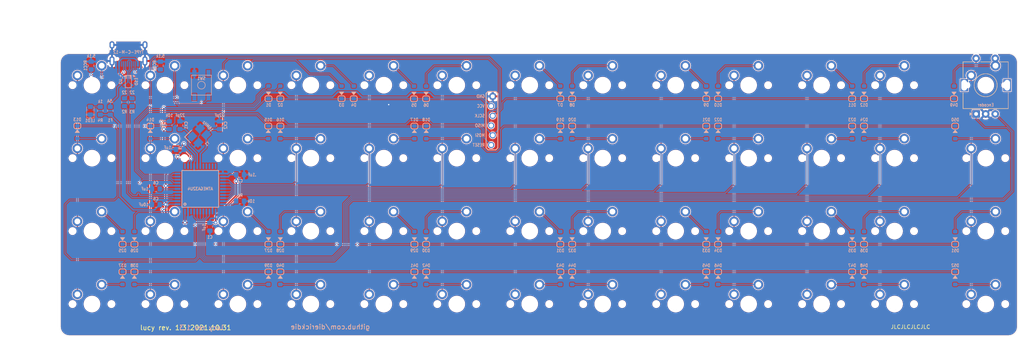
<source format=kicad_pcb>
(kicad_pcb (version 20171130) (host pcbnew "(5.1.4-0)")
  (layers (0 F.Cu signal) (31 B.Cu signal) (34 B.Paste user) (35 F.Paste user) (36 B.SilkS user) (37 F.SilkS user) (38 B.Mask user) (39 F.Mask user) (44 Edge.Cuts user))
  (net 0 "")
  (net 1 "Net-(D1-Pad2)")
  (net 2 "Net-(D2-Pad2)")
  (net 3 "Net-(D3-Pad2)")
  (net 4 "Net-(D4-Pad2)")
  (net 5 "Net-(D5-Pad2)")
  (net 6 "Net-(D6-Pad2)")
  (net 7 "Net-(D7-Pad2)")
  (net 8 "Net-(D8-Pad2)")
  (net 9 "Net-(D9-Pad2)")
  (net 10 "Net-(D10-Pad2)")
  (net 11 "Net-(D11-Pad2)")
  (net 12 "Net-(D12-Pad2)")
  (net 13 "Net-(D13-Pad2)")
  (net 14 "Net-(D14-Pad2)")
  (net 15 "Net-(D15-Pad2)")
  (net 16 "Net-(D16-Pad2)")
  (net 17 "Net-(D17-Pad2)")
  (net 18 "Net-(D18-Pad2)")
  (net 19 "Net-(D19-Pad2)")
  (net 20 "Net-(D20-Pad2)")
  (net 21 "Net-(D21-Pad2)")
  (net 22 "Net-(D22-Pad2)")
  (net 23 "Net-(D23-Pad2)")
  (net 24 "Net-(D24-Pad2)")
  (net 25 "Net-(D25-Pad2)")
  (net 26 "Net-(D26-Pad2)")
  (net 27 "Net-(D27-Pad2)")
  (net 28 "Net-(D28-Pad2)")
  (net 29 "Net-(D29-Pad2)")
  (net 30 "Net-(D30-Pad2)")
  (net 31 "Net-(D31-Pad2)")
  (net 32 "Net-(D32-Pad2)")
  (net 33 "Net-(D33-Pad2)")
  (net 34 "Net-(D34-Pad2)")
  (net 35 "Net-(D35-Pad2)")
  (net 36 "Net-(D36-Pad2)")
  (net 37 "Net-(D37-Pad2)")
  (net 38 "Net-(D38-Pad2)")
  (net 39 "Net-(D39-Pad2)")
  (net 40 "Net-(D40-Pad2)")
  (net 41 "Net-(D41-Pad2)")
  (net 42 "Net-(D42-Pad2)")
  (net 43 "Net-(D43-Pad2)")
  (net 44 "Net-(D44-Pad2)")
  (net 45 "Net-(D45-Pad2)")
  (net 46 "Net-(D46-Pad2)")
  (net 47 "Net-(D47-Pad2)")
  (net 48 "Net-(D48-Pad2)")
  (net 49 VCC)
  (net 50 "Net-(C6-Pad1)")
  (net 51 XTAL1)
  (net 52 XTAL2)
  (net 53 row0)
  (net 54 row1)
  (net 55 row2)
  (net 56 row3)
  (net 57 D-)
  (net 58 D+)
  (net 59 col0)
  (net 60 col1)
  (net 61 col2)
  (net 62 col3)
  (net 63 col4)
  (net 64 col5)
  (net 65 col6)
  (net 66 col7)
  (net 67 col8)
  (net 68 col9)
  (net 69 col10)
  (net 70 col11)
  (net 71 "Net-(R1-Pad2)")
  (net 72 VBUS)
  (net 73 "Net-(J1-PadB5)")
  (net 74 "Net-(J1-PadA5)")
  (net 75 ISP_Reset)
  (net 76 "Net-(D52-Pad2)")
  (net 77 col12)
  (net 78 GND)
  (net 79 "Net-(LED1-Pad2)")
  (net 80 DBUS-)
  (net 81 DBUS+)
  (net 82 enc0a)
  (net 83 enc0b)
  (net 84 "Net-(D49-Pad2)")
  (net 85 "Net-(D50-Pad2)")
  (net 86 "Net-(D51-Pad2)")
  (module Keeb_footprints:TYPE-C-31-M-12 (layer B.Cu) (at 96.439825 48.363315)
    (fp_text reference J1)
    (fp_text value TYPE-C-31-M12_13)
    (fp_text user TYPE-C-M-12 (at -0.0127 -3.81) (layer B.SilkS) (effects (font (size 0.8 0.7)) (justify mirror)))
    (pad B4 smd roundrect (at 2.45 -1.275) (size 0.6 1.45) (drill (offset 0 0.55)) (layers B.Cu B.Paste B.Mask) (net 72 VBUS))
    (pad B1 smd roundrect (at 3.25 -1.275) (size 0.6 1.45) (drill (offset 0 0.55)) (layers B.Cu B.Paste B.Mask) (net 78 GND))
    (pad A4 smd roundrect (at -2.45 -1.275) (size 0.6 1.45) (drill (offset 0 0.55)) (layers B.Cu B.Paste B.Mask) (net 72 VBUS))
    (pad S thru_hole oval (at -4.3 -1.5) (size 1.3 2.4) (drill oval 0.6 1.7) (layers *.Cu B.Mask) (net 78 GND))
    (pad A7 smd roundrect (at 0.25 -1.275) (size 0.3 1.45) (drill (offset 0 0.55)) (layers B.Cu B.Paste B.Mask) (net 80 DBUS-))
    (pad B6 smd roundrect (at 0.75 -1.275) (size 0.3 1.45) (drill (offset 0 0.55)) (layers B.Cu B.Paste B.Mask) (net 81 DBUS+))
    (pad A8 smd roundrect (at 1.25 -1.275) (size 0.3 1.45) (drill (offset 0 0.55)) (layers B.Cu B.Paste B.Mask))
    (pad B5 smd roundrect (at 1.75 -1.275) (size 0.3 1.45) (drill (offset 0 0.55)) (layers B.Cu B.Paste B.Mask) (net 73 "Net-(J1-PadB5)"))
    (pad A6 smd roundrect (at -0.254 -1.275) (size 0.3 1.45) (drill (offset 0 0.55)) (layers B.Cu B.Paste B.Mask) (net 81 DBUS+))
    (pad B7 smd roundrect (at -0.75 -1.275) (size 0.3 1.45) (drill (offset 0 0.55)) (layers B.Cu B.Paste B.Mask) (net 80 DBUS-))
    (pad A5 smd roundrect (at -1.25 -1.275) (size 0.3 1.45) (drill (offset 0 0.55)) (layers B.Cu B.Paste B.Mask) (net 74 "Net-(J1-PadA5)"))
    (pad B8 smd roundrect (at -1.75 -1.275) (size 0.3 1.45) (drill (offset 0 0.55)) (layers B.Cu B.Paste B.Mask))
    (pad A1 smd roundrect (at -3.25 -1.275) (size 0.6 1.45) (drill (offset 0 0.55)) (layers B.Cu B.Paste B.Mask) (net 78 GND))
    (pad S thru_hole oval (at -4.3 -5.7) (size 1.3 1.9) (drill oval 0.6 1.2) (layers *.Cu *.Mask) (net 78 GND))
    (pad "" np_thru_hole circle (at -2.89 -2.051) (size 0.65 0.65) (drill 0.65) (layers *.Cu *.Mask))
    (pad "" np_thru_hole circle (at 2.89 -2.051) (size 0.65 0.65) (drill 0.65) (layers *.Cu *.Mask))
    (pad S thru_hole oval (at 4.3 -5.7) (size 1.3 1.9) (drill oval 0.6 1.2) (layers *.Cu *.Mask) (net 78 GND))
    (pad S thru_hole oval (at 4.3 -1.5) (size 1.3 2.4) (drill oval 0.6 1.7) (layers *.Cu *.Mask) (net 78 GND))
    (pad S smd oval (at -4.3 -1.5) (size 1.3 2.4) (layers F.Cu F.Mask) (net 78 GND))
  )
  (module Capacitor_SMD:C_0805_2012Metric_Pad1.15x1.40mm_HandSolder (layer B.Cu) (at 125.590625 76.55625)
    (fp_text reference C2 (at 0 1.6) (layer B.SilkS) (effects (font (size 0.8 0.7)) (justify mirror)))
    (fp_text value .1uF)
    (fp_text user %V (at 3.1 0 180) (layer B.SilkS) (effects (font (size 0.8 0.7)) (justify mirror)))
    (pad 2 smd roundrect (at 1.025 0) (size 1.15 1.4) (layers B.Cu B.Paste B.Mask) (roundrect_rratio 0.2173904347826087) (net 78 GND))
    (pad 1 smd roundrect (at -1.025 0) (size 1.15 1.4) (layers B.Cu B.Paste B.Mask) (roundrect_rratio 0.2173904347826087) (net 49 VCC))
  )
  (module Crystal:Crystal_SMD_3225-4Pin_3.2x2.5mm_HandSoldering (layer B.Cu) (at 114.890625 66.35625 45)
    (fp_text reference Y1 (at 0 2.969848 225) (layer B.SilkS) (effects (font (size 0.8 0.7)) (justify mirror)))
    (fp_text value 16MHz)
    (pad 1 smd rect (at -1.45 -1.15 45) (size 2.1 1.8) (layers B.Cu B.Paste B.Mask) (net 51 XTAL1))
    (pad 2 smd rect (at 1.45 -1.15 45) (size 2.1 1.8) (layers B.Cu B.Paste B.Mask) (net 78 GND))
    (pad 3 smd rect (at 1.45 1.15 45) (size 2.1 1.8) (layers B.Cu B.Paste B.Mask) (net 52 XTAL2))
    (pad 4 smd rect (at -1.45 1.15 45) (size 2.1 1.8) (layers B.Cu B.Paste B.Mask) (net 78 GND))
  )
  (module Capacitor_SMD:C_0805_2012Metric_Pad1.15x1.40mm_HandSolder (layer B.Cu) (at 117.690625 90.15625 270)
    (fp_text reference C1 (at 2.675 0 180) (layer B.SilkS) (effects (font (size 0.8 0.7)) (justify mirror)))
    (fp_text value .1uF)
    (fp_text user %V (at 0.025 1.5 270) (layer B.SilkS) (effects (font (size 0.8 0.7)) (justify mirror)))
    (pad 2 smd roundrect (at 1.025 0 270) (size 1.15 1.4) (layers B.Cu B.Paste B.Mask) (roundrect_rratio 0.2173904347826087) (net 78 GND))
    (pad 1 smd roundrect (at -1.025 0 270) (size 1.15 1.4) (layers B.Cu B.Paste B.Mask) (roundrect_rratio 0.2173904347826087) (net 49 VCC))
  )
  (module Keebio-Parts:SOT-143B (layer B.Cu) (at 96.390625 52.242186 270)
    (fp_text reference U2 (at 0 2 90) (layer B.SilkS) (effects (font (size 0.7 0.7)) (justify mirror)))
    (fp_text value PRTR5V0U2X hide)
    (fp_text user ESD (at 0 -2.1 90) (layer B.SilkS) (effects (font (size 0.7 0.7)) (justify mirror)))
    (pad 4 smd rect (at -0.95 1 270) (size 0.6 0.7) (layers B.Cu B.Paste B.Mask) (net 72 VBUS))
    (pad 3 smd rect (at 0.95 1 270) (size 0.6 0.7) (layers B.Cu B.Paste B.Mask) (net 80 DBUS-))
    (pad 2 smd rect (at 0.95 -1 270) (size 0.6 0.7) (layers B.Cu B.Paste B.Mask) (net 81 DBUS+))
    (pad 1 smd rect (at -0.75 -1 270) (size 1 0.7) (layers B.Cu B.Paste B.Mask) (net 78 GND))
  )
  (module Keeb_footprints:D_SOD-123_modified (layer B.Cu) (at 311.990625 55.05625 90)
    (fp_text reference D49 (at -3.302 0 180) (layer B.SilkS) (effects (font (size 0.8 0.7)) (justify mirror)))
    (fp_text value D)
    (pad 2 smd roundrect (at 1.65 0 90) (size 1 1.2) (layers B.Cu B.Paste B.Mask) (net 84 "Net-(D49-Pad2)"))
    (pad 1 smd roundrect (at -1.65 0 90) (size 1 1.2) (layers B.Cu B.Paste B.Mask) (net 53 row0))
  )
  (module Keeb_footprints:D_SOD-123_modified (layer B.Cu) (at 312.290625 93.05625 90)
    (fp_text reference D51 (at -3.302 0 180) (layer B.SilkS) (effects (font (size 0.8 0.7)) (justify mirror)))
    (fp_text value D)
    (pad 2 smd roundrect (at 1.65 0 90) (size 1 1.2) (layers B.Cu B.Paste B.Mask) (net 86 "Net-(D51-Pad2)"))
    (pad 1 smd roundrect (at -1.65 0 90) (size 1 1.2) (layers B.Cu B.Paste B.Mask) (net 55 row2))
  )
  (module Keeb_footprints:MX100 (layer F.Cu) (at 320.252785 72.24407 180)
    (fp_text reference K50)
    (fp_text value KEYSW)
    (pad 1 thru_hole circle (at 3.7846 2.5527 90) (size 2.54 2.54) (drill 1.525) (layers *.Cu *.Mask) (net 77 col12))
    (pad 2 thru_hole circle (at -2.5654 5.0927 180) (size 2.54 2.54) (drill 1.525) (layers *.Cu *.Mask) (net 85 "Net-(D50-Pad2)"))
    (pad "" np_thru_hole circle (at -5.1054 0.0127 180) (size 1.7018 1.7018) (drill 1.7018) (layers *.Cu *.Mask))
    (pad "" np_thru_hole circle (at 5.0546 0.0127 180) (size 1.7018 1.7018) (drill 1.7018) (layers *.Cu *.Mask))
    (pad "" np_thru_hole circle (at -0.0254 0.0127 180) (size 3.9878 3.9878) (drill 3.9878) (layers *.Cu *.Mask))
  )
  (module Keeb_footprints:MX100 (layer F.Cu) (at 124.990225 53.19395 180)
    (fp_text reference K3)
    (fp_text value KEYSW)
    (pad 1 thru_hole circle (at 3.7846 2.5527 90) (size 2.54 2.54) (drill 1.525) (layers *.Cu *.Mask) (net 61 col2))
    (pad 2 thru_hole circle (at -2.5654 5.0927 180) (size 2.54 2.54) (drill 1.525) (layers *.Cu *.Mask) (net 3 "Net-(D3-Pad2)"))
    (pad "" np_thru_hole circle (at -5.1054 0.0127 180) (size 1.7018 1.7018) (drill 1.7018) (layers *.Cu *.Mask))
    (pad "" np_thru_hole circle (at 5.0546 0.0127 180) (size 1.7018 1.7018) (drill 1.7018) (layers *.Cu *.Mask))
    (pad "" np_thru_hole circle (at -0.0254 0.0127 180) (size 3.9878 3.9878) (drill 3.9878) (layers *.Cu *.Mask))
  )
  (module Keeb_footprints:MX100 (layer F.Cu) (at 320.252785 110.34423 180)
    (fp_text reference K52)
    (fp_text value KEYSW)
    (pad 1 thru_hole circle (at 3.7846 2.5527 90) (size 2.54 2.54) (drill 1.525) (layers *.Cu *.Mask) (net 77 col12))
    (pad 2 thru_hole circle (at -2.5654 5.0927 180) (size 2.54 2.54) (drill 1.525) (layers *.Cu *.Mask) (net 76 "Net-(D52-Pad2)"))
    (pad "" np_thru_hole circle (at -5.1054 0.0127 180) (size 1.7018 1.7018) (drill 1.7018) (layers *.Cu *.Mask))
    (pad "" np_thru_hole circle (at 5.0546 0.0127 180) (size 1.7018 1.7018) (drill 1.7018) (layers *.Cu *.Mask))
    (pad "" np_thru_hole circle (at -0.0254 0.0127 180) (size 3.9878 3.9878) (drill 3.9878) (layers *.Cu *.Mask))
  )
  (module Keeb_footprints:D_SOD-123_modified (layer B.Cu) (at 97.990625 93.05625 90)
    (fp_text reference D26 (at -3.302 0 180) (layer B.SilkS) (effects (font (size 0.8 0.7)) (justify mirror)))
    (fp_text value D)
    (pad 2 smd roundrect (at 1.65 0 90) (size 1 1.2) (layers B.Cu B.Paste B.Mask) (net 26 "Net-(D26-Pad2)"))
    (pad 1 smd roundrect (at -1.65 0 90) (size 1 1.2) (layers B.Cu B.Paste B.Mask) (net 55 row2))
  )
  (module LED_SMD:LED_0805_2012Metric_Pad1.15x1.40mm_HandSolder (layer B.Cu) (at 86.490625 59.85 90)
    (fp_text reference LED1 (at -2.55 -0.1 180) (layer B.SilkS) (effects (font (size 0.8 0.7)) (justify mirror)))
    (fp_text value LED)
    (pad 2 smd roundrect (at 1.025 0 90) (size 1.15 1.4) (layers B.Cu B.Paste B.Mask) (roundrect_rratio 0.2173904347826087) (net 79 "Net-(LED1-Pad2)"))
    (pad 1 smd roundrect (at -1.025 0 90) (size 1.15 1.4) (layers B.Cu B.Paste B.Mask) (roundrect_rratio 0.2173904347826087) (net 78 GND))
  )
  (module Keeb_footprints:D_SOD-123_modified (layer B.Cu) (at 247.290625 55.05625 90)
    (fp_text reference D9 (at -3.302 0 180) (layer B.SilkS) (effects (font (size 0.8 0.7)) (justify mirror)))
    (fp_text value D)
    (pad 2 smd roundrect (at 1.65 0 90) (size 1 1.2) (layers B.Cu B.Paste B.Mask) (net 9 "Net-(D9-Pad2)"))
    (pad 1 smd roundrect (at -1.65 0 90) (size 1 1.2) (layers B.Cu B.Paste B.Mask) (net 53 row0))
  )
  (module Keebio-Parts:RotaryEncoder_EC11 (layer F.Cu) (at 320.252725 53.19395 90)
    (fp_text reference SW2)
    (fp_text value Rotary_Encoder_Switch)
    (pad A thru_hole rect (at -7.5 -2.5 90) (size 2 2) (drill 1) (layers *.Cu *.Mask) (net 82 enc0a))
    (pad C thru_hole circle (at -7.5 0 90) (size 2 2) (drill 1) (layers *.Cu *.Mask) (net 78 GND))
    (pad B thru_hole circle (at -7.5 2.5 90) (size 2 2) (drill 1) (layers *.Cu *.Mask) (net 83 enc0b))
    (pad MP thru_hole rect (at 0 -5.6 90) (size 3.2 2) (drill oval 2.8 1.5) (layers *.Cu *.Mask))
    (pad MP thru_hole rect (at 0 5.6 90) (size 3.2 2) (drill oval 2.8 1.5) (layers *.Cu *.Mask))
    (pad S2 thru_hole circle (at 7 -2.5 90) (size 2 2) (drill 1) (layers *.Cu *.Mask) (net 77 col12))
    (pad S1 thru_hole circle (at 7 2.5 90) (size 2 2) (drill 1) (layers *.Cu *.Mask) (net 84 "Net-(D49-Pad2)"))
  )
  (module Resistor_SMD:R_0805_2012Metric_Pad1.15x1.40mm_HandSolder (layer B.Cu) (at 89.090625 59.85625 270)
    (fp_text reference R4 (at 2.512 0.003 180) (layer B.SilkS) (effects (font (size 0.8 0.7)) (justify mirror)))
    (fp_text value 1k)
    (fp_text user %V (at -2.438 0 180) (layer B.SilkS) (effects (font (size 0.8 0.7)) (justify mirror)))
    (pad 2 smd roundrect (at 1.025 0 270) (size 1.15 1.4) (layers B.Cu B.Paste B.Mask) (roundrect_rratio 0.2173904347826087) (net 49 VCC))
    (pad 1 smd roundrect (at -1.025 0 270) (size 1.15 1.4) (layers B.Cu B.Paste B.Mask) (roundrect_rratio 0.2173904347826087) (net 79 "Net-(LED1-Pad2)"))
  )
  (module Resistor_SMD:R_0805_2012Metric_Pad1.15x1.40mm_HandSolder (layer B.Cu) (at 107.090625 63.65625 270)
    (fp_text reference RSW1 (at 0 1.7 90) (layer B.SilkS) (effects (font (size 0.8 0.7)) (justify mirror)))
    (fp_text value 10k)
    (fp_text user %V (at -2.6 0) (layer B.SilkS) (effects (font (size 0.8 0.7)) (justify mirror)))
    (pad 2 smd roundrect (at 1.025 0 270) (size 1.15 1.4) (layers B.Cu B.Paste B.Mask) (roundrect_rratio 0.2173904347826087) (net 49 VCC))
    (pad 1 smd roundrect (at -1.025 0 270) (size 1.15 1.4) (layers B.Cu B.Paste B.Mask) (roundrect_rratio 0.2173904347826087) (net 75 ISP_Reset))
  )
  (module Resistor_SMD:R_0805_2012Metric_Pad1.15x1.40mm_HandSolder (layer B.Cu) (at 104.790625 48.05625 270)
    (fp_text reference RCC2 (at 0 1.5 90) (layer B.SilkS) (effects (font (size 0.8 0.7)) (justify mirror)))
    (fp_text value 5.1k)
    (fp_text user %V (at -2.475002 0.028999 180) (layer B.SilkS) (effects (font (size 0.8 0.7)) (justify mirror)))
    (pad 2 smd roundrect (at 1.025 0 270) (size 1.15 1.4) (layers B.Cu B.Paste B.Mask) (roundrect_rratio 0.2173904347826087) (net 73 "Net-(J1-PadB5)"))
    (pad 1 smd roundrect (at -1.025 0 270) (size 1.15 1.4) (layers B.Cu B.Paste B.Mask) (roundrect_rratio 0.2173904347826087) (net 78 GND))
  )
  (module Resistor_SMD:R_0805_2012Metric_Pad1.15x1.40mm_HandSolder (layer B.Cu) (at 86.690625 48.05 270)
    (fp_text reference RCC1 (at 0 1.45 90) (layer B.SilkS) (effects (font (size 0.8 0.7)) (justify mirror)))
    (fp_text value 5.1k)
    (fp_text user %V (at -2.475002 0 180) (layer B.SilkS) (effects (font (size 0.8 0.7)) (justify mirror)))
    (pad 1 smd roundrect (at -1.025 0 270) (size 1.15 1.4) (layers B.Cu B.Paste B.Mask) (roundrect_rratio 0.2173904347826087) (net 78 GND))
    (pad 2 smd roundrect (at 1.025 0 270) (size 1.15 1.4) (layers B.Cu B.Paste B.Mask) (roundrect_rratio 0.2173904347826087) (net 74 "Net-(J1-PadA5)"))
  )
  (module Resistor_SMD:R_0805_2012Metric_Pad1.15x1.40mm_HandSolder (layer B.Cu) (at 97.390625 57.642186 90)
    (fp_text reference R3 (at -2.491998 -0.004999) (layer B.SilkS) (effects (font (size 0.8 0.7)) (justify mirror)))
    (fp_text value 22)
    (fp_text user %V (at 2.549002 0 180) (layer B.SilkS) (effects (font (size 0.8 0.7)) (justify mirror)))
    (pad 2 smd roundrect (at 1.025 0 90) (size 1.15 1.4) (layers B.Cu B.Paste B.Mask) (roundrect_rratio 0.2173904347826087) (net 81 DBUS+))
    (pad 1 smd roundrect (at -1.025 0 90) (size 1.15 1.4) (layers B.Cu B.Paste B.Mask) (roundrect_rratio 0.2173904347826087) (net 58 D+))
  )
  (module Resistor_SMD:R_0805_2012Metric_Pad1.15x1.40mm_HandSolder (layer B.Cu) (at 95.390625 57.642186 90)
    (fp_text reference R2 (at -2.476 0.004) (layer B.SilkS) (effects (font (size 0.8 0.7)) (justify mirror)))
    (fp_text value 22)
    (fp_text user %V (at 2.54 0 180) (layer B.SilkS) (effects (font (size 0.8 0.7)) (justify mirror)))
    (pad 2 smd roundrect (at 1.025 0 90) (size 1.15 1.4) (layers B.Cu B.Paste B.Mask) (roundrect_rratio 0.2173904347826087) (net 80 DBUS-))
    (pad 1 smd roundrect (at -1.025 0 90) (size 1.15 1.4) (layers B.Cu B.Paste B.Mask) (roundrect_rratio 0.2173904347826087) (net 57 D-))
  )
  (module Resistor_SMD:R_0805_2012Metric_Pad1.15x1.40mm_HandSolder (layer B.Cu) (at 125.590625 83.45625 180)
    (fp_text reference R1 (at 0 1.5) (layer B.SilkS) (effects (font (size 0.8 0.7)) (justify mirror)))
    (fp_text value 10k)
    (fp_text user %V (at -2.9 0 180) (layer B.SilkS) (effects (font (size 0.8 0.7)) (justify mirror)))
    (pad 2 smd roundrect (at 1.025 0 180) (size 1.15 1.4) (layers B.Cu B.Paste B.Mask) (roundrect_rratio 0.2173904347826087) (net 71 "Net-(R1-Pad2)"))
    (pad 1 smd roundrect (at -1.025 0 180) (size 1.15 1.4) (layers B.Cu B.Paste B.Mask) (roundrect_rratio 0.2173904347826087) (net 78 GND))
  )
  (module Capacitor_SMD:C_0805_2012Metric_Pad1.15x1.40mm_HandSolder (layer B.Cu) (at 109.890625 69.95625 180)
    (fp_text reference C3 (at 0.7 -1.7) (layer B.SilkS) (effects (font (size 0.8 0.7)) (justify mirror)))
    (fp_text value .1uF)
    (fp_text user %V (at 3.1 0.5) (layer B.SilkS) (effects (font (size 0.8 0.7)) (justify mirror)))
    (pad 2 smd roundrect (at 1.025 0 180) (size 1.15 1.4) (layers B.Cu B.Paste B.Mask) (roundrect_rratio 0.2173904347826087) (net 78 GND))
    (pad 1 smd roundrect (at -1.025 0 180) (size 1.15 1.4) (layers B.Cu B.Paste B.Mask) (roundrect_rratio 0.2173904347826087) (net 49 VCC))
  )
  (module Capacitor_SMD:C_0805_2012Metric_Pad1.15x1.40mm_HandSolder (layer B.Cu) (at 103.590625 84.35625 180)
    (fp_text reference C5 (at 0 1.5 180) (layer B.SilkS) (effects (font (size 0.8 0.7)) (justify mirror)))
    (fp_text value 10uF)
    (fp_text user %V (at 3.2 0 180) (layer B.SilkS) (effects (font (size 0.8 0.7)) (justify mirror)))
    (pad 2 smd roundrect (at 1.025 0 180) (size 1.15 1.4) (layers B.Cu B.Paste B.Mask) (roundrect_rratio 0.2173904347826087) (net 78 GND))
    (pad 1 smd roundrect (at -1.025 0 180) (size 1.15 1.4) (layers B.Cu B.Paste B.Mask) (roundrect_rratio 0.2173904347826087) (net 49 VCC))
  )
  (module Capacitor_SMD:C_0805_2012Metric_Pad1.15x1.40mm_HandSolder (layer B.Cu) (at 109.890625 63.65625 90)
    (fp_text reference CX1 (at 0 1.6 90) (layer B.SilkS) (effects (font (size 0.8 0.7)) (justify mirror)))
    (fp_text value 22pF)
    (fp_text user %V (at 2.6 0 180) (layer B.SilkS) (effects (font (size 0.8 0.7)) (justify mirror)))
    (pad 2 smd roundrect (at 1.025 0 90) (size 1.15 1.4) (layers B.Cu B.Paste B.Mask) (roundrect_rratio 0.2173904347826087) (net 78 GND))
    (pad 1 smd roundrect (at -1.025 0 90) (size 1.15 1.4) (layers B.Cu B.Paste B.Mask) (roundrect_rratio 0.2173904347826087) (net 51 XTAL1))
  )
  (module Capacitor_SMD:C_0805_2012Metric_Pad1.15x1.40mm_HandSolder (layer B.Cu) (at 120.190625 63.65625 90)
    (fp_text reference CX2 (at 0 1.6 270) (layer B.SilkS) (effects (font (size 0.8 0.7)) (justify mirror)))
    (fp_text value 22pF)
    (fp_text user %V (at 2.6 0 180) (layer B.SilkS) (effects (font (size 0.8 0.7)) (justify mirror)))
    (pad 2 smd roundrect (at 1.025 0 90) (size 1.15 1.4) (layers B.Cu B.Paste B.Mask) (roundrect_rratio 0.2173904347826087) (net 78 GND))
    (pad 1 smd roundrect (at -1.025 0 90) (size 1.15 1.4) (layers B.Cu B.Paste B.Mask) (roundrect_rratio 0.2173904347826087) (net 52 XTAL2))
  )
  (module Capacitor_SMD:C_0805_2012Metric_Pad1.15x1.40mm_HandSolder (layer B.Cu) (at 103.590625 80.25625 180)
    (fp_text reference C6 (at 0 1.6) (layer B.SilkS) (effects (font (size 0.8 0.7)) (justify mirror)))
    (fp_text value 1uF)
    (fp_text user %V (at 2.9 0 180) (layer B.SilkS) (effects (font (size 0.8 0.7)) (justify mirror)))
    (pad 2 smd roundrect (at 1.025 0 180) (size 1.15 1.4) (layers B.Cu B.Paste B.Mask) (roundrect_rratio 0.2173904347826087) (net 78 GND))
    (pad 1 smd roundrect (at -1.025 0 180) (size 1.15 1.4) (layers B.Cu B.Paste B.Mask) (roundrect_rratio 0.2173904347826087) (net 50 "Net-(C6-Pad1)"))
  )
  (module Fuse:Fuse_0805_2012Metric_Pad1.15x1.40mm_HandSolder (layer B.Cu) (at 91.690625 59.85625 90)
    (fp_text reference F1 (at -2.469 -0.012 180) (layer B.SilkS) (effects (font (size 0.8 0.7)) (justify mirror)))
    (fp_text value .5A)
    (fp_text user %V (at 2.54 0 180) (layer B.SilkS) (effects (font (size 0.8 0.7)) (justify mirror)))
    (pad 2 smd roundrect (at 1.025 0 90) (size 1.15 1.4) (layers B.Cu B.Paste B.Mask) (roundrect_rratio 0.2173904347826087) (net 72 VBUS))
    (pad 1 smd roundrect (at -1.025 0 90) (size 1.15 1.4) (layers B.Cu B.Paste B.Mask) (roundrect_rratio 0.2173904347826087) (net 49 VCC))
  )
  (module Keeb_footprints:PIN_HEADER_1x6_OFFSET (layer B.Cu) (at 191.3432 62.45 180)
    (fp_text reference J2)
    (fp_text value AVR-ISP-6_mod hide)
    (fp_text user GND (at 1.7907 6.3627) (layer B.SilkS) (effects (font (size 0.8 0.7)) (justify left mirror)))
    (fp_text user VCC (at 1.7907 3.8227) (layer B.SilkS) (effects (font (size 0.8 0.7)) (justify left mirror)))
    (fp_text user RESET (at 1.778 -6.35) (layer B.SilkS) (effects (font (size 0.8 0.7)) (justify left mirror)))
    (fp_text user SCLK (at 1.778 1.27) (layer B.SilkS) (effects (font (size 0.8 0.7)) (justify left mirror)))
    (fp_text user MOSI (at 1.778 -3.81) (layer B.SilkS) (effects (font (size 0.8 0.7)) (justify left mirror)))
    (fp_text user MISO (at 1.778 -1.27) (layer B.SilkS) (effects (font (size 0.8 0.7)) (justify left mirror)))
    (pad 6 thru_hole roundrect (at -0.2032 6.35 180) (size 1.6002 1.6002) (drill 1.0668) (layers *.Cu *.Mask) (net 78 GND))
    (pad 2 thru_hole circle (at 0.2032 3.81 180) (size 1.6002 1.6002) (drill 1.0668) (layers *.Cu *.Mask) (net 49 VCC))
    (pad 5 thru_hole circle (at -0.2032 1.27 180) (size 1.6002 1.6002) (drill 1.0668) (layers *.Cu *.Mask) (net 60 col1))
    (pad 3 thru_hole circle (at 0.2032 -1.27 180) (size 1.6002 1.6002) (drill 1.0668) (layers *.Cu *.Mask) (net 61 col2))
    (pad 4 thru_hole circle (at -0.2032 -3.81 180) (size 1.6002 1.6002) (drill 1.0668) (layers *.Cu *.Mask) (net 53 row0))
    (pad 1 thru_hole circle (at 0.2032 -6.35 180) (size 1.6002 1.6002) (drill 1.0668) (layers *.Cu *.Mask) (net 75 ISP_Reset))
  )
  (module Keebio-Parts:ATMEGA32U4-AU (layer B.Cu) (at 115.190625 80.25625)
    (fp_text reference U1)
    (fp_text value ATMEGA32U4 (at 0 -0.0205) (layer B.SilkS) (effects (font (size 0.8 0.7)) (justify mirror)))
    (pad 44 smd rect (at -4 5.9) (size 0.5 1.5) (layers B.Cu B.Paste B.Mask) (net 49 VCC))
    (pad 43 smd rect (at -3.2 5.9) (size 0.5 1.5) (layers B.Cu B.Paste B.Mask) (net 78 GND))
    (pad 42 smd rect (at -2.4 5.9) (size 0.5 1.5) (layers B.Cu B.Paste B.Mask))
    (pad 41 smd rect (at -1.6 5.9) (size 0.5 1.5) (layers B.Cu B.Paste B.Mask) (net 54 row1))
    (pad 40 smd rect (at -0.8 5.9) (size 0.5 1.5) (layers B.Cu B.Paste B.Mask) (net 56 row3))
    (pad 39 smd rect (at 0 5.9) (size 0.5 1.5) (layers B.Cu B.Paste B.Mask) (net 83 enc0b))
    (pad 38 smd rect (at 0.8 5.9) (size 0.5 1.5) (layers B.Cu B.Paste B.Mask) (net 82 enc0a))
    (pad 37 smd rect (at 1.6 5.9) (size 0.5 1.5) (layers B.Cu B.Paste B.Mask) (net 77 col12))
    (pad 36 smd rect (at 2.4 5.9) (size 0.5 1.5) (layers B.Cu B.Paste B.Mask) (net 70 col11))
    (pad 35 smd rect (at 3.2 5.9) (size 0.5 1.5) (layers B.Cu B.Paste B.Mask) (net 78 GND))
    (pad 34 smd rect (at 4 5.9) (size 0.5 1.5) (layers B.Cu B.Paste B.Mask) (net 49 VCC))
    (pad 33 smd rect (at 5.9 4) (size 1.5 0.5) (layers B.Cu B.Paste B.Mask) (net 71 "Net-(R1-Pad2)"))
    (pad 32 smd rect (at 5.9 3.2) (size 1.5 0.5) (layers B.Cu B.Paste B.Mask) (net 69 col10))
    (pad 31 smd rect (at 5.9 2.4) (size 1.5 0.5) (layers B.Cu B.Paste B.Mask) (net 68 col9))
    (pad 30 smd rect (at 5.9 1.6) (size 1.5 0.5) (layers B.Cu B.Paste B.Mask) (net 67 col8))
    (pad 29 smd rect (at 5.9 0.8) (size 1.5 0.5) (layers B.Cu B.Paste B.Mask) (net 66 col7))
    (pad 28 smd rect (at 5.9 0) (size 1.5 0.5) (layers B.Cu B.Paste B.Mask) (net 65 col6))
    (pad 27 smd rect (at 5.9 -0.8) (size 1.5 0.5) (layers B.Cu B.Paste B.Mask) (net 64 col5))
    (pad 26 smd rect (at 5.9 -1.6) (size 1.5 0.5) (layers B.Cu B.Paste B.Mask) (net 63 col4))
    (pad 25 smd rect (at 5.9 -2.4) (size 1.5 0.5) (layers B.Cu B.Paste B.Mask) (net 62 col3))
    (pad 24 smd rect (at 5.9 -3.2) (size 1.5 0.5) (layers B.Cu B.Paste B.Mask) (net 49 VCC))
    (pad 23 smd rect (at 5.9 -4) (size 1.5 0.5) (layers B.Cu B.Paste B.Mask) (net 78 GND))
    (pad 22 smd rect (at 4 -5.9) (size 0.5 1.5) (layers B.Cu B.Paste B.Mask))
    (pad 21 smd rect (at 3.2 -5.9) (size 0.5 1.5) (layers B.Cu B.Paste B.Mask))
    (pad 20 smd rect (at 2.4 -5.9) (size 0.5 1.5) (layers B.Cu B.Paste B.Mask))
    (pad 19 smd rect (at 1.6 -5.9) (size 0.5 1.5) (layers B.Cu B.Paste B.Mask))
    (pad 18 smd rect (at 0.8 -5.9) (size 0.5 1.5) (layers B.Cu B.Paste B.Mask))
    (pad 17 smd rect (at 0 -5.9) (size 0.5 1.5) (layers B.Cu B.Paste B.Mask) (net 52 XTAL2))
    (pad 16 smd rect (at -0.8 -5.9) (size 0.5 1.5) (layers B.Cu B.Paste B.Mask) (net 51 XTAL1))
    (pad 15 smd rect (at -1.6 -5.9) (size 0.5 1.5) (layers B.Cu B.Paste B.Mask) (net 78 GND))
    (pad 14 smd rect (at -2.4 -5.9) (size 0.5 1.5) (layers B.Cu B.Paste B.Mask) (net 49 VCC))
    (pad 13 smd rect (at -3.2 -5.9) (size 0.5 1.5) (layers B.Cu B.Paste B.Mask) (net 75 ISP_Reset))
    (pad 12 smd rect (at -4 -5.9) (size 0.5 1.5) (layers B.Cu B.Paste B.Mask))
    (pad 11 smd rect (at -5.9 -4) (size 1.5 0.5) (layers B.Cu B.Paste B.Mask) (net 61 col2))
    (pad 10 smd rect (at -5.9 -3.2) (size 1.5 0.5) (layers B.Cu B.Paste B.Mask) (net 53 row0))
    (pad 9 smd rect (at -5.9 -2.4) (size 1.5 0.5) (layers B.Cu B.Paste B.Mask) (net 60 col1))
    (pad 8 smd rect (at -5.9 -1.6) (size 1.5 0.5) (layers B.Cu B.Paste B.Mask) (net 59 col0))
    (pad 7 smd rect (at -5.9 -0.8) (size 1.5 0.5) (layers B.Cu B.Paste B.Mask) (net 49 VCC))
    (pad 6 smd rect (at -5.9 0) (size 1.5 0.5) (layers B.Cu B.Paste B.Mask) (net 50 "Net-(C6-Pad1)"))
    (pad 5 smd rect (at -5.9 0.8) (size 1.5 0.5) (layers B.Cu B.Paste B.Mask) (net 78 GND))
    (pad 4 smd rect (at -5.9 1.6) (size 1.5 0.5) (layers B.Cu B.Paste B.Mask) (net 58 D+))
    (pad 3 smd rect (at -5.9 2.4) (size 1.5 0.5) (layers B.Cu B.Paste B.Mask) (net 57 D-))
    (pad 2 smd rect (at -5.9 3.2) (size 1.5 0.5) (layers B.Cu B.Paste B.Mask) (net 49 VCC))
    (pad 1 smd rect (at -5.9 4) (size 1.5 0.5) (layers B.Cu B.Paste B.Mask) (net 55 row2))
  )
  (module Keeb_footprints:D_SOD-123_modified (layer B.Cu) (at 132.999835 55.04995 90)
    (fp_text reference D1 (at -3.302 0 180) (layer B.SilkS) (effects (font (size 0.8 0.7)) (justify mirror)))
    (fp_text value D)
    (pad 2 smd roundrect (at 1.65 0 90) (size 1 1.2) (layers B.Cu B.Paste B.Mask) (net 1 "Net-(D1-Pad2)"))
    (pad 1 smd roundrect (at -1.65 0 90) (size 1 1.2) (layers B.Cu B.Paste B.Mask) (net 53 row0))
  )
  (module Keeb_footprints:D_SOD-123_modified (layer B.Cu) (at 136.090625 55.05625 90)
    (fp_text reference D2 (at -3.302 0 180) (layer B.SilkS) (effects (font (size 0.8 0.7)) (justify mirror)))
    (fp_text value D)
    (pad 2 smd roundrect (at 1.65 0 90) (size 1 1.2) (layers B.Cu B.Paste B.Mask) (net 2 "Net-(D2-Pad2)"))
    (pad 1 smd roundrect (at -1.65 0 90) (size 1 1.2) (layers B.Cu B.Paste B.Mask) (net 53 row0))
  )
  (module Keeb_footprints:D_SOD-123_modified (layer B.Cu) (at 152.085999 55.05625 90)
    (fp_text reference D3 (at -3.302 0 180) (layer B.SilkS) (effects (font (size 0.8 0.7)) (justify mirror)))
    (fp_text value D)
    (pad 2 smd roundrect (at 1.65 0 90) (size 1 1.2) (layers B.Cu B.Paste B.Mask) (net 3 "Net-(D3-Pad2)"))
    (pad 1 smd roundrect (at -1.65 0 90) (size 1 1.2) (layers B.Cu B.Paste B.Mask) (net 53 row0))
  )
  (module Keeb_footprints:D_SOD-123_modified (layer B.Cu) (at 155.260999 55.05625 90)
    (fp_text reference D4 (at -3.302 0 180) (layer B.SilkS) (effects (font (size 0.8 0.7)) (justify mirror)))
    (fp_text value D)
    (pad 2 smd roundrect (at 1.65 0 90) (size 1 1.2) (layers B.Cu B.Paste B.Mask) (net 4 "Net-(D4-Pad2)"))
    (pad 1 smd roundrect (at -1.65 0 90) (size 1 1.2) (layers B.Cu B.Paste B.Mask) (net 53 row0))
  )
  (module Keeb_footprints:D_SOD-123_modified (layer B.Cu) (at 170.985999 55.083377 90)
    (fp_text reference D5 (at -3.302 0 180) (layer B.SilkS) (effects (font (size 0.8 0.7)) (justify mirror)))
    (fp_text value D)
    (pad 2 smd roundrect (at 1.65 0 90) (size 1 1.2) (layers B.Cu B.Paste B.Mask) (net 5 "Net-(D5-Pad2)"))
    (pad 1 smd roundrect (at -1.65 0 90) (size 1 1.2) (layers B.Cu B.Paste B.Mask) (net 53 row0))
  )
  (module Keeb_footprints:D_SOD-123_modified (layer B.Cu) (at 174.160999 55.083377 90)
    (fp_text reference D6 (at -3.302 0 180) (layer B.SilkS) (effects (font (size 0.8 0.7)) (justify mirror)))
    (fp_text value D)
    (pad 2 smd roundrect (at 1.65 0 90) (size 1 1.2) (layers B.Cu B.Paste B.Mask) (net 6 "Net-(D6-Pad2)"))
    (pad 1 smd roundrect (at -1.65 0 90) (size 1 1.2) (layers B.Cu B.Paste B.Mask) (net 53 row0))
  )
  (module Keeb_footprints:D_SOD-123_modified (layer B.Cu) (at 209.190625 55.05625 90)
    (fp_text reference D7 (at -3.302 0 180) (layer B.SilkS) (effects (font (size 0.8 0.7)) (justify mirror)))
    (fp_text value D)
    (pad 2 smd roundrect (at 1.65 0 90) (size 1 1.2) (layers B.Cu B.Paste B.Mask) (net 7 "Net-(D7-Pad2)"))
    (pad 1 smd roundrect (at -1.65 0 90) (size 1 1.2) (layers B.Cu B.Paste B.Mask) (net 53 row0))
  )
  (module Keeb_footprints:D_SOD-123_modified (layer B.Cu) (at 212.290625 55.05625 90)
    (fp_text reference D8 (at -3.302 0 180) (layer B.SilkS) (effects (font (size 0.8 0.7)) (justify mirror)))
    (fp_text value D)
    (pad 2 smd roundrect (at 1.65 0 90) (size 1 1.2) (layers B.Cu B.Paste B.Mask) (net 8 "Net-(D8-Pad2)"))
    (pad 1 smd roundrect (at -1.65 0 90) (size 1 1.2) (layers B.Cu B.Paste B.Mask) (net 53 row0))
  )
  (module Keeb_footprints:D_SOD-123_modified (layer B.Cu) (at 250.390625 55.05625 90)
    (fp_text reference D10 (at -3.302 0 180) (layer B.SilkS) (effects (font (size 0.8 0.7)) (justify mirror)))
    (fp_text value D)
    (pad 2 smd roundrect (at 1.65 0 90) (size 1 1.2) (layers B.Cu B.Paste B.Mask) (net 10 "Net-(D10-Pad2)"))
    (pad 1 smd roundrect (at -1.65 0 90) (size 1 1.2) (layers B.Cu B.Paste B.Mask) (net 53 row0))
  )
  (module Keeb_footprints:D_SOD-123_modified (layer B.Cu) (at 285.390625 55.05625 90)
    (fp_text reference D11 (at -3.302 0 180) (layer B.SilkS) (effects (font (size 0.8 0.7)) (justify mirror)))
    (fp_text value D)
    (pad 2 smd roundrect (at 1.65 0 90) (size 1 1.2) (layers B.Cu B.Paste B.Mask) (net 11 "Net-(D11-Pad2)"))
    (pad 1 smd roundrect (at -1.65 0 90) (size 1 1.2) (layers B.Cu B.Paste B.Mask) (net 53 row0))
  )
  (module Keeb_footprints:D_SOD-123_modified (layer B.Cu) (at 83.090625 65.45625 270)
    (fp_text reference D13 (at -3.302 0 180) (layer B.SilkS) (effects (font (size 0.8 0.7)) (justify mirror)))
    (fp_text value D)
    (pad 2 smd roundrect (at 1.65 0 270) (size 1 1.2) (layers B.Cu B.Paste B.Mask) (net 13 "Net-(D13-Pad2)"))
    (pad 1 smd roundrect (at -1.65 0 270) (size 1 1.2) (layers B.Cu B.Paste B.Mask) (net 54 row1))
  )
  (module Keeb_footprints:D_SOD-123_modified (layer B.Cu) (at 102.140625 65.50625 270)
    (fp_text reference D14 (at -3.302 0 180) (layer B.SilkS) (effects (font (size 0.8 0.7)) (justify mirror)))
    (fp_text value D)
    (pad 2 smd roundrect (at 1.65 0 270) (size 1 1.2) (layers B.Cu B.Paste B.Mask) (net 14 "Net-(D14-Pad2)"))
    (pad 1 smd roundrect (at -1.65 0 270) (size 1 1.2) (layers B.Cu B.Paste B.Mask) (net 54 row1))
  )
  (module Keeb_footprints:D_SOD-123_modified (layer B.Cu) (at 132.940625 65.50625 270)
    (fp_text reference D15 (at -3.302 0 180) (layer B.SilkS) (effects (font (size 0.8 0.7)) (justify mirror)))
    (fp_text value D)
    (pad 2 smd roundrect (at 1.65 0 270) (size 1 1.2) (layers B.Cu B.Paste B.Mask) (net 15 "Net-(D15-Pad2)"))
    (pad 1 smd roundrect (at -1.65 0 270) (size 1 1.2) (layers B.Cu B.Paste B.Mask) (net 54 row1))
  )
  (module Keeb_footprints:D_SOD-123_modified (layer B.Cu) (at 136.090625 65.50625 270)
    (fp_text reference D16 (at -3.302 0 180) (layer B.SilkS) (effects (font (size 0.8 0.7)) (justify mirror)))
    (fp_text value D)
    (pad 2 smd roundrect (at 1.65 0 270) (size 1 1.2) (layers B.Cu B.Paste B.Mask) (net 16 "Net-(D16-Pad2)"))
    (pad 1 smd roundrect (at -1.65 0 270) (size 1 1.2) (layers B.Cu B.Paste B.Mask) (net 54 row1))
  )
  (module Keeb_footprints:D_SOD-123_modified (layer B.Cu) (at 171.090625 65.50625 270)
    (fp_text reference D17 (at -3.302 0 180) (layer B.SilkS) (effects (font (size 0.8 0.7)) (justify mirror)))
    (fp_text value D)
    (pad 2 smd roundrect (at 1.65 0 270) (size 1 1.2) (layers B.Cu B.Paste B.Mask) (net 17 "Net-(D17-Pad2)"))
    (pad 1 smd roundrect (at -1.65 0 270) (size 1 1.2) (layers B.Cu B.Paste B.Mask) (net 54 row1))
  )
  (module Keeb_footprints:D_SOD-123_modified (layer B.Cu) (at 174.190625 65.50625 270)
    (fp_text reference D18 (at -3.302 0 180) (layer B.SilkS) (effects (font (size 0.8 0.7)) (justify mirror)))
    (fp_text value D)
    (pad 2 smd roundrect (at 1.65 0 270) (size 1 1.2) (layers B.Cu B.Paste B.Mask) (net 18 "Net-(D18-Pad2)"))
    (pad 1 smd roundrect (at -1.65 0 270) (size 1 1.2) (layers B.Cu B.Paste B.Mask) (net 54 row1))
  )
  (module Keeb_footprints:D_SOD-123_modified (layer B.Cu) (at 209.190625 65.50625 270)
    (fp_text reference D19 (at -3.302 0 180) (layer B.SilkS) (effects (font (size 0.8 0.7)) (justify mirror)))
    (fp_text value D)
    (pad 2 smd roundrect (at 1.65 0 270) (size 1 1.2) (layers B.Cu B.Paste B.Mask) (net 19 "Net-(D19-Pad2)"))
    (pad 1 smd roundrect (at -1.65 0 270) (size 1 1.2) (layers B.Cu B.Paste B.Mask) (net 54 row1))
  )
  (module Keeb_footprints:D_SOD-123_modified (layer B.Cu) (at 212.290625 65.50625 270)
    (fp_text reference D20 (at -3.302 0 180) (layer B.SilkS) (effects (font (size 0.8 0.7)) (justify mirror)))
    (fp_text value D)
    (pad 2 smd roundrect (at 1.65 0 270) (size 1 1.2) (layers B.Cu B.Paste B.Mask) (net 20 "Net-(D20-Pad2)"))
    (pad 1 smd roundrect (at -1.65 0 270) (size 1 1.2) (layers B.Cu B.Paste B.Mask) (net 54 row1))
  )
  (module Keeb_footprints:D_SOD-123_modified (layer B.Cu) (at 247.290625 65.50625 270)
    (fp_text reference D21 (at -3.302 0 180) (layer B.SilkS) (effects (font (size 0.8 0.7)) (justify mirror)))
    (fp_text value D)
    (pad 2 smd roundrect (at 1.65 0 270) (size 1 1.2) (layers B.Cu B.Paste B.Mask) (net 21 "Net-(D21-Pad2)"))
    (pad 1 smd roundrect (at -1.65 0 270) (size 1 1.2) (layers B.Cu B.Paste B.Mask) (net 54 row1))
  )
  (module Keeb_footprints:D_SOD-123_modified (layer B.Cu) (at 250.390625 65.50625 270)
    (fp_text reference D22 (at -3.302 0 180) (layer B.SilkS) (effects (font (size 0.8 0.7)) (justify mirror)))
    (fp_text value D)
    (pad 2 smd roundrect (at 1.65 0 270) (size 1 1.2) (layers B.Cu B.Paste B.Mask) (net 22 "Net-(D22-Pad2)"))
    (pad 1 smd roundrect (at -1.65 0 270) (size 1 1.2) (layers B.Cu B.Paste B.Mask) (net 54 row1))
  )
  (module Keeb_footprints:D_SOD-123_modified (layer B.Cu) (at 285.390625 65.50625 270)
    (fp_text reference D23 (at -3.302 0 180) (layer B.SilkS) (effects (font (size 0.8 0.7)) (justify mirror)))
    (fp_text value D)
    (pad 2 smd roundrect (at 1.65 0 270) (size 1 1.2) (layers B.Cu B.Paste B.Mask) (net 23 "Net-(D23-Pad2)"))
    (pad 1 smd roundrect (at -1.65 0 270) (size 1 1.2) (layers B.Cu B.Paste B.Mask) (net 54 row1))
  )
  (module Keeb_footprints:D_SOD-123_modified (layer B.Cu) (at 288.490625 65.50625 270)
    (fp_text reference D24 (at -3.302 0 180) (layer B.SilkS) (effects (font (size 0.8 0.7)) (justify mirror)))
    (fp_text value D)
    (pad 2 smd roundrect (at 1.65 0 270) (size 1 1.2) (layers B.Cu B.Paste B.Mask) (net 24 "Net-(D24-Pad2)"))
    (pad 1 smd roundrect (at -1.65 0 270) (size 1 1.2) (layers B.Cu B.Paste B.Mask) (net 54 row1))
  )
  (module Keeb_footprints:D_SOD-123_modified (layer B.Cu) (at 94.890625 93.05625 90)
    (fp_text reference D25 (at -3.302 0 180) (layer B.SilkS) (effects (font (size 0.8 0.7)) (justify mirror)))
    (fp_text value D)
    (pad 2 smd roundrect (at 1.65 0 90) (size 1 1.2) (layers B.Cu B.Paste B.Mask) (net 25 "Net-(D25-Pad2)"))
    (pad 1 smd roundrect (at -1.65 0 90) (size 1 1.2) (layers B.Cu B.Paste B.Mask) (net 55 row2))
  )
  (module Keeb_footprints:D_SOD-123_modified (layer B.Cu) (at 132.990625 93.05625 90)
    (fp_text reference D27 (at -3.302 0 180) (layer B.SilkS) (effects (font (size 0.8 0.7)) (justify mirror)))
    (fp_text value D)
    (pad 2 smd roundrect (at 1.65 0 90) (size 1 1.2) (layers B.Cu B.Paste B.Mask) (net 27 "Net-(D27-Pad2)"))
    (pad 1 smd roundrect (at -1.65 0 90) (size 1 1.2) (layers B.Cu B.Paste B.Mask) (net 55 row2))
  )
  (module Keeb_footprints:D_SOD-123_modified (layer B.Cu) (at 136.090625 93.05625 90)
    (fp_text reference D28 (at -3.302 0 180) (layer B.SilkS) (effects (font (size 0.8 0.7)) (justify mirror)))
    (fp_text value D)
    (pad 2 smd roundrect (at 1.65 0 90) (size 1 1.2) (layers B.Cu B.Paste B.Mask) (net 28 "Net-(D28-Pad2)"))
    (pad 1 smd roundrect (at -1.65 0 90) (size 1 1.2) (layers B.Cu B.Paste B.Mask) (net 55 row2))
  )
  (module Keeb_footprints:D_SOD-123_modified (layer B.Cu) (at 171.085999 93.05625 90)
    (fp_text reference D29 (at -3.302 0 180) (layer B.SilkS) (effects (font (size 0.8 0.7)) (justify mirror)))
    (fp_text value D)
    (pad 2 smd roundrect (at 1.65 0 90) (size 1 1.2) (layers B.Cu B.Paste B.Mask) (net 29 "Net-(D29-Pad2)"))
    (pad 1 smd roundrect (at -1.65 0 90) (size 1 1.2) (layers B.Cu B.Paste B.Mask) (net 55 row2))
  )
  (module Keeb_footprints:D_SOD-123_modified (layer B.Cu) (at 174.15 93.05625 90)
    (fp_text reference D30 (at -3.302 0 180) (layer B.SilkS) (effects (font (size 0.8 0.7)) (justify mirror)))
    (fp_text value D)
    (pad 2 smd roundrect (at 1.65 0 90) (size 1 1.2) (layers B.Cu B.Paste B.Mask) (net 30 "Net-(D30-Pad2)"))
    (pad 1 smd roundrect (at -1.65 0 90) (size 1 1.2) (layers B.Cu B.Paste B.Mask) (net 55 row2))
  )
  (module Keeb_footprints:D_SOD-123_modified (layer B.Cu) (at 209.190625 93.05625 90)
    (fp_text reference D31 (at -3.302 0 180) (layer B.SilkS) (effects (font (size 0.8 0.7)) (justify mirror)))
    (fp_text value D)
    (pad 2 smd roundrect (at 1.65 0 90) (size 1 1.2) (layers B.Cu B.Paste B.Mask) (net 31 "Net-(D31-Pad2)"))
    (pad 1 smd roundrect (at -1.65 0 90) (size 1 1.2) (layers B.Cu B.Paste B.Mask) (net 55 row2))
  )
  (module Keeb_footprints:D_SOD-123_modified (layer B.Cu) (at 212.290625 93.05625 90)
    (fp_text reference D32 (at -3.302 0 180) (layer B.SilkS) (effects (font (size 0.8 0.7)) (justify mirror)))
    (fp_text value D)
    (pad 2 smd roundrect (at 1.65 0 90) (size 1 1.2) (layers B.Cu B.Paste B.Mask) (net 32 "Net-(D32-Pad2)"))
    (pad 1 smd roundrect (at -1.65 0 90) (size 1 1.2) (layers B.Cu B.Paste B.Mask) (net 55 row2))
  )
  (module Keeb_footprints:D_SOD-123_modified (layer B.Cu) (at 247.290625 93.05625 90)
    (fp_text reference D33 (at -3.302 0 180) (layer B.SilkS) (effects (font (size 0.8 0.7)) (justify mirror)))
    (fp_text value D)
    (pad 2 smd roundrect (at 1.65 0 90) (size 1 1.2) (layers B.Cu B.Paste B.Mask) (net 33 "Net-(D33-Pad2)"))
    (pad 1 smd roundrect (at -1.65 0 90) (size 1 1.2) (layers B.Cu B.Paste B.Mask) (net 55 row2))
  )
  (module Keeb_footprints:D_SOD-123_modified (layer B.Cu) (at 250.390625 93.05625 90)
    (fp_text reference D34 (at -3.302 0 180) (layer B.SilkS) (effects (font (size 0.8 0.7)) (justify mirror)))
    (fp_text value D)
    (pad 2 smd roundrect (at 1.65 0 90) (size 1 1.2) (layers B.Cu B.Paste B.Mask) (net 34 "Net-(D34-Pad2)"))
    (pad 1 smd roundrect (at -1.65 0 90) (size 1 1.2) (layers B.Cu B.Paste B.Mask) (net 55 row2))
  )
  (module Keeb_footprints:D_SOD-123_modified (layer B.Cu) (at 285.390625 93.05625 90)
    (fp_text reference D35 (at -3.302 0 180) (layer B.SilkS) (effects (font (size 0.8 0.7)) (justify mirror)))
    (fp_text value D)
    (pad 2 smd roundrect (at 1.65 0 90) (size 1 1.2) (layers B.Cu B.Paste B.Mask) (net 35 "Net-(D35-Pad2)"))
    (pad 1 smd roundrect (at -1.65 0 90) (size 1 1.2) (layers B.Cu B.Paste B.Mask) (net 55 row2))
  )
  (module Keeb_footprints:D_SOD-123_modified (layer B.Cu) (at 288.490625 93.05625 90)
    (fp_text reference D36 (at -3.302 0 180) (layer B.SilkS) (effects (font (size 0.8 0.7)) (justify mirror)))
    (fp_text value D)
    (pad 2 smd roundrect (at 1.65 0 90) (size 1 1.2) (layers B.Cu B.Paste B.Mask) (net 36 "Net-(D36-Pad2)"))
    (pad 1 smd roundrect (at -1.65 0 90) (size 1 1.2) (layers B.Cu B.Paste B.Mask) (net 55 row2))
  )
  (module Keeb_footprints:D_SOD-123_modified (layer B.Cu) (at 94.890625 103.55625 270)
    (fp_text reference D37 (at -3.302 0 180) (layer B.SilkS) (effects (font (size 0.8 0.7)) (justify mirror)))
    (fp_text value D)
    (pad 2 smd roundrect (at 1.65 0 270) (size 1 1.2) (layers B.Cu B.Paste B.Mask) (net 37 "Net-(D37-Pad2)"))
    (pad 1 smd roundrect (at -1.65 0 270) (size 1 1.2) (layers B.Cu B.Paste B.Mask) (net 56 row3))
  )
  (module Keeb_footprints:D_SOD-123_modified (layer B.Cu) (at 97.990625 103.55625 270)
    (fp_text reference D38 (at -3.302 0 180) (layer B.SilkS) (effects (font (size 0.8 0.7)) (justify mirror)))
    (fp_text value D)
    (pad 2 smd roundrect (at 1.65 0 270) (size 1 1.2) (layers B.Cu B.Paste B.Mask) (net 38 "Net-(D38-Pad2)"))
    (pad 1 smd roundrect (at -1.65 0 270) (size 1 1.2) (layers B.Cu B.Paste B.Mask) (net 56 row3))
  )
  (module Keeb_footprints:D_SOD-123_modified (layer B.Cu) (at 132.990625 103.55625 270)
    (fp_text reference D39 (at -3.302 0 180) (layer B.SilkS) (effects (font (size 0.8 0.7)) (justify mirror)))
    (fp_text value D)
    (pad 2 smd roundrect (at 1.65 0 270) (size 1 1.2) (layers B.Cu B.Paste B.Mask) (net 39 "Net-(D39-Pad2)"))
    (pad 1 smd roundrect (at -1.65 0 270) (size 1 1.2) (layers B.Cu B.Paste B.Mask) (net 56 row3))
  )
  (module Keeb_footprints:D_SOD-123_modified (layer B.Cu) (at 136.090625 103.549377 270)
    (fp_text reference D40 (at -3.302 0 180) (layer B.SilkS) (effects (font (size 0.8 0.7)) (justify mirror)))
    (fp_text value D)
    (pad 2 smd roundrect (at 1.65 0 270) (size 1 1.2) (layers B.Cu B.Paste B.Mask) (net 40 "Net-(D40-Pad2)"))
    (pad 1 smd roundrect (at -1.65 0 270) (size 1 1.2) (layers B.Cu B.Paste B.Mask) (net 56 row3))
  )
  (module Keeb_footprints:D_SOD-123_modified (layer B.Cu) (at 171.090625 103.55625 270)
    (fp_text reference D41 (at -3.302 0 180) (layer B.SilkS) (effects (font (size 0.8 0.7)) (justify mirror)))
    (fp_text value D)
    (pad 2 smd roundrect (at 1.65 0 270) (size 1 1.2) (layers B.Cu B.Paste B.Mask) (net 41 "Net-(D41-Pad2)"))
    (pad 1 smd roundrect (at -1.65 0 270) (size 1 1.2) (layers B.Cu B.Paste B.Mask) (net 56 row3))
  )
  (module Keeb_footprints:D_SOD-123_modified (layer B.Cu) (at 174.190625 103.55625 270)
    (fp_text reference D42 (at -3.302 0 180) (layer B.SilkS) (effects (font (size 0.8 0.7)) (justify mirror)))
    (fp_text value D)
    (pad 2 smd roundrect (at 1.65 0 270) (size 1 1.2) (layers B.Cu B.Paste B.Mask) (net 42 "Net-(D42-Pad2)"))
    (pad 1 smd roundrect (at -1.65 0 270) (size 1 1.2) (layers B.Cu B.Paste B.Mask) (net 56 row3))
  )
  (module Keeb_footprints:D_SOD-123_modified (layer B.Cu) (at 209.2 103.549377 270)
    (fp_text reference D43 (at -3.302 0 180) (layer B.SilkS) (effects (font (size 0.8 0.7)) (justify mirror)))
    (fp_text value D)
    (pad 2 smd roundrect (at 1.65 0 270) (size 1 1.2) (layers B.Cu B.Paste B.Mask) (net 43 "Net-(D43-Pad2)"))
    (pad 1 smd roundrect (at -1.65 0 270) (size 1 1.2) (layers B.Cu B.Paste B.Mask) (net 56 row3))
  )
  (module Keeb_footprints:D_SOD-123_modified (layer B.Cu) (at 212.283999 103.549377 270)
    (fp_text reference D44 (at -3.302 0 180) (layer B.SilkS) (effects (font (size 0.8 0.7)) (justify mirror)))
    (fp_text value D)
    (pad 2 smd roundrect (at 1.65 0 270) (size 1 1.2) (layers B.Cu B.Paste B.Mask) (net 44 "Net-(D44-Pad2)"))
    (pad 1 smd roundrect (at -1.65 0 270) (size 1 1.2) (layers B.Cu B.Paste B.Mask) (net 56 row3))
  )
  (module Keeb_footprints:D_SOD-123_modified (layer B.Cu) (at 247.290625 103.549377 270)
    (fp_text reference D45 (at -3.302 0 180) (layer B.SilkS) (effects (font (size 0.8 0.7)) (justify mirror)))
    (fp_text value D)
    (pad 2 smd roundrect (at 1.65 0 270) (size 1 1.2) (layers B.Cu B.Paste B.Mask) (net 45 "Net-(D45-Pad2)"))
    (pad 1 smd roundrect (at -1.65 0 270) (size 1 1.2) (layers B.Cu B.Paste B.Mask) (net 56 row3))
  )
  (module Keeb_footprints:D_SOD-123_modified (layer B.Cu) (at 250.390625 103.55625 270)
    (fp_text reference D46 (at -3.302 0 180) (layer B.SilkS) (effects (font (size 0.8 0.7)) (justify mirror)))
    (fp_text value D)
    (pad 2 smd roundrect (at 1.65 0 270) (size 1 1.2) (layers B.Cu B.Paste B.Mask) (net 46 "Net-(D46-Pad2)"))
    (pad 1 smd roundrect (at -1.65 0 270) (size 1 1.2) (layers B.Cu B.Paste B.Mask) (net 56 row3))
  )
  (module Keeb_footprints:D_SOD-123_modified (layer B.Cu) (at 285.390625 103.55625 270)
    (fp_text reference D47 (at -3.302 0 180) (layer B.SilkS) (effects (font (size 0.8 0.7)) (justify mirror)))
    (fp_text value D)
    (pad 2 smd roundrect (at 1.65 0 270) (size 1 1.2) (layers B.Cu B.Paste B.Mask) (net 47 "Net-(D47-Pad2)"))
    (pad 1 smd roundrect (at -1.65 0 270) (size 1 1.2) (layers B.Cu B.Paste B.Mask) (net 56 row3))
  )
  (module Keeb_footprints:D_SOD-123_modified (layer B.Cu) (at 288.490625 103.55625 270)
    (fp_text reference D48 (at -3.302 0 180) (layer B.SilkS) (effects (font (size 0.8 0.7)) (justify mirror)))
    (fp_text value D)
    (pad 2 smd roundrect (at 1.65 0 270) (size 1 1.2) (layers B.Cu B.Paste B.Mask) (net 48 "Net-(D48-Pad2)"))
    (pad 1 smd roundrect (at -1.65 0 270) (size 1 1.2) (layers B.Cu B.Paste B.Mask) (net 56 row3))
  )
  (module random-keyboard-parts:SKQG-1155865 (layer B.Cu) (at 115.490785 53.18129 90)
    (fp_text reference SW1 (at 1.770002 -0.019999) (layer B.SilkS) (effects (font (size 0.8 0.7)) (justify mirror)))
    (fp_text value SW_PUSH)
    (pad 4 smd rect (at -3.1 -1.85 90) (size 1.8 1.1) (layers B.Cu B.Paste B.Mask))
    (pad 3 smd rect (at 3.1 1.85 90) (size 1.8 1.1) (layers B.Cu B.Paste B.Mask))
    (pad 2 smd rect (at -3.1 1.85 90) (size 1.8 1.1) (layers B.Cu B.Paste B.Mask) (net 75 ISP_Reset))
    (pad 1 smd rect (at 3.1 -1.85 90) (size 1.8 1.1) (layers B.Cu B.Paste B.Mask) (net 78 GND))
  )
  (module Keeb_footprints:D_SOD-123_modified (layer B.Cu) (at 312.290625 65.50625 270)
    (fp_text reference D50 (at -3.302 0 180) (layer B.SilkS) (effects (font (size 0.8 0.7)) (justify mirror)))
    (fp_text value D)
    (pad 2 smd roundrect (at 1.65 0 270) (size 1 1.2) (layers B.Cu B.Paste B.Mask) (net 85 "Net-(D50-Pad2)"))
    (pad 1 smd roundrect (at -1.65 0 270) (size 1 1.2) (layers B.Cu B.Paste B.Mask) (net 54 row1))
  )
  (module Keeb_footprints:D_SOD-123_modified (layer B.Cu) (at 312.290625 103.55625 270)
    (fp_text reference D52 (at -3.302 0 180) (layer B.SilkS) (effects (font (size 0.8 0.7)) (justify mirror)))
    (fp_text value D)
    (pad 2 smd roundrect (at 1.65 0 270) (size 1 1.2) (layers B.Cu B.Paste B.Mask) (net 76 "Net-(D52-Pad2)"))
    (pad 1 smd roundrect (at -1.65 0 270) (size 1 1.2) (layers B.Cu B.Paste B.Mask) (net 56 row3))
  )
  (module Keeb_footprints:MX100 (layer F.Cu) (at 320.252725 53.19395 180)
    (fp_text reference K49)
    (fp_text value KEYSW)
    (pad "" np_thru_hole circle (at -0.0254 0.0127 180) (size 3.9878 3.9878) (drill 3.9878) (layers *.Cu *.Mask))
    (pad "" np_thru_hole circle (at 5.0546 0.0127 180) (size 1.7018 1.7018) (drill 1.7018) (layers *.Cu *.Mask))
    (pad "" np_thru_hole circle (at -5.1054 0.0127 180) (size 1.7018 1.7018) (drill 1.7018) (layers *.Cu *.Mask))
    (pad 2 thru_hole circle (at -2.5654 5.0927 180) (size 2.54 2.54) (drill 1.525) (layers *.Cu *.Mask) (net 84 "Net-(D49-Pad2)"))
    (pad 1 thru_hole circle (at 3.7846 2.5527 90) (size 2.54 2.54) (drill 1.525) (layers *.Cu *.Mask) (net 77 col12))
  )
  (module Keeb_footprints:MX100 (layer F.Cu) (at 320.252785 91.29415 180)
    (fp_text reference K51)
    (fp_text value KEYSW)
    (pad 1 thru_hole circle (at 3.7846 2.5527 90) (size 2.54 2.54) (drill 1.525) (layers *.Cu *.Mask) (net 77 col12))
    (pad 2 thru_hole circle (at -2.5654 5.0927 180) (size 2.54 2.54) (drill 1.525) (layers *.Cu *.Mask) (net 86 "Net-(D51-Pad2)"))
    (pad "" np_thru_hole circle (at -5.1054 0.0127 180) (size 1.7018 1.7018) (drill 1.7018) (layers *.Cu *.Mask))
    (pad "" np_thru_hole circle (at 5.0546 0.0127 180) (size 1.7018 1.7018) (drill 1.7018) (layers *.Cu *.Mask))
    (pad "" np_thru_hole circle (at -0.0254 0.0127 180) (size 3.9878 3.9878) (drill 3.9878) (layers *.Cu *.Mask))
  )
  (module Keeb_footprints:MX100 (layer F.Cu) (at 86.890225 53.19395 180)
    (fp_text reference K1)
    (fp_text value KEYSW)
    (pad 1 thru_hole circle (at 3.7846 2.5527 90) (size 2.54 2.54) (drill 1.525) (layers *.Cu *.Mask) (net 59 col0))
    (pad 2 thru_hole circle (at -2.5654 5.0927 180) (size 2.54 2.54) (drill 1.525) (layers *.Cu *.Mask) (net 1 "Net-(D1-Pad2)"))
    (pad "" np_thru_hole circle (at -5.1054 0.0127 180) (size 1.7018 1.7018) (drill 1.7018) (layers *.Cu *.Mask))
    (pad "" np_thru_hole circle (at 5.0546 0.0127 180) (size 1.7018 1.7018) (drill 1.7018) (layers *.Cu *.Mask))
    (pad "" np_thru_hole circle (at -0.0254 0.0127 180) (size 3.9878 3.9878) (drill 3.9878) (layers *.Cu *.Mask))
  )
  (module Keeb_footprints:MX100 (layer F.Cu) (at 105.940225 53.19395 180)
    (fp_text reference K2)
    (fp_text value KEYSW)
    (pad 1 thru_hole circle (at 3.7846 2.5527 90) (size 2.54 2.54) (drill 1.525) (layers *.Cu *.Mask) (net 60 col1))
    (pad 2 thru_hole circle (at -2.5654 5.0927 180) (size 2.54 2.54) (drill 1.525) (layers *.Cu *.Mask) (net 2 "Net-(D2-Pad2)"))
    (pad "" np_thru_hole circle (at -5.1054 0.0127 180) (size 1.7018 1.7018) (drill 1.7018) (layers *.Cu *.Mask))
    (pad "" np_thru_hole circle (at 5.0546 0.0127 180) (size 1.7018 1.7018) (drill 1.7018) (layers *.Cu *.Mask))
    (pad "" np_thru_hole circle (at -0.0254 0.0127 180) (size 3.9878 3.9878) (drill 3.9878) (layers *.Cu *.Mask))
  )
  (module Keeb_footprints:MX100 (layer F.Cu) (at 144.040225 53.19395 180)
    (fp_text reference K4)
    (fp_text value KEYSW)
    (pad "" np_thru_hole circle (at -0.0254 0.0127 180) (size 3.9878 3.9878) (drill 3.9878) (layers *.Cu *.Mask))
    (pad "" np_thru_hole circle (at 5.0546 0.0127 180) (size 1.7018 1.7018) (drill 1.7018) (layers *.Cu *.Mask))
    (pad "" np_thru_hole circle (at -5.1054 0.0127 180) (size 1.7018 1.7018) (drill 1.7018) (layers *.Cu *.Mask))
    (pad 2 thru_hole circle (at -2.5654 5.0927 180) (size 2.54 2.54) (drill 1.525) (layers *.Cu *.Mask) (net 4 "Net-(D4-Pad2)"))
    (pad 1 thru_hole circle (at 3.7846 2.5527 90) (size 2.54 2.54) (drill 1.525) (layers *.Cu *.Mask) (net 62 col3))
  )
  (module Keeb_footprints:MX100 (layer F.Cu) (at 163.090225 53.19395 180)
    (fp_text reference K5)
    (fp_text value KEYSW)
    (pad 1 thru_hole circle (at 3.7846 2.5527 90) (size 2.54 2.54) (drill 1.525) (layers *.Cu *.Mask) (net 63 col4))
    (pad 2 thru_hole circle (at -2.5654 5.0927 180) (size 2.54 2.54) (drill 1.525) (layers *.Cu *.Mask) (net 5 "Net-(D5-Pad2)"))
    (pad "" np_thru_hole circle (at -5.1054 0.0127 180) (size 1.7018 1.7018) (drill 1.7018) (layers *.Cu *.Mask))
    (pad "" np_thru_hole circle (at 5.0546 0.0127 180) (size 1.7018 1.7018) (drill 1.7018) (layers *.Cu *.Mask))
    (pad "" np_thru_hole circle (at -0.0254 0.0127 180) (size 3.9878 3.9878) (drill 3.9878) (layers *.Cu *.Mask))
  )
  (module Keeb_footprints:MX100 (layer F.Cu) (at 182.140225 53.19395 180)
    (fp_text reference K6)
    (fp_text value KEYSW)
    (pad 1 thru_hole circle (at 3.7846 2.5527 90) (size 2.54 2.54) (drill 1.525) (layers *.Cu *.Mask) (net 64 col5))
    (pad 2 thru_hole circle (at -2.5654 5.0927 180) (size 2.54 2.54) (drill 1.525) (layers *.Cu *.Mask) (net 6 "Net-(D6-Pad2)"))
    (pad "" np_thru_hole circle (at -5.1054 0.0127 180) (size 1.7018 1.7018) (drill 1.7018) (layers *.Cu *.Mask))
    (pad "" np_thru_hole circle (at 5.0546 0.0127 180) (size 1.7018 1.7018) (drill 1.7018) (layers *.Cu *.Mask))
    (pad "" np_thru_hole circle (at -0.0254 0.0127 180) (size 3.9878 3.9878) (drill 3.9878) (layers *.Cu *.Mask))
  )
  (module Keeb_footprints:MX100 (layer F.Cu) (at 201.190225 53.19395 180)
    (fp_text reference K7)
    (fp_text value KEYSW)
    (pad 1 thru_hole circle (at 3.7846 2.5527 90) (size 2.54 2.54) (drill 1.525) (layers *.Cu *.Mask) (net 65 col6))
    (pad 2 thru_hole circle (at -2.5654 5.0927 180) (size 2.54 2.54) (drill 1.525) (layers *.Cu *.Mask) (net 7 "Net-(D7-Pad2)"))
    (pad "" np_thru_hole circle (at -5.1054 0.0127 180) (size 1.7018 1.7018) (drill 1.7018) (layers *.Cu *.Mask))
    (pad "" np_thru_hole circle (at 5.0546 0.0127 180) (size 1.7018 1.7018) (drill 1.7018) (layers *.Cu *.Mask))
    (pad "" np_thru_hole circle (at -0.0254 0.0127 180) (size 3.9878 3.9878) (drill 3.9878) (layers *.Cu *.Mask))
  )
  (module Keeb_footprints:MX100 (layer F.Cu) (at 220.240225 53.19395 180)
    (fp_text reference K8)
    (fp_text value KEYSW)
    (pad 1 thru_hole circle (at 3.7846 2.5527 90) (size 2.54 2.54) (drill 1.525) (layers *.Cu *.Mask) (net 66 col7))
    (pad 2 thru_hole circle (at -2.5654 5.0927 180) (size 2.54 2.54) (drill 1.525) (layers *.Cu *.Mask) (net 8 "Net-(D8-Pad2)"))
    (pad "" np_thru_hole circle (at -5.1054 0.0127 180) (size 1.7018 1.7018) (drill 1.7018) (layers *.Cu *.Mask))
    (pad "" np_thru_hole circle (at 5.0546 0.0127 180) (size 1.7018 1.7018) (drill 1.7018) (layers *.Cu *.Mask))
    (pad "" np_thru_hole circle (at -0.0254 0.0127 180) (size 3.9878 3.9878) (drill 3.9878) (layers *.Cu *.Mask))
  )
  (module Keeb_footprints:MX100 (layer F.Cu) (at 239.290225 53.19395 180)
    (fp_text reference K9)
    (fp_text value KEYSW)
    (pad 1 thru_hole circle (at 3.7846 2.5527 90) (size 2.54 2.54) (drill 1.525) (layers *.Cu *.Mask) (net 67 col8))
    (pad 2 thru_hole circle (at -2.5654 5.0927 180) (size 2.54 2.54) (drill 1.525) (layers *.Cu *.Mask) (net 9 "Net-(D9-Pad2)"))
    (pad "" np_thru_hole circle (at -5.1054 0.0127 180) (size 1.7018 1.7018) (drill 1.7018) (layers *.Cu *.Mask))
    (pad "" np_thru_hole circle (at 5.0546 0.0127 180) (size 1.7018 1.7018) (drill 1.7018) (layers *.Cu *.Mask))
    (pad "" np_thru_hole circle (at -0.0254 0.0127 180) (size 3.9878 3.9878) (drill 3.9878) (layers *.Cu *.Mask))
  )
  (module Keeb_footprints:MX100 (layer F.Cu) (at 258.340225 53.19395 180)
    (fp_text reference K10)
    (fp_text value KEYSW)
    (pad 1 thru_hole circle (at 3.7846 2.5527 90) (size 2.54 2.54) (drill 1.525) (layers *.Cu *.Mask) (net 68 col9))
    (pad 2 thru_hole circle (at -2.5654 5.0927 180) (size 2.54 2.54) (drill 1.525) (layers *.Cu *.Mask) (net 10 "Net-(D10-Pad2)"))
    (pad "" np_thru_hole circle (at -5.1054 0.0127 180) (size 1.7018 1.7018) (drill 1.7018) (layers *.Cu *.Mask))
    (pad "" np_thru_hole circle (at 5.0546 0.0127 180) (size 1.7018 1.7018) (drill 1.7018) (layers *.Cu *.Mask))
    (pad "" np_thru_hole circle (at -0.0254 0.0127 180) (size 3.9878 3.9878) (drill 3.9878) (layers *.Cu *.Mask))
  )
  (module Keeb_footprints:MX100 (layer F.Cu) (at 277.390225 53.19395 180)
    (fp_text reference K11)
    (fp_text value KEYSW)
    (pad 1 thru_hole circle (at 3.7846 2.5527 90) (size 2.54 2.54) (drill 1.525) (layers *.Cu *.Mask) (net 69 col10))
    (pad 2 thru_hole circle (at -2.5654 5.0927 180) (size 2.54 2.54) (drill 1.525) (layers *.Cu *.Mask) (net 11 "Net-(D11-Pad2)"))
    (pad "" np_thru_hole circle (at -5.1054 0.0127 180) (size 1.7018 1.7018) (drill 1.7018) (layers *.Cu *.Mask))
    (pad "" np_thru_hole circle (at 5.0546 0.0127 180) (size 1.7018 1.7018) (drill 1.7018) (layers *.Cu *.Mask))
    (pad "" np_thru_hole circle (at -0.0254 0.0127 180) (size 3.9878 3.9878) (drill 3.9878) (layers *.Cu *.Mask))
  )
  (module Keeb_footprints:MX100 (layer F.Cu) (at 296.440225 53.19395 180)
    (fp_text reference K12)
    (fp_text value KEYSW)
    (pad 1 thru_hole circle (at 3.7846 2.5527 90) (size 2.54 2.54) (drill 1.525) (layers *.Cu *.Mask) (net 70 col11))
    (pad 2 thru_hole circle (at -2.5654 5.0927 180) (size 2.54 2.54) (drill 1.525) (layers *.Cu *.Mask) (net 12 "Net-(D12-Pad2)"))
    (pad "" np_thru_hole circle (at -5.1054 0.0127 180) (size 1.7018 1.7018) (drill 1.7018) (layers *.Cu *.Mask))
    (pad "" np_thru_hole circle (at 5.0546 0.0127 180) (size 1.7018 1.7018) (drill 1.7018) (layers *.Cu *.Mask))
    (pad "" np_thru_hole circle (at -0.0254 0.0127 180) (size 3.9878 3.9878) (drill 3.9878) (layers *.Cu *.Mask))
  )
  (module Keeb_footprints:MX100 (layer F.Cu) (at 86.890225 72.24395 180)
    (fp_text reference K13)
    (fp_text value KEYSW)
    (pad 1 thru_hole circle (at 3.7846 2.5527 90) (size 2.54 2.54) (drill 1.525) (layers *.Cu *.Mask) (net 59 col0))
    (pad 2 thru_hole circle (at -2.5654 5.0927 180) (size 2.54 2.54) (drill 1.525) (layers *.Cu *.Mask) (net 13 "Net-(D13-Pad2)"))
    (pad "" np_thru_hole circle (at -5.1054 0.0127 180) (size 1.7018 1.7018) (drill 1.7018) (layers *.Cu *.Mask))
    (pad "" np_thru_hole circle (at 5.0546 0.0127 180) (size 1.7018 1.7018) (drill 1.7018) (layers *.Cu *.Mask))
    (pad "" np_thru_hole circle (at -0.0254 0.0127 180) (size 3.9878 3.9878) (drill 3.9878) (layers *.Cu *.Mask))
  )
  (module Keeb_footprints:MX100 (layer F.Cu) (at 105.940225 72.24395 180)
    (fp_text reference K14)
    (fp_text value KEYSW)
    (pad 1 thru_hole circle (at 3.7846 2.5527 90) (size 2.54 2.54) (drill 1.525) (layers *.Cu *.Mask) (net 60 col1))
    (pad 2 thru_hole circle (at -2.5654 5.0927 180) (size 2.54 2.54) (drill 1.525) (layers *.Cu *.Mask) (net 14 "Net-(D14-Pad2)"))
    (pad "" np_thru_hole circle (at -5.1054 0.0127 180) (size 1.7018 1.7018) (drill 1.7018) (layers *.Cu *.Mask))
    (pad "" np_thru_hole circle (at 5.0546 0.0127 180) (size 1.7018 1.7018) (drill 1.7018) (layers *.Cu *.Mask))
    (pad "" np_thru_hole circle (at -0.0254 0.0127 180) (size 3.9878 3.9878) (drill 3.9878) (layers *.Cu *.Mask))
  )
  (module Keeb_footprints:MX100 (layer F.Cu) (at 124.990225 72.24395 180)
    (fp_text reference K15)
    (fp_text value KEYSW)
    (pad 1 thru_hole circle (at 3.7846 2.5527 90) (size 2.54 2.54) (drill 1.525) (layers *.Cu *.Mask) (net 61 col2))
    (pad 2 thru_hole circle (at -2.5654 5.0927 180) (size 2.54 2.54) (drill 1.525) (layers *.Cu *.Mask) (net 15 "Net-(D15-Pad2)"))
    (pad "" np_thru_hole circle (at -5.1054 0.0127 180) (size 1.7018 1.7018) (drill 1.7018) (layers *.Cu *.Mask))
    (pad "" np_thru_hole circle (at 5.0546 0.0127 180) (size 1.7018 1.7018) (drill 1.7018) (layers *.Cu *.Mask))
    (pad "" np_thru_hole circle (at -0.0254 0.0127 180) (size 3.9878 3.9878) (drill 3.9878) (layers *.Cu *.Mask))
  )
  (module Keeb_footprints:MX100 (layer F.Cu) (at 144.045399 72.24395 180)
    (fp_text reference K16)
    (fp_text value KEYSW)
    (pad 1 thru_hole circle (at 3.7846 2.5527 90) (size 2.54 2.54) (drill 1.525) (layers *.Cu *.Mask) (net 62 col3))
    (pad 2 thru_hole circle (at -2.5654 5.0927 180) (size 2.54 2.54) (drill 1.525) (layers *.Cu *.Mask) (net 16 "Net-(D16-Pad2)"))
    (pad "" np_thru_hole circle (at -5.1054 0.0127 180) (size 1.7018 1.7018) (drill 1.7018) (layers *.Cu *.Mask))
    (pad "" np_thru_hole circle (at 5.0546 0.0127 180) (size 1.7018 1.7018) (drill 1.7018) (layers *.Cu *.Mask))
    (pad "" np_thru_hole circle (at -0.0254 0.0127 180) (size 3.9878 3.9878) (drill 3.9878) (layers *.Cu *.Mask))
  )
  (module Keeb_footprints:MX100 (layer F.Cu) (at 163.090225 72.24395 180)
    (fp_text reference K17)
    (fp_text value KEYSW)
    (pad 1 thru_hole circle (at 3.7846 2.5527 90) (size 2.54 2.54) (drill 1.525) (layers *.Cu *.Mask) (net 63 col4))
    (pad 2 thru_hole circle (at -2.5654 5.0927 180) (size 2.54 2.54) (drill 1.525) (layers *.Cu *.Mask) (net 17 "Net-(D17-Pad2)"))
    (pad "" np_thru_hole circle (at -5.1054 0.0127 180) (size 1.7018 1.7018) (drill 1.7018) (layers *.Cu *.Mask))
    (pad "" np_thru_hole circle (at 5.0546 0.0127 180) (size 1.7018 1.7018) (drill 1.7018) (layers *.Cu *.Mask))
    (pad "" np_thru_hole circle (at -0.0254 0.0127 180) (size 3.9878 3.9878) (drill 3.9878) (layers *.Cu *.Mask))
  )
  (module Keeb_footprints:MX100 (layer F.Cu) (at 182.140225 72.24395 180)
    (fp_text reference K18)
    (fp_text value KEYSW)
    (pad 1 thru_hole circle (at 3.7846 2.5527 90) (size 2.54 2.54) (drill 1.525) (layers *.Cu *.Mask) (net 64 col5))
    (pad 2 thru_hole circle (at -2.5654 5.0927 180) (size 2.54 2.54) (drill 1.525) (layers *.Cu *.Mask) (net 18 "Net-(D18-Pad2)"))
    (pad "" np_thru_hole circle (at -5.1054 0.0127 180) (size 1.7018 1.7018) (drill 1.7018) (layers *.Cu *.Mask))
    (pad "" np_thru_hole circle (at 5.0546 0.0127 180) (size 1.7018 1.7018) (drill 1.7018) (layers *.Cu *.Mask))
    (pad "" np_thru_hole circle (at -0.0254 0.0127 180) (size 3.9878 3.9878) (drill 3.9878) (layers *.Cu *.Mask))
  )
  (module Keeb_footprints:MX100 (layer F.Cu) (at 201.190225 72.24395 180)
    (fp_text reference K19)
    (fp_text value KEYSW)
    (pad 1 thru_hole circle (at 3.7846 2.5527 90) (size 2.54 2.54) (drill 1.525) (layers *.Cu *.Mask) (net 65 col6))
    (pad 2 thru_hole circle (at -2.5654 5.0927 180) (size 2.54 2.54) (drill 1.525) (layers *.Cu *.Mask) (net 19 "Net-(D19-Pad2)"))
    (pad "" np_thru_hole circle (at -5.1054 0.0127 180) (size 1.7018 1.7018) (drill 1.7018) (layers *.Cu *.Mask))
    (pad "" np_thru_hole circle (at 5.0546 0.0127 180) (size 1.7018 1.7018) (drill 1.7018) (layers *.Cu *.Mask))
    (pad "" np_thru_hole circle (at -0.0254 0.0127 180) (size 3.9878 3.9878) (drill 3.9878) (layers *.Cu *.Mask))
  )
  (module Keeb_footprints:MX100 (layer F.Cu) (at 220.240225 72.24395 180)
    (fp_text reference K20)
    (fp_text value KEYSW)
    (pad 1 thru_hole circle (at 3.7846 2.5527 90) (size 2.54 2.54) (drill 1.525) (layers *.Cu *.Mask) (net 66 col7))
    (pad 2 thru_hole circle (at -2.5654 5.0927 180) (size 2.54 2.54) (drill 1.525) (layers *.Cu *.Mask) (net 20 "Net-(D20-Pad2)"))
    (pad "" np_thru_hole circle (at -5.1054 0.0127 180) (size 1.7018 1.7018) (drill 1.7018) (layers *.Cu *.Mask))
    (pad "" np_thru_hole circle (at 5.0546 0.0127 180) (size 1.7018 1.7018) (drill 1.7018) (layers *.Cu *.Mask))
    (pad "" np_thru_hole circle (at -0.0254 0.0127 180) (size 3.9878 3.9878) (drill 3.9878) (layers *.Cu *.Mask))
  )
  (module Keeb_footprints:MX100 (layer F.Cu) (at 239.290225 72.24395 180)
    (fp_text reference K21)
    (fp_text value KEYSW)
    (pad 1 thru_hole circle (at 3.7846 2.5527 90) (size 2.54 2.54) (drill 1.525) (layers *.Cu *.Mask) (net 67 col8))
    (pad 2 thru_hole circle (at -2.5654 5.0927 180) (size 2.54 2.54) (drill 1.525) (layers *.Cu *.Mask) (net 21 "Net-(D21-Pad2)"))
    (pad "" np_thru_hole circle (at -5.1054 0.0127 180) (size 1.7018 1.7018) (drill 1.7018) (layers *.Cu *.Mask))
    (pad "" np_thru_hole circle (at 5.0546 0.0127 180) (size 1.7018 1.7018) (drill 1.7018) (layers *.Cu *.Mask))
    (pad "" np_thru_hole circle (at -0.0254 0.0127 180) (size 3.9878 3.9878) (drill 3.9878) (layers *.Cu *.Mask))
  )
  (module Keeb_footprints:MX100 (layer F.Cu) (at 258.340225 72.24395 180)
    (fp_text reference K22)
    (fp_text value KEYSW)
    (pad 1 thru_hole circle (at 3.7846 2.5527 90) (size 2.54 2.54) (drill 1.525) (layers *.Cu *.Mask) (net 68 col9))
    (pad 2 thru_hole circle (at -2.5654 5.0927 180) (size 2.54 2.54) (drill 1.525) (layers *.Cu *.Mask) (net 22 "Net-(D22-Pad2)"))
    (pad "" np_thru_hole circle (at -5.1054 0.0127 180) (size 1.7018 1.7018) (drill 1.7018) (layers *.Cu *.Mask))
    (pad "" np_thru_hole circle (at 5.0546 0.0127 180) (size 1.7018 1.7018) (drill 1.7018) (layers *.Cu *.Mask))
    (pad "" np_thru_hole circle (at -0.0254 0.0127 180) (size 3.9878 3.9878) (drill 3.9878) (layers *.Cu *.Mask))
  )
  (module Keeb_footprints:MX100 (layer F.Cu) (at 277.390225 72.24395 180)
    (fp_text reference K23)
    (fp_text value KEYSW)
    (pad 1 thru_hole circle (at 3.7846 2.5527 90) (size 2.54 2.54) (drill 1.525) (layers *.Cu *.Mask) (net 69 col10))
    (pad 2 thru_hole circle (at -2.5654 5.0927 180) (size 2.54 2.54) (drill 1.525) (layers *.Cu *.Mask) (net 23 "Net-(D23-Pad2)"))
    (pad "" np_thru_hole circle (at -5.1054 0.0127 180) (size 1.7018 1.7018) (drill 1.7018) (layers *.Cu *.Mask))
    (pad "" np_thru_hole circle (at 5.0546 0.0127 180) (size 1.7018 1.7018) (drill 1.7018) (layers *.Cu *.Mask))
    (pad "" np_thru_hole circle (at -0.0254 0.0127 180) (size 3.9878 3.9878) (drill 3.9878) (layers *.Cu *.Mask))
  )
  (module Keeb_footprints:MX100 (layer F.Cu) (at 296.440225 72.24395 180)
    (fp_text reference K24)
    (fp_text value KEYSW)
    (pad 1 thru_hole circle (at 3.7846 2.5527 90) (size 2.54 2.54) (drill 1.525) (layers *.Cu *.Mask) (net 70 col11))
    (pad 2 thru_hole circle (at -2.5654 5.0927 180) (size 2.54 2.54) (drill 1.525) (layers *.Cu *.Mask) (net 24 "Net-(D24-Pad2)"))
    (pad "" np_thru_hole circle (at -5.1054 0.0127 180) (size 1.7018 1.7018) (drill 1.7018) (layers *.Cu *.Mask))
    (pad "" np_thru_hole circle (at 5.0546 0.0127 180) (size 1.7018 1.7018) (drill 1.7018) (layers *.Cu *.Mask))
    (pad "" np_thru_hole circle (at -0.0254 0.0127 180) (size 3.9878 3.9878) (drill 3.9878) (layers *.Cu *.Mask))
  )
  (module Keeb_footprints:MX100 (layer F.Cu) (at 86.890225 91.29395 180)
    (fp_text reference K25)
    (fp_text value KEYSW)
    (pad 1 thru_hole circle (at 3.7846 2.5527 90) (size 2.54 2.54) (drill 1.525) (layers *.Cu *.Mask) (net 59 col0))
    (pad 2 thru_hole circle (at -2.5654 5.0927 180) (size 2.54 2.54) (drill 1.525) (layers *.Cu *.Mask) (net 25 "Net-(D25-Pad2)"))
    (pad "" np_thru_hole circle (at -5.1054 0.0127 180) (size 1.7018 1.7018) (drill 1.7018) (layers *.Cu *.Mask))
    (pad "" np_thru_hole circle (at 5.0546 0.0127 180) (size 1.7018 1.7018) (drill 1.7018) (layers *.Cu *.Mask))
    (pad "" np_thru_hole circle (at -0.0254 0.0127 180) (size 3.9878 3.9878) (drill 3.9878) (layers *.Cu *.Mask))
  )
  (module Keeb_footprints:MX100 (layer F.Cu) (at 105.940225 91.29395 180)
    (fp_text reference K26)
    (fp_text value KEYSW)
    (pad 1 thru_hole circle (at 3.7846 2.5527 90) (size 2.54 2.54) (drill 1.525) (layers *.Cu *.Mask) (net 60 col1))
    (pad 2 thru_hole circle (at -2.5654 5.0927 180) (size 2.54 2.54) (drill 1.525) (layers *.Cu *.Mask) (net 26 "Net-(D26-Pad2)"))
    (pad "" np_thru_hole circle (at -5.1054 0.0127 180) (size 1.7018 1.7018) (drill 1.7018) (layers *.Cu *.Mask))
    (pad "" np_thru_hole circle (at 5.0546 0.0127 180) (size 1.7018 1.7018) (drill 1.7018) (layers *.Cu *.Mask))
    (pad "" np_thru_hole circle (at -0.0254 0.0127 180) (size 3.9878 3.9878) (drill 3.9878) (layers *.Cu *.Mask))
  )
  (module Keeb_footprints:MX100 (layer F.Cu) (at 124.990225 91.29395 180)
    (fp_text reference K27)
    (fp_text value KEYSW)
    (pad 1 thru_hole circle (at 3.7846 2.5527 90) (size 2.54 2.54) (drill 1.525) (layers *.Cu *.Mask) (net 61 col2))
    (pad 2 thru_hole circle (at -2.5654 5.0927 180) (size 2.54 2.54) (drill 1.525) (layers *.Cu *.Mask) (net 27 "Net-(D27-Pad2)"))
    (pad "" np_thru_hole circle (at -5.1054 0.0127 180) (size 1.7018 1.7018) (drill 1.7018) (layers *.Cu *.Mask))
    (pad "" np_thru_hole circle (at 5.0546 0.0127 180) (size 1.7018 1.7018) (drill 1.7018) (layers *.Cu *.Mask))
    (pad "" np_thru_hole circle (at -0.0254 0.0127 180) (size 3.9878 3.9878) (drill 3.9878) (layers *.Cu *.Mask))
  )
  (module Keeb_footprints:MX100 (layer F.Cu) (at 144.040225 91.29395 180)
    (fp_text reference K28)
    (fp_text value KEYSW)
    (pad 1 thru_hole circle (at 3.7846 2.5527 90) (size 2.54 2.54) (drill 1.525) (layers *.Cu *.Mask) (net 62 col3))
    (pad 2 thru_hole circle (at -2.5654 5.0927 180) (size 2.54 2.54) (drill 1.525) (layers *.Cu *.Mask) (net 28 "Net-(D28-Pad2)"))
    (pad "" np_thru_hole circle (at -5.1054 0.0127 180) (size 1.7018 1.7018) (drill 1.7018) (layers *.Cu *.Mask))
    (pad "" np_thru_hole circle (at 5.0546 0.0127 180) (size 1.7018 1.7018) (drill 1.7018) (layers *.Cu *.Mask))
    (pad "" np_thru_hole circle (at -0.0254 0.0127 180) (size 3.9878 3.9878) (drill 3.9878) (layers *.Cu *.Mask))
  )
  (module Keeb_footprints:MX100 (layer F.Cu) (at 163.090225 91.29395 180)
    (fp_text reference K29)
    (fp_text value KEYSW)
    (pad 1 thru_hole circle (at 3.7846 2.5527 90) (size 2.54 2.54) (drill 1.525) (layers *.Cu *.Mask) (net 63 col4))
    (pad 2 thru_hole circle (at -2.5654 5.0927 180) (size 2.54 2.54) (drill 1.525) (layers *.Cu *.Mask) (net 29 "Net-(D29-Pad2)"))
    (pad "" np_thru_hole circle (at -5.1054 0.0127 180) (size 1.7018 1.7018) (drill 1.7018) (layers *.Cu *.Mask))
    (pad "" np_thru_hole circle (at 5.0546 0.0127 180) (size 1.7018 1.7018) (drill 1.7018) (layers *.Cu *.Mask))
    (pad "" np_thru_hole circle (at -0.0254 0.0127 180) (size 3.9878 3.9878) (drill 3.9878) (layers *.Cu *.Mask))
  )
  (module Keeb_footprints:MX100 (layer F.Cu) (at 182.140225 91.29395 180)
    (fp_text reference K30)
    (fp_text value KEYSW)
    (pad 1 thru_hole circle (at 3.7846 2.5527 90) (size 2.54 2.54) (drill 1.525) (layers *.Cu *.Mask) (net 64 col5))
    (pad 2 thru_hole circle (at -2.5654 5.0927 180) (size 2.54 2.54) (drill 1.525) (layers *.Cu *.Mask) (net 30 "Net-(D30-Pad2)"))
    (pad "" np_thru_hole circle (at -5.1054 0.0127 180) (size 1.7018 1.7018) (drill 1.7018) (layers *.Cu *.Mask))
    (pad "" np_thru_hole circle (at 5.0546 0.0127 180) (size 1.7018 1.7018) (drill 1.7018) (layers *.Cu *.Mask))
    (pad "" np_thru_hole circle (at -0.0254 0.0127 180) (size 3.9878 3.9878) (drill 3.9878) (layers *.Cu *.Mask))
  )
  (module Keeb_footprints:MX100 (layer F.Cu) (at 220.240225 91.29395 180)
    (fp_text reference K32)
    (fp_text value KEYSW)
    (pad 1 thru_hole circle (at 3.7846 2.5527 90) (size 2.54 2.54) (drill 1.525) (layers *.Cu *.Mask) (net 66 col7))
    (pad 2 thru_hole circle (at -2.5654 5.0927 180) (size 2.54 2.54) (drill 1.525) (layers *.Cu *.Mask) (net 32 "Net-(D32-Pad2)"))
    (pad "" np_thru_hole circle (at -5.1054 0.0127 180) (size 1.7018 1.7018) (drill 1.7018) (layers *.Cu *.Mask))
    (pad "" np_thru_hole circle (at 5.0546 0.0127 180) (size 1.7018 1.7018) (drill 1.7018) (layers *.Cu *.Mask))
    (pad "" np_thru_hole circle (at -0.0254 0.0127 180) (size 3.9878 3.9878) (drill 3.9878) (layers *.Cu *.Mask))
  )
  (module Keeb_footprints:MX100 (layer F.Cu) (at 239.290225 91.29395 180)
    (fp_text reference K33)
    (fp_text value KEYSW)
    (pad 1 thru_hole circle (at 3.7846 2.5527 90) (size 2.54 2.54) (drill 1.525) (layers *.Cu *.Mask) (net 67 col8))
    (pad 2 thru_hole circle (at -2.5654 5.0927 180) (size 2.54 2.54) (drill 1.525) (layers *.Cu *.Mask) (net 33 "Net-(D33-Pad2)"))
    (pad "" np_thru_hole circle (at -5.1054 0.0127 180) (size 1.7018 1.7018) (drill 1.7018) (layers *.Cu *.Mask))
    (pad "" np_thru_hole circle (at 5.0546 0.0127 180) (size 1.7018 1.7018) (drill 1.7018) (layers *.Cu *.Mask))
    (pad "" np_thru_hole circle (at -0.0254 0.0127 180) (size 3.9878 3.9878) (drill 3.9878) (layers *.Cu *.Mask))
  )
  (module Keeb_footprints:MX100 (layer F.Cu) (at 258.340225 91.29395 180)
    (fp_text reference K34)
    (fp_text value KEYSW)
    (pad 1 thru_hole circle (at 3.7846 2.5527 90) (size 2.54 2.54) (drill 1.525) (layers *.Cu *.Mask) (net 68 col9))
    (pad 2 thru_hole circle (at -2.5654 5.0927 180) (size 2.54 2.54) (drill 1.525) (layers *.Cu *.Mask) (net 34 "Net-(D34-Pad2)"))
    (pad "" np_thru_hole circle (at -5.1054 0.0127 180) (size 1.7018 1.7018) (drill 1.7018) (layers *.Cu *.Mask))
    (pad "" np_thru_hole circle (at 5.0546 0.0127 180) (size 1.7018 1.7018) (drill 1.7018) (layers *.Cu *.Mask))
    (pad "" np_thru_hole circle (at -0.0254 0.0127 180) (size 3.9878 3.9878) (drill 3.9878) (layers *.Cu *.Mask))
  )
  (module Keeb_footprints:MX100 (layer F.Cu) (at 277.390225 91.29395 180)
    (fp_text reference K35)
    (fp_text value KEYSW)
    (pad 1 thru_hole circle (at 3.7846 2.5527 90) (size 2.54 2.54) (drill 1.525) (layers *.Cu *.Mask) (net 69 col10))
    (pad 2 thru_hole circle (at -2.5654 5.0927 180) (size 2.54 2.54) (drill 1.525) (layers *.Cu *.Mask) (net 35 "Net-(D35-Pad2)"))
    (pad "" np_thru_hole circle (at -5.1054 0.0127 180) (size 1.7018 1.7018) (drill 1.7018) (layers *.Cu *.Mask))
    (pad "" np_thru_hole circle (at 5.0546 0.0127 180) (size 1.7018 1.7018) (drill 1.7018) (layers *.Cu *.Mask))
    (pad "" np_thru_hole circle (at -0.0254 0.0127 180) (size 3.9878 3.9878) (drill 3.9878) (layers *.Cu *.Mask))
  )
  (module Keeb_footprints:MX100 (layer F.Cu) (at 86.890225 110.34395 180)
    (fp_text reference K37)
    (fp_text value KEYSW)
    (pad 1 thru_hole circle (at 3.7846 2.5527 90) (size 2.54 2.54) (drill 1.525) (layers *.Cu *.Mask) (net 59 col0))
    (pad 2 thru_hole circle (at -2.5654 5.0927 180) (size 2.54 2.54) (drill 1.525) (layers *.Cu *.Mask) (net 37 "Net-(D37-Pad2)"))
    (pad "" np_thru_hole circle (at -5.1054 0.0127 180) (size 1.7018 1.7018) (drill 1.7018) (layers *.Cu *.Mask))
    (pad "" np_thru_hole circle (at 5.0546 0.0127 180) (size 1.7018 1.7018) (drill 1.7018) (layers *.Cu *.Mask))
    (pad "" np_thru_hole circle (at -0.0254 0.0127 180) (size 3.9878 3.9878) (drill 3.9878) (layers *.Cu *.Mask))
  )
  (module Keeb_footprints:MX100 (layer F.Cu) (at 105.940225 110.34395 180)
    (fp_text reference K38)
    (fp_text value KEYSW)
    (pad 1 thru_hole circle (at 3.7846 2.5527 90) (size 2.54 2.54) (drill 1.525) (layers *.Cu *.Mask) (net 60 col1))
    (pad 2 thru_hole circle (at -2.5654 5.0927 180) (size 2.54 2.54) (drill 1.525) (layers *.Cu *.Mask) (net 38 "Net-(D38-Pad2)"))
    (pad "" np_thru_hole circle (at -5.1054 0.0127 180) (size 1.7018 1.7018) (drill 1.7018) (layers *.Cu *.Mask))
    (pad "" np_thru_hole circle (at 5.0546 0.0127 180) (size 1.7018 1.7018) (drill 1.7018) (layers *.Cu *.Mask))
    (pad "" np_thru_hole circle (at -0.0254 0.0127 180) (size 3.9878 3.9878) (drill 3.9878) (layers *.Cu *.Mask))
  )
  (module Keeb_footprints:MX100 (layer F.Cu) (at 124.990225 110.34395 180)
    (fp_text reference K39)
    (fp_text value KEYSW)
    (pad 1 thru_hole circle (at 3.7846 2.5527 90) (size 2.54 2.54) (drill 1.525) (layers *.Cu *.Mask) (net 61 col2))
    (pad 2 thru_hole circle (at -2.5654 5.0927 180) (size 2.54 2.54) (drill 1.525) (layers *.Cu *.Mask) (net 39 "Net-(D39-Pad2)"))
    (pad "" np_thru_hole circle (at -5.1054 0.0127 180) (size 1.7018 1.7018) (drill 1.7018) (layers *.Cu *.Mask))
    (pad "" np_thru_hole circle (at 5.0546 0.0127 180) (size 1.7018 1.7018) (drill 1.7018) (layers *.Cu *.Mask))
    (pad "" np_thru_hole circle (at -0.0254 0.0127 180) (size 3.9878 3.9878) (drill 3.9878) (layers *.Cu *.Mask))
  )
  (module Keeb_footprints:MX100 (layer F.Cu) (at 144.040225 110.34395 180)
    (fp_text reference K40)
    (fp_text value KEYSW)
    (pad 1 thru_hole circle (at 3.7846 2.5527 90) (size 2.54 2.54) (drill 1.525) (layers *.Cu *.Mask) (net 62 col3))
    (pad 2 thru_hole circle (at -2.5654 5.0927 180) (size 2.54 2.54) (drill 1.525) (layers *.Cu *.Mask) (net 40 "Net-(D40-Pad2)"))
    (pad "" np_thru_hole circle (at -5.1054 0.0127 180) (size 1.7018 1.7018) (drill 1.7018) (layers *.Cu *.Mask))
    (pad "" np_thru_hole circle (at 5.0546 0.0127 180) (size 1.7018 1.7018) (drill 1.7018) (layers *.Cu *.Mask))
    (pad "" np_thru_hole circle (at -0.0254 0.0127 180) (size 3.9878 3.9878) (drill 3.9878) (layers *.Cu *.Mask))
  )
  (module Keeb_footprints:MX100 (layer F.Cu) (at 163.090225 110.34395 180)
    (fp_text reference K41)
    (fp_text value KEYSW)
    (pad 1 thru_hole circle (at 3.7846 2.5527 90) (size 2.54 2.54) (drill 1.525) (layers *.Cu *.Mask) (net 63 col4))
    (pad 2 thru_hole circle (at -2.5654 5.0927 180) (size 2.54 2.54) (drill 1.525) (layers *.Cu *.Mask) (net 41 "Net-(D41-Pad2)"))
    (pad "" np_thru_hole circle (at -5.1054 0.0127 180) (size 1.7018 1.7018) (drill 1.7018) (layers *.Cu *.Mask))
    (pad "" np_thru_hole circle (at 5.0546 0.0127 180) (size 1.7018 1.7018) (drill 1.7018) (layers *.Cu *.Mask))
    (pad "" np_thru_hole circle (at -0.0254 0.0127 180) (size 3.9878 3.9878) (drill 3.9878) (layers *.Cu *.Mask))
  )
  (module Keeb_footprints:MX100 (layer F.Cu) (at 182.140225 110.34395 180)
    (fp_text reference K42)
    (fp_text value KEYSW)
    (pad 1 thru_hole circle (at 3.7846 2.5527 90) (size 2.54 2.54) (drill 1.525) (layers *.Cu *.Mask) (net 64 col5))
    (pad 2 thru_hole circle (at -2.5654 5.0927 180) (size 2.54 2.54) (drill 1.525) (layers *.Cu *.Mask) (net 42 "Net-(D42-Pad2)"))
    (pad "" np_thru_hole circle (at -5.1054 0.0127 180) (size 1.7018 1.7018) (drill 1.7018) (layers *.Cu *.Mask))
    (pad "" np_thru_hole circle (at 5.0546 0.0127 180) (size 1.7018 1.7018) (drill 1.7018) (layers *.Cu *.Mask))
    (pad "" np_thru_hole circle (at -0.0254 0.0127 180) (size 3.9878 3.9878) (drill 3.9878) (layers *.Cu *.Mask))
  )
  (module Keeb_footprints:MX100 (layer F.Cu) (at 220.240225 110.34395 180)
    (fp_text reference K44)
    (fp_text value KEYSW)
    (pad 1 thru_hole circle (at 3.7846 2.5527 90) (size 2.54 2.54) (drill 1.525) (layers *.Cu *.Mask) (net 66 col7))
    (pad 2 thru_hole circle (at -2.5654 5.0927 180) (size 2.54 2.54) (drill 1.525) (layers *.Cu *.Mask) (net 44 "Net-(D44-Pad2)"))
    (pad "" np_thru_hole circle (at -5.1054 0.0127 180) (size 1.7018 1.7018) (drill 1.7018) (layers *.Cu *.Mask))
    (pad "" np_thru_hole circle (at 5.0546 0.0127 180) (size 1.7018 1.7018) (drill 1.7018) (layers *.Cu *.Mask))
    (pad "" np_thru_hole circle (at -0.0254 0.0127 180) (size 3.9878 3.9878) (drill 3.9878) (layers *.Cu *.Mask))
  )
  (module Keeb_footprints:MX100 (layer F.Cu) (at 239.290225 110.34395 180)
    (fp_text reference K45)
    (fp_text value KEYSW)
    (pad 1 thru_hole circle (at 3.7846 2.5527 90) (size 2.54 2.54) (drill 1.525) (layers *.Cu *.Mask) (net 67 col8))
    (pad 2 thru_hole circle (at -2.5654 5.0927 180) (size 2.54 2.54) (drill 1.525) (layers *.Cu *.Mask) (net 45 "Net-(D45-Pad2)"))
    (pad "" np_thru_hole circle (at -5.1054 0.0127 180) (size 1.7018 1.7018) (drill 1.7018) (layers *.Cu *.Mask))
    (pad "" np_thru_hole circle (at 5.0546 0.0127 180) (size 1.7018 1.7018) (drill 1.7018) (layers *.Cu *.Mask))
    (pad "" np_thru_hole circle (at -0.0254 0.0127 180) (size 3.9878 3.9878) (drill 3.9878) (layers *.Cu *.Mask))
  )
  (module Keeb_footprints:MX100 (layer F.Cu) (at 258.340225 110.34395 180)
    (fp_text reference K46)
    (fp_text value KEYSW)
    (pad 1 thru_hole circle (at 3.7846 2.5527 90) (size 2.54 2.54) (drill 1.525) (layers *.Cu *.Mask) (net 68 col9))
    (pad 2 thru_hole circle (at -2.5654 5.0927 180) (size 2.54 2.54) (drill 1.525) (layers *.Cu *.Mask) (net 46 "Net-(D46-Pad2)"))
    (pad "" np_thru_hole circle (at -5.1054 0.0127 180) (size 1.7018 1.7018) (drill 1.7018) (layers *.Cu *.Mask))
    (pad "" np_thru_hole circle (at 5.0546 0.0127 180) (size 1.7018 1.7018) (drill 1.7018) (layers *.Cu *.Mask))
    (pad "" np_thru_hole circle (at -0.0254 0.0127 180) (size 3.9878 3.9878) (drill 3.9878) (layers *.Cu *.Mask))
  )
  (module Keeb_footprints:MX100 (layer F.Cu) (at 277.390225 110.34395 180)
    (fp_text reference K47)
    (fp_text value KEYSW)
    (pad 1 thru_hole circle (at 3.7846 2.5527 90) (size 2.54 2.54) (drill 1.525) (layers *.Cu *.Mask) (net 69 col10))
    (pad 2 thru_hole circle (at -2.5654 5.0927 180) (size 2.54 2.54) (drill 1.525) (layers *.Cu *.Mask) (net 47 "Net-(D47-Pad2)"))
    (pad "" np_thru_hole circle (at -5.1054 0.0127 180) (size 1.7018 1.7018) (drill 1.7018) (layers *.Cu *.Mask))
    (pad "" np_thru_hole circle (at 5.0546 0.0127 180) (size 1.7018 1.7018) (drill 1.7018) (layers *.Cu *.Mask))
    (pad "" np_thru_hole circle (at -0.0254 0.0127 180) (size 3.9878 3.9878) (drill 3.9878) (layers *.Cu *.Mask))
  )
  (module Keeb_footprints:MX100 (layer F.Cu) (at 201.190225 91.29395 180)
    (fp_text reference K31)
    (fp_text value KEYSW)
    (pad 1 thru_hole circle (at 3.7846 2.5527 90) (size 2.54 2.54) (drill 1.525) (layers *.Cu *.Mask) (net 65 col6))
    (pad 2 thru_hole circle (at -2.5654 5.0927 180) (size 2.54 2.54) (drill 1.525) (layers *.Cu *.Mask) (net 31 "Net-(D31-Pad2)"))
    (pad "" np_thru_hole circle (at -5.1054 0.0127 180) (size 1.7018 1.7018) (drill 1.7018) (layers *.Cu *.Mask))
    (pad "" np_thru_hole circle (at 5.0546 0.0127 180) (size 1.7018 1.7018) (drill 1.7018) (layers *.Cu *.Mask))
    (pad "" np_thru_hole circle (at -0.0254 0.0127 180) (size 3.9878 3.9878) (drill 3.9878) (layers *.Cu *.Mask))
  )
  (module Keeb_footprints:MX100 (layer F.Cu) (at 201.190225 110.34395 180)
    (fp_text reference K43)
    (fp_text value KEYSW)
    (pad 1 thru_hole circle (at 3.7846 2.5527 90) (size 2.54 2.54) (drill 1.525) (layers *.Cu *.Mask) (net 65 col6))
    (pad 2 thru_hole circle (at -2.5654 5.0927 180) (size 2.54 2.54) (drill 1.525) (layers *.Cu *.Mask) (net 43 "Net-(D43-Pad2)"))
    (pad "" np_thru_hole circle (at -5.1054 0.0127 180) (size 1.7018 1.7018) (drill 1.7018) (layers *.Cu *.Mask))
    (pad "" np_thru_hole circle (at 5.0546 0.0127 180) (size 1.7018 1.7018) (drill 1.7018) (layers *.Cu *.Mask))
    (pad "" np_thru_hole circle (at -0.0254 0.0127 180) (size 3.9878 3.9878) (drill 3.9878) (layers *.Cu *.Mask))
  )
  (module Keeb_footprints:MX100 (layer F.Cu) (at 296.440225 91.29395 180)
    (fp_text reference K36)
    (fp_text value KEYSW)
    (pad 1 thru_hole circle (at 3.7846 2.5527 90) (size 2.54 2.54) (drill 1.525) (layers *.Cu *.Mask) (net 70 col11))
    (pad 2 thru_hole circle (at -2.5654 5.0927 180) (size 2.54 2.54) (drill 1.525) (layers *.Cu *.Mask) (net 36 "Net-(D36-Pad2)"))
    (pad "" np_thru_hole circle (at -5.1054 0.0127 180) (size 1.7018 1.7018) (drill 1.7018) (layers *.Cu *.Mask))
    (pad "" np_thru_hole circle (at 5.0546 0.0127 180) (size 1.7018 1.7018) (drill 1.7018) (layers *.Cu *.Mask))
    (pad "" np_thru_hole circle (at -0.0254 0.0127 180) (size 3.9878 3.9878) (drill 3.9878) (layers *.Cu *.Mask))
  )
  (module Keeb_footprints:MX100 (layer F.Cu) (at 296.440225 110.34395 180)
    (fp_text reference K48)
    (fp_text value KEYSW)
    (pad 1 thru_hole circle (at 3.7846 2.5527 90) (size 2.54 2.54) (drill 1.525) (layers *.Cu *.Mask) (net 70 col11))
    (pad 2 thru_hole circle (at -2.5654 5.0927 180) (size 2.54 2.54) (drill 1.525) (layers *.Cu *.Mask) (net 48 "Net-(D48-Pad2)"))
    (pad "" np_thru_hole circle (at -5.1054 0.0127 180) (size 1.7018 1.7018) (drill 1.7018) (layers *.Cu *.Mask))
    (pad "" np_thru_hole circle (at 5.0546 0.0127 180) (size 1.7018 1.7018) (drill 1.7018) (layers *.Cu *.Mask))
    (pad "" np_thru_hole circle (at -0.0254 0.0127 180) (size 3.9878 3.9878) (drill 3.9878) (layers *.Cu *.Mask))
  )
  (module Keeb_footprints:D_SOD-123_modified (layer B.Cu) (at 288.490625 55.05625 90)
    (fp_text reference D12 (at -3.302 0 180) (layer B.SilkS) (effects (font (size 0.8 0.7)) (justify mirror)))
    (fp_text value D)
    (pad 2 smd roundrect (at 1.65 0 90) (size 1 1.2) (layers B.Cu B.Paste B.Mask) (net 12 "Net-(D12-Pad2)"))
    (pad 1 smd roundrect (at -1.65 0 90) (size 1 1.2) (layers B.Cu B.Paste B.Mask) (net 53 row0))
  )
  (gr_line (start 102.058809 44.84688) (end 326.231335 44.84688) (layer Edge.Cuts) (width 0.05))
  (gr_line (start 80.961555 44.84688) (end 90.822441 44.84688) (layer Edge.Cuts) (width 0.05))
  (gr_line (start 326.231335 118.66594) (end 80.961555 118.66594) (layer Edge.Cuts) (width 0.05))
  (gr_line (start 328.612595 47.22814) (end 328.612595 116.28468) (layer Edge.Cuts) (width 0.05))
  (gr_arc (start 80.961555 47.22814) (end 80.961555 44.84688) (angle -90) (layer Edge.Cuts) (width 0.05))
  (gr_arc (start 80.961555 116.28468) (end 78.580295 116.28468) (angle -90) (layer Edge.Cuts) (width 0.05))
  (gr_arc (start 326.231335 116.28468) (end 326.231335 118.66594) (angle -90) (layer Edge.Cuts) (width 0.05))
  (gr_arc (start 326.231335 47.22814) (end 328.612595 47.22814) (angle -90) (layer Edge.Cuts) (width 0.05))
  (gr_line (start 101.540625 44.328696) (end 101.540625 42.360938) (layer Edge.Cuts) (width 0.05))
  (gr_line (start 91.340625 42.36099) (end 91.340625 44.328696) (layer Edge.Cuts) (width 0.05))
  (gr_arc (start 90.822441 44.328696) (end 90.822441 44.84688) (angle -90) (layer Edge.Cuts) (width 0.05))
  (gr_arc (start 92.117865 42.36099) (end 92.117865 41.58375) (angle -90) (layer Edge.Cuts) (width 0.05))
  (gr_line (start 78.580295 116.28468) (end 78.580295 47.22814) (layer Edge.Cuts) (width 0.05))
  (gr_line (start 92.117865 41.58375) (end 100.763385 41.583698) (layer Edge.Cuts) (width 0.05))
  (gr_arc (start 100.763385 42.360938) (end 101.540625 42.360938) (angle -90) (layer Edge.Cuts) (width 0.05))
  (gr_text "lucy rev. 1.3 2021.10.31" (at 111.38288 116.5) (layer F.SilkS) (effects (font (size 1.25 1.25) (thickness 0.2))))
  (gr_text Encoder (at 320.27947 58.34087) (layer B.SilkS) (effects (font (size 0.8 0.7)) (justify mirror)))
  (gr_text github.com/dierickdie (at 149.13288 116.284314) (layer B.SilkS) (effects (font (size 1.25 1.25) (thickness 0.2)) (justify mirror)))
  (gr_text "lucy rev 1.3" (at 115.48288 116.5) (layer B.SilkS) (effects (font (size 1.25 1.25) (thickness 0.2)) (justify mirror)))
  (gr_arc (start 102.058809 44.328696) (end 101.540625 44.328696) (angle -90) (layer Edge.Cuts) (width 0.05))
  (gr_text 16MHz (at 117.190625 63.85625 315) (layer B.SilkS) (effects (font (size 0.8 0.7)) (justify mirror)))
  (gr_text JLCJLCJLCJLC (at 300.632625 116.284314) (layer F.SilkS) (effects (font (size 1 1))))
  (segment (start 89.455625 48.10125) (end 89.455625 51.02125) (width 0.25) (layer B.Cu) (net 1))
  (segment (start 89.490625 51.05625) (end 98.590625 51.05625) (width 0.25) (layer F.Cu) (net 1))
  (segment (start 99.290625 54.95625) (end 100.690625 56.35625) (width 0.25) (layer F.Cu) (net 1))
  (segment (start 100.690625 56.35625) (end 109.090625 56.35625) (width 0.25) (layer F.Cu) (net 1))
  (segment (start 109.090625 57.618836) (end 109.090625 56.35625) (width 0.25) (layer B.Cu) (net 1))
  (segment (start 109.718008 58.246219) (end 109.090625 57.618836) (width 0.25) (layer B.Cu) (net 1))
  (segment (start 132.999835 53.39995) (end 132.078555 54.32123) (width 0.25) (layer B.Cu) (net 1))
  (segment (start 130.005605 55.960374) (end 130.005605 57.14127) (width 0.25) (layer B.Cu) (net 1))
  (segment (start 130.005605 57.14127) (end 128.900656 58.246219) (width 0.25) (layer B.Cu) (net 1))
  (segment (start 128.900656 58.246219) (end 109.718008 58.246219) (width 0.25) (layer B.Cu) (net 1))
  (segment (start 131.644749 54.32123) (end 130.005605 55.960374) (width 0.25) (layer B.Cu) (net 1))
  (segment (start 132.078555 54.32123) (end 131.644749 54.32123) (width 0.25) (layer B.Cu) (net 1))
  (via (at 89.490625 51.05625) (size 0.65) (drill 0.35) (layers F.Cu B.Cu) (net 1))
  (via (at 109.090625 56.35625) (size 0.65) (drill 0.35) (layers F.Cu B.Cu) (net 1))
  (segment (start 99.290625 51.75625) (end 98.590625 51.05625) (width 0.25) (layer F.Cu) (net 1))
  (segment (start 99.290625 54.95625) (end 99.290625 51.75625) (width 0.25) (layer F.Cu) (net 1))
  (segment (start 89.455625 51.02125) (end 89.490625 51.05625) (width 0.25) (layer B.Cu) (net 1))
  (segment (start 109.560604 58.626229) (end 108.505625 57.57125) (width 0.25) (layer B.Cu) (net 2))
  (segment (start 129.058061 58.626229) (end 109.560604 58.626229) (width 0.25) (layer B.Cu) (net 2))
  (segment (start 130.385615 57.298675) (end 129.058061 58.626229) (width 0.25) (layer B.Cu) (net 2))
  (segment (start 108.505625 57.57125) (end 108.505625 48.10125) (width 0.25) (layer B.Cu) (net 2))
  (segment (start 131.802154 54.70124) (end 130.385615 56.117779) (width 0.25) (layer B.Cu) (net 2))
  (segment (start 130.385615 56.117779) (end 130.385615 57.298675) (width 0.25) (layer B.Cu) (net 2))
  (segment (start 134.795635 54.70124) (end 131.802154 54.70124) (width 0.25) (layer B.Cu) (net 2))
  (segment (start 136.090625 53.40625) (end 134.795635 54.70124) (width 0.25) (layer B.Cu) (net 2))
  (segment (start 152.085999 53.40625) (end 148.935999 50.25625) (width 0.25) (layer B.Cu) (net 3))
  (segment (start 143.790625 50.25625) (end 140.150645 46.61627) (width 0.25) (layer B.Cu) (net 3))
  (segment (start 148.935999 50.25625) (end 143.790625 50.25625) (width 0.25) (layer B.Cu) (net 3))
  (segment (start 129.040605 46.61627) (end 127.555625 48.10125) (width 0.25) (layer B.Cu) (net 3))
  (segment (start 140.150645 46.61627) (end 129.040605 46.61627) (width 0.25) (layer B.Cu) (net 3))
  (segment (start 149.955999 48.10125) (end 155.260999 53.40625) (width 0.25) (layer B.Cu) (net 4))
  (segment (start 146.605625 48.10125) (end 149.955999 48.10125) (width 0.25) (layer B.Cu) (net 4))
  (segment (start 165.655625 48.103003) (end 165.655625 48.10125) (width 0.25) (layer B.Cu) (net 5))
  (segment (start 170.985999 53.433377) (end 165.655625 48.103003) (width 0.25) (layer B.Cu) (net 5))
  (segment (start 174.160999 53.433377) (end 174.160999 50.185876) (width 0.25) (layer B.Cu) (net 6))
  (segment (start 176.245625 48.10125) (end 184.705625 48.10125) (width 0.25) (layer B.Cu) (net 6))
  (segment (start 174.160999 50.185876) (end 176.245625 48.10125) (width 0.25) (layer B.Cu) (net 6))
  (segment (start 203.885625 48.10125) (end 203.755625 48.10125) (width 0.25) (layer B.Cu) (net 7))
  (segment (start 209.190625 53.40625) (end 203.885625 48.10125) (width 0.25) (layer B.Cu) (net 7))
  (segment (start 212.290625 53.40625) (end 212.290625 49.85625) (width 0.25) (layer B.Cu) (net 8))
  (segment (start 214.045625 48.10125) (end 222.805625 48.10125) (width 0.25) (layer B.Cu) (net 8))
  (segment (start 212.290625 49.85625) (end 214.045625 48.10125) (width 0.25) (layer B.Cu) (net 8))
  (segment (start 241.985625 48.10125) (end 241.855625 48.10125) (width 0.25) (layer B.Cu) (net 9))
  (segment (start 247.290625 53.40625) (end 241.985625 48.10125) (width 0.25) (layer B.Cu) (net 9))
  (segment (start 250.390625 53.40625) (end 250.390625 49.95625) (width 0.25) (layer B.Cu) (net 10))
  (segment (start 252.245625 48.10125) (end 260.905625 48.10125) (width 0.25) (layer B.Cu) (net 10))
  (segment (start 250.390625 49.95625) (end 252.245625 48.10125) (width 0.25) (layer B.Cu) (net 10))
  (segment (start 280.085625 48.10125) (end 279.955625 48.10125) (width 0.25) (layer B.Cu) (net 11))
  (segment (start 285.390625 53.40625) (end 280.085625 48.10125) (width 0.25) (layer B.Cu) (net 11))
  (segment (start 299.005625 48.10125) (end 290.345625 48.10125) (width 0.25) (layer B.Cu) (net 12))
  (segment (start 288.490625 49.95625) (end 290.345625 48.10125) (width 0.25) (layer B.Cu) (net 12))
  (segment (start 288.490625 53.40625) (end 288.490625 49.95625) (width 0.25) (layer B.Cu) (net 12))
  (segment (start 89.890625 67.58625) (end 89.455625 67.15125) (width 0.25) (layer B.Cu) (net 13))
  (segment (start 89.410625 67.10625) (end 89.455625 67.15125) (width 0.25) (layer B.Cu) (net 13))
  (segment (start 83.090625 67.10625) (end 89.410625 67.10625) (width 0.25) (layer B.Cu) (net 13))
  (segment (start 102.145625 67.15125) (end 102.140625 67.15625) (width 0.25) (layer B.Cu) (net 14))
  (segment (start 108.505625 67.15125) (end 102.145625 67.15125) (width 0.25) (layer B.Cu) (net 14))
  (segment (start 132.935625 67.15125) (end 132.940625 67.15625) (width 0.25) (layer B.Cu) (net 15))
  (segment (start 127.555625 67.15125) (end 132.935625 67.15125) (width 0.25) (layer B.Cu) (net 15))
  (segment (start 136.095625 67.15125) (end 136.090625 67.15625) (width 0.25) (layer B.Cu) (net 16))
  (segment (start 146.610799 67.15125) (end 136.095625 67.15125) (width 0.25) (layer B.Cu) (net 16))
  (segment (start 171.085625 67.15125) (end 171.090625 67.15625) (width 0.25) (layer B.Cu) (net 17))
  (segment (start 165.655625 67.15125) (end 171.085625 67.15125) (width 0.25) (layer B.Cu) (net 17))
  (segment (start 174.195625 67.15125) (end 174.190625 67.15625) (width 0.25) (layer B.Cu) (net 18))
  (segment (start 184.705625 67.15125) (end 174.195625 67.15125) (width 0.25) (layer B.Cu) (net 18))
  (segment (start 203.760625 67.15625) (end 203.755625 67.15125) (width 0.25) (layer B.Cu) (net 19))
  (segment (start 209.190625 67.15625) (end 203.760625 67.15625) (width 0.25) (layer B.Cu) (net 19))
  (segment (start 222.800625 67.15625) (end 222.805625 67.15125) (width 0.25) (layer B.Cu) (net 20))
  (segment (start 212.290625 67.15625) (end 222.800625 67.15625) (width 0.25) (layer B.Cu) (net 20))
  (segment (start 241.860625 67.15625) (end 241.855625 67.15125) (width 0.25) (layer B.Cu) (net 21))
  (segment (start 247.290625 67.15625) (end 241.860625 67.15625) (width 0.25) (layer B.Cu) (net 21))
  (segment (start 260.900625 67.15625) (end 260.905625 67.15125) (width 0.25) (layer B.Cu) (net 22))
  (segment (start 250.390625 67.15625) (end 260.900625 67.15625) (width 0.25) (layer B.Cu) (net 22))
  (segment (start 279.960625 67.15625) (end 279.955625 67.15125) (width 0.25) (layer B.Cu) (net 23))
  (segment (start 285.390625 67.15625) (end 279.960625 67.15625) (width 0.25) (layer B.Cu) (net 23))
  (segment (start 288.495625 67.15125) (end 288.490625 67.15625) (width 0.25) (layer B.Cu) (net 24))
  (segment (start 299.005625 67.15125) (end 288.495625 67.15125) (width 0.25) (layer B.Cu) (net 24))
  (segment (start 89.685625 86.20125) (end 89.455625 86.20125) (width 0.25) (layer B.Cu) (net 25))
  (segment (start 94.890625 91.40625) (end 89.685625 86.20125) (width 0.25) (layer B.Cu) (net 25))
  (segment (start 108.505625 86.20125) (end 98.845625 86.20125) (width 0.25) (layer B.Cu) (net 26))
  (segment (start 98.845625 86.20125) (end 97.990625 87.05625) (width 0.25) (layer B.Cu) (net 26))
  (segment (start 97.990625 87.05625) (end 97.990625 91.40625) (width 0.25) (layer B.Cu) (net 26))
  (segment (start 127.785625 86.20125) (end 127.555625 86.20125) (width 0.25) (layer B.Cu) (net 27))
  (segment (start 132.990625 91.40625) (end 127.785625 86.20125) (width 0.25) (layer B.Cu) (net 27))
  (segment (start 136.090625 91.40625) (end 136.090625 87.25625) (width 0.25) (layer B.Cu) (net 28))
  (segment (start 137.145625 86.20125) (end 146.605625 86.20125) (width 0.25) (layer B.Cu) (net 28))
  (segment (start 136.090625 87.25625) (end 137.145625 86.20125) (width 0.25) (layer B.Cu) (net 28))
  (segment (start 165.880999 86.20125) (end 165.655625 86.20125) (width 0.25) (layer B.Cu) (net 29))
  (segment (start 171.085999 91.40625) (end 165.880999 86.20125) (width 0.25) (layer B.Cu) (net 29))
  (segment (start 184.705625 86.20125) (end 176.045625 86.20125) (width 0.25) (layer B.Cu) (net 30))
  (segment (start 174.15 91.40625) (end 174.15 87.646875) (width 0.25) (layer B.Cu) (net 30))
  (segment (start 175.595625 86.20125) (end 176.045625 86.20125) (width 0.25) (layer B.Cu) (net 30))
  (segment (start 174.15 87.646875) (end 175.595625 86.20125) (width 0.25) (layer B.Cu) (net 30))
  (segment (start 203.985625 86.20125) (end 203.755625 86.20125) (width 0.25) (layer B.Cu) (net 31))
  (segment (start 209.190625 91.40625) (end 203.985625 86.20125) (width 0.25) (layer B.Cu) (net 31))
  (segment (start 212.290625 87.70625) (end 212.290625 91.40625) (width 0.25) (layer B.Cu) (net 32))
  (segment (start 213.795625 86.20125) (end 212.290625 87.70625) (width 0.25) (layer B.Cu) (net 32))
  (segment (start 222.805625 86.20125) (end 213.795625 86.20125) (width 0.25) (layer B.Cu) (net 32))
  (segment (start 247.060625 91.40625) (end 247.290625 91.40625) (width 0.25) (layer B.Cu) (net 33))
  (segment (start 241.855625 86.20125) (end 247.060625 91.40625) (width 0.25) (layer B.Cu) (net 33))
  (segment (start 250.390625 86.95625) (end 250.390625 91.40625) (width 0.25) (layer B.Cu) (net 34))
  (segment (start 251.145625 86.20125) (end 250.390625 86.95625) (width 0.25) (layer B.Cu) (net 34))
  (segment (start 260.905625 86.20125) (end 251.145625 86.20125) (width 0.25) (layer B.Cu) (net 34))
  (segment (start 285.160625 91.40625) (end 285.390625 91.40625) (width 0.25) (layer B.Cu) (net 35))
  (segment (start 279.955625 86.20125) (end 285.160625 91.40625) (width 0.25) (layer B.Cu) (net 35))
  (segment (start 288.490625 87.70625) (end 288.490625 91.40625) (width 0.25) (layer B.Cu) (net 36))
  (segment (start 289.995625 86.20125) (end 288.490625 87.70625) (width 0.25) (layer B.Cu) (net 36))
  (segment (start 299.005625 86.20125) (end 289.995625 86.20125) (width 0.25) (layer B.Cu) (net 36))
  (segment (start 89.500625 105.20625) (end 89.455625 105.25125) (width 0.25) (layer B.Cu) (net 37))
  (segment (start 94.890625 105.20625) (end 89.500625 105.20625) (width 0.25) (layer B.Cu) (net 37))
  (segment (start 108.460625 105.20625) (end 108.505625 105.25125) (width 0.25) (layer B.Cu) (net 38))
  (segment (start 97.990625 105.20625) (end 108.460625 105.20625) (width 0.25) (layer B.Cu) (net 38))
  (segment (start 127.642498 105.25125) (end 127.555625 105.25125) (width 0.25) (layer B.Cu) (net 39))
  (segment (start 127.600625 105.20625) (end 127.555625 105.25125) (width 0.25) (layer B.Cu) (net 39))
  (segment (start 132.990625 105.20625) (end 127.600625 105.20625) (width 0.25) (layer B.Cu) (net 39))
  (segment (start 146.553752 105.199377) (end 146.605625 105.25125) (width 0.25) (layer B.Cu) (net 40))
  (segment (start 136.090625 105.199377) (end 146.553752 105.199377) (width 0.25) (layer B.Cu) (net 40))
  (segment (start 165.735625 105.25125) (end 165.655625 105.25125) (width 0.25) (layer B.Cu) (net 41))
  (segment (start 165.700625 105.20625) (end 165.655625 105.25125) (width 0.25) (layer B.Cu) (net 41))
  (segment (start 171.090625 105.20625) (end 165.700625 105.20625) (width 0.25) (layer B.Cu) (net 41))
  (segment (start 184.660625 105.20625) (end 184.705625 105.25125) (width 0.25) (layer B.Cu) (net 42))
  (segment (start 174.190625 105.20625) (end 184.660625 105.20625) (width 0.25) (layer B.Cu) (net 42))
  (segment (start 203.807498 105.199377) (end 203.755625 105.25125) (width 0.25) (layer B.Cu) (net 43))
  (segment (start 209.2 105.199377) (end 203.807498 105.199377) (width 0.25) (layer B.Cu) (net 43))
  (segment (start 222.753752 105.199377) (end 222.805625 105.25125) (width 0.25) (layer B.Cu) (net 44))
  (segment (start 212.283999 105.199377) (end 222.753752 105.199377) (width 0.25) (layer B.Cu) (net 44))
  (segment (start 241.907498 105.199377) (end 241.855625 105.25125) (width 0.25) (layer B.Cu) (net 45))
  (segment (start 247.290625 105.199377) (end 241.907498 105.199377) (width 0.25) (layer B.Cu) (net 45))
  (segment (start 260.860625 105.20625) (end 260.905625 105.25125) (width 0.25) (layer B.Cu) (net 46))
  (segment (start 250.390625 105.20625) (end 260.860625 105.20625) (width 0.25) (layer B.Cu) (net 46))
  (segment (start 280.000625 105.20625) (end 279.955625 105.25125) (width 0.25) (layer B.Cu) (net 47))
  (segment (start 285.390625 105.20625) (end 280.000625 105.20625) (width 0.25) (layer B.Cu) (net 47))
  (segment (start 298.960625 105.20625) (end 299.005625 105.25125) (width 0.25) (layer B.Cu) (net 48))
  (segment (start 288.490625 105.20625) (end 298.960625 105.20625) (width 0.25) (layer B.Cu) (net 48))
  (segment (start 89.090625 60.88125) (end 91.690625 60.88125) (width 0.4) (layer B.Cu) (net 49))
  (segment (start 106.190625 86.45625) (end 106.190625 85.961276) (width 0.4) (layer F.Cu) (net 49))
  (segment (start 109.290625 73.45625) (end 109.290625 71.85625) (width 0.4) (layer F.Cu) (net 49))
  (segment (start 106.190625 76.55625) (end 109.290625 73.45625) (width 0.4) (layer F.Cu) (net 49))
  (segment (start 109.290625 71.58125) (end 110.915625 69.95625) (width 0.4) (layer B.Cu) (net 49))
  (segment (start 109.290625 71.85625) (end 109.290625 71.58125) (width 0.4) (layer B.Cu) (net 49))
  (segment (start 109.290625 79.45625) (end 106.190625 79.45625) (width 0.4) (layer B.Cu) (net 49))
  (segment (start 106.190625 79.45625) (end 106.190625 76.55625) (width 0.4) (layer F.Cu) (net 49))
  (segment (start 106.190625 86.45625) (end 108.790625 89.05625) (width 0.4) (layer F.Cu) (net 49))
  (segment (start 117.765625 89.05625) (end 117.690625 89.13125) (width 0.4) (layer B.Cu) (net 49))
  (segment (start 119.190625 89.05625) (end 117.765625 89.05625) (width 0.4) (layer B.Cu) (net 49))
  (segment (start 119.190625 87.63125) (end 119.190625 86.15625) (width 0.4) (layer B.Cu) (net 49))
  (segment (start 119.190625 89.05625) (end 119.190625 87.35625) (width 0.4) (layer F.Cu) (net 49))
  (segment (start 119.190625 87.35625) (end 124.590625 81.95625) (width 0.4) (layer F.Cu) (net 49))
  (segment (start 124.590625 76.53125) (end 124.565625 76.55625) (width 0.4) (layer B.Cu) (net 49))
  (segment (start 121.090625 77.05625) (end 122.490625 77.05625) (width 0.4) (layer B.Cu) (net 49))
  (segment (start 122.990625 76.55625) (end 124.565625 76.55625) (width 0.4) (layer B.Cu) (net 49))
  (segment (start 122.490625 77.05625) (end 122.990625 76.55625) (width 0.4) (layer B.Cu) (net 49))
  (segment (start 111.190625 86.15625) (end 111.190625 89.05625) (width 0.4) (layer B.Cu) (net 49))
  (segment (start 111.190625 89.05625) (end 119.190625 89.05625) (width 0.4) (layer F.Cu) (net 49))
  (segment (start 108.790625 89.05625) (end 111.190625 89.05625) (width 0.4) (layer F.Cu) (net 49))
  (segment (start 117.690625 89.13125) (end 117.690625 88.25625) (width 0.4) (layer B.Cu) (net 49))
  (segment (start 117.690625 88.25625) (end 118.003125 87.94375) (width 0.4) (layer B.Cu) (net 49))
  (segment (start 118.003125 87.94375) (end 118.878125 87.94375) (width 0.4) (layer B.Cu) (net 49))
  (segment (start 118.878125 87.94375) (end 119.190625 87.63125) (width 0.4) (layer B.Cu) (net 49))
  (segment (start 105.715625 64.68125) (end 105.690625 64.65625) (width 0.4) (layer B.Cu) (net 49))
  (segment (start 106.190625 84.35625) (end 106.190625 79.45625) (width 0.4) (layer F.Cu) (net 49))
  (segment (start 106.190625 85.961276) (end 106.190625 84.35625) (width 0.4) (layer F.Cu) (net 49))
  (segment (start 124.590625 81.95625) (end 124.590625 78.25625) (width 0.4) (layer F.Cu) (net 49))
  (segment (start 124.590625 76.58125) (end 124.565625 76.55625) (width 0.4) (layer B.Cu) (net 49))
  (segment (start 124.590625 78.25625) (end 124.590625 76.58125) (width 0.4) (layer B.Cu) (net 49))
  (segment (start 107.090625 64.68125) (end 105.715625 64.68125) (width 0.4) (layer B.Cu) (net 49))
  (segment (start 94.190625 63.38125) (end 91.690625 60.88125) (width 0.4) (layer B.Cu) (net 49))
  (segment (start 94.190625 82.25625) (end 94.190625 63.38125) (width 0.4) (layer B.Cu) (net 49))
  (segment (start 105.690625 67.71277) (end 105.690625 65.151224) (width 0.4) (layer F.Cu) (net 49))
  (segment (start 107.079095 69.10124) (end 105.690625 67.71277) (width 0.4) (layer F.Cu) (net 49))
  (segment (start 105.690625 65.151224) (end 105.690625 64.65625) (width 0.4) (layer F.Cu) (net 49))
  (segment (start 111.590625 69.95625) (end 110.915625 69.95625) (width 0.4) (layer B.Cu) (net 49))
  (segment (start 112.790625 74.35625) (end 112.790625 73.199731) (width 0.4) (layer B.Cu) (net 49))
  (segment (start 105.690625 64.65625) (end 105.690625 59.05625) (width 0.4) (layer F.Cu) (net 49))
  (via (at 105.690625 58.931249) (size 0.7) (drill 0.4) (layers F.Cu B.Cu) (net 49))
  (segment (start 104.615625 84.35625) (end 106.190625 84.35625) (width 0.4) (layer B.Cu) (net 49))
  (segment (start 104.615625 84.35625) (end 103.225635 85.74624) (width 0.4) (layer B.Cu) (net 49))
  (segment (start 103.225635 85.74624) (end 97.680615 85.74624) (width 0.4) (layer B.Cu) (net 49))
  (segment (start 97.680615 85.74624) (end 94.190625 82.25625) (width 0.4) (layer B.Cu) (net 49))
  (segment (start 105.840615 59.081239) (end 105.690625 58.931249) (width 0.4) (layer B.Cu) (net 49))
  (segment (start 129.246532 59.081239) (end 105.840615 59.081239) (width 0.4) (layer B.Cu) (net 49))
  (segment (start 130.821521 57.50625) (end 129.246532 59.081239) (width 0.4) (layer B.Cu) (net 49))
  (segment (start 130.840625 57.50625) (end 130.821521 57.50625) (width 0.4) (layer B.Cu) (net 49))
  (segment (start 149.768508 56.278367) (end 138.212742 56.278367) (width 0.4) (layer B.Cu) (net 49))
  (segment (start 138.212742 56.278367) (end 137.090625 55.15625) (width 0.4) (layer B.Cu) (net 49))
  (segment (start 151.090625 54.95625) (end 149.768508 56.278367) (width 0.4) (layer B.Cu) (net 49))
  (segment (start 157.412742 56.278367) (end 156.090625 54.95625) (width 0.4) (layer B.Cu) (net 49))
  (segment (start 175.090625 55.15625) (end 170.290625 55.15625) (width 0.4) (layer B.Cu) (net 49))
  (segment (start 170.290625 55.15625) (end 169.168508 56.278367) (width 0.4) (layer B.Cu) (net 49))
  (segment (start 131.990625 55.15625) (end 130.840625 56.30625) (width 0.4) (layer B.Cu) (net 49))
  (segment (start 156.090625 54.95625) (end 151.090625 54.95625) (width 0.4) (layer B.Cu) (net 49))
  (segment (start 176.212742 56.278367) (end 175.090625 55.15625) (width 0.4) (layer B.Cu) (net 49))
  (segment (start 137.090625 55.15625) (end 131.990625 55.15625) (width 0.4) (layer B.Cu) (net 49))
  (segment (start 169.168508 56.278367) (end 157.412742 56.278367) (width 0.4) (layer B.Cu) (net 49))
  (segment (start 130.840625 56.30625) (end 130.840625 57.50625) (width 0.4) (layer B.Cu) (net 49))
  (segment (start 188.778368 56.278368) (end 176.212742 56.278367) (width 0.4) (layer B.Cu) (net 49))
  (segment (start 191.14 58.64) (end 188.778368 56.278368) (width 0.4) (layer B.Cu) (net 49))
  (segment (start 107.090625 83.45625) (end 106.190625 84.35625) (width 0.4) (layer B.Cu) (net 49))
  (segment (start 109.290625 83.45625) (end 107.090625 83.45625) (width 0.4) (layer B.Cu) (net 49))
  (via (at 105.695625 64.65625) (size 0.9) (drill 0.5) (layers F.Cu B.Cu) (net 49))
  (segment (start 105.690625 64.65625) (end 105.695625 64.65625) (width 0.4) (layer F.Cu) (net 49))
  (segment (start 110.915625 68.48125) (end 110.890625 68.45625) (width 0.4) (layer B.Cu) (net 49))
  (via (at 110.890625 68.45625) (size 0.9) (drill 0.5) (layers F.Cu B.Cu) (net 49))
  (segment (start 110.915625 69.95625) (end 110.915625 68.48125) (width 0.4) (layer B.Cu) (net 49))
  (segment (start 109.845635 69.10124) (end 110.245635 69.10124) (width 0.4) (layer F.Cu) (net 49))
  (segment (start 110.245635 69.10124) (end 110.890625 68.45625) (width 0.4) (layer F.Cu) (net 49))
  (segment (start 110.145635 69.10124) (end 109.845635 69.10124) (width 0.4) (layer F.Cu) (net 49))
  (segment (start 109.845635 69.10124) (end 107.079095 69.10124) (width 0.4) (layer F.Cu) (net 49))
  (via (at 109.290625 71.85625) (size 0.9) (drill 0.5) (layers F.Cu B.Cu) (net 49))
  (via (at 106.190625 79.45625) (size 0.9) (drill 0.5) (layers F.Cu B.Cu) (net 49))
  (via (at 106.139815 84.30544) (size 0.9) (drill 0.5) (layers F.Cu B.Cu) (net 49))
  (segment (start 106.190625 84.35625) (end 106.139815 84.30544) (width 0.4) (layer F.Cu) (net 49))
  (via (at 119.190625 89.05625) (size 0.9) (drill 0.5) (layers F.Cu B.Cu) (net 49))
  (via (at 111.190625 89.05125) (size 0.9) (drill 0.5) (layers F.Cu B.Cu) (net 49))
  (segment (start 111.190625 89.05625) (end 111.190625 89.05125) (width 0.4) (layer F.Cu) (net 49))
  (via (at 124.590625 78.25625) (size 0.9) (drill 0.5) (layers F.Cu B.Cu) (net 49))
  (segment (start 112.790625 73.199731) (end 113.290625 72.699731) (width 0.4) (layer B.Cu) (net 49))
  (segment (start 113.290625 71.65625) (end 111.590625 69.95625) (width 0.4) (layer B.Cu) (net 49))
  (segment (start 113.290625 72.699731) (end 113.290625 71.65625) (width 0.4) (layer B.Cu) (net 49))
  (segment (start 109.290625 80.25625) (end 104.615625 80.25625) (width 0.25) (layer B.Cu) (net 50))
  (segment (start 114.390625 74.35625) (end 114.390625 71.05625) (width 0.4) (layer B.Cu) (net 51))
  (segment (start 112.238975 67.381554) (end 113.052147 66.568382) (width 0.4) (layer B.Cu) (net 51))
  (segment (start 112.238975 68.9046) (end 112.238975 67.381554) (width 0.4) (layer B.Cu) (net 51))
  (segment (start 114.390625 71.05625) (end 112.238975 68.9046) (width 0.4) (layer B.Cu) (net 51))
  (segment (start 111.165015 64.68125) (end 113.052147 66.568382) (width 0.4) (layer B.Cu) (net 51))
  (segment (start 109.890625 64.68125) (end 111.165015 64.68125) (width 0.4) (layer B.Cu) (net 51))
  (segment (start 115.190625 74.35625) (end 115.190625 71.05625) (width 0.4) (layer B.Cu) (net 52))
  (segment (start 116.729103 69.517772) (end 116.729103 66.144118) (width 0.4) (layer B.Cu) (net 52))
  (segment (start 115.190625 71.05625) (end 116.729103 69.517772) (width 0.4) (layer B.Cu) (net 52))
  (segment (start 118.191971 64.68125) (end 116.729103 66.144118) (width 0.4) (layer B.Cu) (net 52))
  (segment (start 120.190625 64.68125) (end 118.191971 64.68125) (width 0.4) (layer B.Cu) (net 52))
  (segment (start 209.190625 56.70625) (end 311.990625 56.70625) (width 0.25) (layer B.Cu) (net 53))
  (segment (start 171.685999 56.733377) (end 174.160999 56.733377) (width 0.25) (layer B.Cu) (net 53))
  (segment (start 170.985999 56.733377) (end 171.685999 56.733377) (width 0.25) (layer B.Cu) (net 53))
  (segment (start 189.690625 64.404225) (end 191.5464 66.26) (width 0.25) (layer B.Cu) (net 53))
  (segment (start 188.589897 56.733377) (end 189.690625 57.834105) (width 0.25) (layer B.Cu) (net 53))
  (segment (start 189.690625 57.834105) (end 189.690625 64.404225) (width 0.25) (layer B.Cu) (net 53))
  (segment (start 174.160999 56.733377) (end 188.589897 56.733377) (width 0.25) (layer B.Cu) (net 53))
  (segment (start 193.190625 60.07319) (end 193.190625 64.615775) (width 0.25) (layer B.Cu) (net 53))
  (segment (start 209.190625 56.70625) (end 195.040625 56.70625) (width 0.25) (layer B.Cu) (net 53))
  (segment (start 195.040625 56.70625) (end 193.970635 57.77624) (width 0.25) (layer B.Cu) (net 53))
  (segment (start 193.970635 59.29318) (end 193.190625 60.07319) (width 0.25) (layer B.Cu) (net 53))
  (segment (start 193.970635 57.77624) (end 193.970635 59.29318) (width 0.25) (layer B.Cu) (net 53))
  (segment (start 193.190625 64.615775) (end 191.5464 66.26) (width 0.25) (layer B.Cu) (net 53))
  (segment (start 133.033262 56.733377) (end 132.999835 56.69995) (width 0.25) (layer B.Cu) (net 53))
  (segment (start 170.985999 56.733377) (end 133.033262 56.733377) (width 0.25) (layer B.Cu) (net 53))
  (segment (start 100.328039 77.05625) (end 109.290625 77.05625) (width 0.25) (layer B.Cu) (net 53))
  (segment (start 98.610615 75.338826) (end 100.328039 77.05625) (width 0.25) (layer B.Cu) (net 53))
  (segment (start 101.673212 59.536249) (end 98.610616 62.598845) (width 0.25) (layer B.Cu) (net 53))
  (segment (start 98.610616 62.598845) (end 98.610615 75.338826) (width 0.25) (layer B.Cu) (net 53))
  (segment (start 129.454107 59.536249) (end 101.673212 59.536249) (width 0.25) (layer B.Cu) (net 53))
  (segment (start 132.290405 56.69995) (end 129.454107 59.536249) (width 0.25) (layer B.Cu) (net 53))
  (segment (start 132.999835 56.69995) (end 132.290405 56.69995) (width 0.25) (layer B.Cu) (net 53))
  (segment (start 188.910615 69.32624) (end 188.910615 64.82624) (width 0.25) (layer B.Cu) (net 54))
  (segment (start 188.910615 64.82624) (end 187.940625 63.85625) (width 0.25) (layer B.Cu) (net 54))
  (segment (start 190.090625 70.50625) (end 188.910615 69.32624) (width 0.25) (layer B.Cu) (net 54))
  (segment (start 192.590625 70.50625) (end 190.090625 70.50625) (width 0.25) (layer B.Cu) (net 54))
  (segment (start 193.570635 64.773179) (end 193.570635 69.52624) (width 0.25) (layer B.Cu) (net 54))
  (segment (start 193.570635 69.52624) (end 192.590625 70.50625) (width 0.25) (layer B.Cu) (net 54))
  (segment (start 194.487564 63.85625) (end 193.570635 64.773179) (width 0.25) (layer B.Cu) (net 54))
  (segment (start 209.190625 63.85625) (end 194.487564 63.85625) (width 0.25) (layer B.Cu) (net 54))
  (segment (start 209.190625 63.85625) (end 312.290625 63.85625) (width 0.25) (layer B.Cu) (net 54))
  (segment (start 102.140625 63.85625) (end 100.690625 63.85625) (width 0.25) (layer B.Cu) (net 54))
  (segment (start 132.940625 63.85625) (end 136.090625 63.85625) (width 0.25) (layer B.Cu) (net 54))
  (segment (start 171.090625 63.85625) (end 187.940625 63.85625) (width 0.25) (layer B.Cu) (net 54))
  (segment (start 92.690625 63.80625) (end 92.790625 63.90625) (width 0.25) (layer B.Cu) (net 54))
  (segment (start 83.090625 63.80625) (end 92.690625 63.80625) (width 0.25) (layer B.Cu) (net 54))
  (segment (start 113.590625 87.593664) (end 113.590625 86.15625) (width 0.25) (layer B.Cu) (net 54))
  (segment (start 93.690625 64.80625) (end 93.690625 82.20625) (width 0.25) (layer B.Cu) (net 54))
  (segment (start 114.430605 88.433644) (end 113.590625 87.593664) (width 0.25) (layer B.Cu) (net 54))
  (segment (start 114.430605 98.078856) (end 114.430605 88.433644) (width 0.25) (layer B.Cu) (net 54))
  (segment (start 113.753211 98.75625) (end 114.430605 98.078856) (width 0.25) (layer B.Cu) (net 54))
  (segment (start 79.890625 97.05625) (end 81.590625 98.75625) (width 0.25) (layer B.Cu) (net 54))
  (segment (start 81.040625 83.15625) (end 79.890625 84.30625) (width 0.25) (layer B.Cu) (net 54))
  (segment (start 79.890625 84.30625) (end 79.890625 97.05625) (width 0.25) (layer B.Cu) (net 54))
  (segment (start 92.790625 63.90625) (end 93.690625 64.80625) (width 0.25) (layer B.Cu) (net 54))
  (segment (start 92.740625 83.15625) (end 81.040625 83.15625) (width 0.25) (layer B.Cu) (net 54))
  (segment (start 81.590625 98.75625) (end 113.753211 98.75625) (width 0.25) (layer B.Cu) (net 54))
  (segment (start 93.690625 82.20625) (end 92.740625 83.15625) (width 0.25) (layer B.Cu) (net 54))
  (segment (start 136.090625 63.85625) (end 171.090625 63.85625) (width 0.25) (layer B.Cu) (net 54))
  (segment (start 103.040625 63.65625) (end 102.840625 63.85625) (width 0.25) (layer B.Cu) (net 54))
  (segment (start 107.890625 63.65625) (end 103.040625 63.65625) (width 0.25) (layer B.Cu) (net 54))
  (segment (start 109.170614 60.926261) (end 108.540625 61.55625) (width 0.25) (layer B.Cu) (net 54))
  (segment (start 130.010636 60.926261) (end 109.170614 60.926261) (width 0.25) (layer B.Cu) (net 54))
  (segment (start 108.540625 63.00625) (end 107.890625 63.65625) (width 0.25) (layer B.Cu) (net 54))
  (segment (start 108.540625 61.55625) (end 108.540625 63.00625) (width 0.25) (layer B.Cu) (net 54))
  (segment (start 102.840625 63.85625) (end 102.140625 63.85625) (width 0.25) (layer B.Cu) (net 54))
  (segment (start 132.940625 63.85625) (end 130.010636 60.926261) (width 0.25) (layer B.Cu) (net 54))
  (via (at 92.840625 63.85625) (size 0.65) (drill 0.35) (layers F.Cu B.Cu) (net 54))
  (via (at 100.690625 63.85625) (size 0.65) (drill 0.35) (layers F.Cu B.Cu) (net 54))
  (segment (start 100.690625 63.85625) (end 92.840625 63.85625) (width 0.25) (layer F.Cu) (net 54))
  (segment (start 171.085999 94.70625) (end 312.290625 94.70625) (width 0.25) (layer B.Cu) (net 55))
  (segment (start 132.940625 94.65625) (end 132.990625 94.70625) (width 0.25) (layer B.Cu) (net 55))
  (segment (start 119.190625 94.65625) (end 132.940625 94.65625) (width 0.25) (layer B.Cu) (net 55))
  (segment (start 150.840625 94.70625) (end 150.890625 94.75625) (width 0.25) (layer B.Cu) (net 55))
  (segment (start 150.890625 94.75625) (end 156.190625 94.75625) (width 0.25) (layer F.Cu) (net 55))
  (segment (start 171.035999 94.75625) (end 171.085999 94.70625) (width 0.25) (layer B.Cu) (net 55))
  (segment (start 156.190625 94.75625) (end 171.035999 94.75625) (width 0.25) (layer B.Cu) (net 55))
  (segment (start 107.186027 84.25625) (end 105.746027 85.69625) (width 0.25) (layer B.Cu) (net 55))
  (segment (start 105.746027 85.69625) (end 105.290625 85.69625) (width 0.25) (layer B.Cu) (net 55))
  (segment (start 109.290625 84.25625) (end 107.186027 84.25625) (width 0.25) (layer B.Cu) (net 55))
  (segment (start 108.847144 89.75625) (end 113.690625 89.75625) (width 0.25) (layer F.Cu) (net 55))
  (segment (start 105.290625 86.199731) (end 108.847144 89.75625) (width 0.25) (layer F.Cu) (net 55))
  (segment (start 105.290625 85.69625) (end 105.290625 86.199731) (width 0.25) (layer F.Cu) (net 55))
  (via (at 105.290625 85.62125) (size 0.65) (drill 0.35) (layers F.Cu B.Cu) (net 55))
  (segment (start 105.290625 85.69625) (end 105.290625 85.62125) (width 0.25) (layer F.Cu) (net 55))
  (via (at 119.190625 94.65625) (size 0.65) (drill 0.35) (layers F.Cu B.Cu) (net 55))
  (via (at 113.850605 89.75625) (size 0.65) (drill 0.35) (layers F.Cu B.Cu) (net 55))
  (segment (start 113.690625 89.75625) (end 113.850605 89.75625) (width 0.25) (layer F.Cu) (net 55))
  (via (at 113.850605 94.65625) (size 0.65) (drill 0.35) (layers F.Cu B.Cu) (net 55))
  (segment (start 113.850605 89.75625) (end 113.850605 94.65625) (width 0.25) (layer B.Cu) (net 55))
  (segment (start 113.850605 94.65625) (end 119.190625 94.65625) (width 0.25) (layer F.Cu) (net 55))
  (segment (start 98.040625 94.65625) (end 97.990625 94.70625) (width 0.25) (layer B.Cu) (net 55))
  (segment (start 113.850605 94.65625) (end 98.040625 94.65625) (width 0.25) (layer B.Cu) (net 55))
  (segment (start 97.990625 94.70625) (end 94.890625 94.70625) (width 0.25) (layer B.Cu) (net 55))
  (via (at 150.840625 94.70625) (size 0.65) (drill 0.35) (layers F.Cu B.Cu) (net 55))
  (via (at 156.190625 94.75625) (size 0.65) (drill 0.35) (layers F.Cu B.Cu) (net 55))
  (segment (start 150.840625 94.70625) (end 136.090625 94.70625) (width 0.25) (layer B.Cu) (net 55))
  (segment (start 136.090625 94.70625) (end 132.990625 94.70625) (width 0.25) (layer B.Cu) (net 55))
  (segment (start 114.390625 87.85625) (end 114.390625 86.15625) (width 0.25) (layer B.Cu) (net 56))
  (segment (start 114.810615 98.23626) (end 114.810615 88.27624) (width 0.25) (layer B.Cu) (net 56))
  (segment (start 113.910615 99.13626) (end 114.810615 98.23626) (width 0.25) (layer B.Cu) (net 56))
  (segment (start 94.890625 100.05625) (end 95.810615 99.13626) (width 0.25) (layer B.Cu) (net 56))
  (segment (start 95.810615 99.13626) (end 113.910615 99.13626) (width 0.25) (layer B.Cu) (net 56))
  (segment (start 114.810615 88.27624) (end 114.390625 87.85625) (width 0.25) (layer B.Cu) (net 56))
  (segment (start 94.890625 101.90625) (end 94.890625 100.05625) (width 0.25) (layer B.Cu) (net 56))
  (segment (start 94.890625 101.90625) (end 97.990625 101.90625) (width 0.25) (layer B.Cu) (net 56))
  (segment (start 97.990625 101.90625) (end 312.290625 101.90625) (width 0.25) (layer B.Cu) (net 56))
  (segment (start 95.390625 58.667186) (end 96.140625 59.417186) (width 0.25) (layer B.Cu) (net 57))
  (segment (start 108.165624 82.65625) (end 109.290625 82.65625) (width 0.25) (layer B.Cu) (net 57))
  (segment (start 108.015624 82.50625) (end 108.165624 82.65625) (width 0.25) (layer B.Cu) (net 57))
  (segment (start 96.140625 81.259804) (end 97.387071 82.50625) (width 0.25) (layer B.Cu) (net 57))
  (segment (start 97.387071 82.50625) (end 108.015624 82.50625) (width 0.25) (layer B.Cu) (net 57))
  (segment (start 96.140625 81.259804) (end 96.140625 59.417186) (width 0.25) (layer B.Cu) (net 57))
  (segment (start 96.640625 59.417186) (end 97.390625 58.667186) (width 0.25) (layer B.Cu) (net 58))
  (segment (start 98.57079 81.97654) (end 98.507381 81.998728) (width 0.25) (layer B.Cu) (net 58))
  (segment (start 98.627671 81.940799) (end 98.57079 81.97654) (width 0.25) (layer B.Cu) (net 58))
  (segment (start 98.675174 81.893296) (end 98.627671 81.940799) (width 0.25) (layer B.Cu) (net 58))
  (segment (start 98.733103 81.773006) (end 98.710915 81.836415) (width 0.25) (layer B.Cu) (net 58))
  (segment (start 98.507381 81.998728) (end 98.440625 82.00625) (width 0.25) (layer B.Cu) (net 58))
  (segment (start 98.748146 81.565771) (end 98.740625 81.632528) (width 0.25) (layer B.Cu) (net 58))
  (segment (start 98.806075 81.445481) (end 98.770334 81.502362) (width 0.25) (layer B.Cu) (net 58))
  (segment (start 98.710915 81.836415) (end 98.675174 81.893296) (width 0.25) (layer B.Cu) (net 58))
  (segment (start 98.853578 81.397978) (end 98.806075 81.445481) (width 0.25) (layer B.Cu) (net 58))
  (segment (start 98.910459 81.362237) (end 98.853578 81.397978) (width 0.25) (layer B.Cu) (net 58))
  (segment (start 99.17079 81.362237) (end 99.107381 81.340049) (width 0.25) (layer B.Cu) (net 58))
  (segment (start 99.310915 81.502362) (end 99.275174 81.445481) (width 0.25) (layer B.Cu) (net 58))
  (segment (start 99.333103 81.565771) (end 99.310915 81.502362) (width 0.25) (layer B.Cu) (net 58))
  (segment (start 99.340625 81.632528) (end 99.333103 81.565771) (width 0.25) (layer B.Cu) (net 58))
  (segment (start 98.770334 81.502362) (end 98.748146 81.565771) (width 0.25) (layer B.Cu) (net 58))
  (segment (start 98.973868 81.340049) (end 98.910459 81.362237) (width 0.25) (layer B.Cu) (net 58))
  (segment (start 99.107381 81.340049) (end 99.040625 81.332528) (width 0.25) (layer B.Cu) (net 58))
  (segment (start 99.340625 81.70625) (end 99.340625 81.632528) (width 0.25) (layer B.Cu) (net 58))
  (segment (start 98.740625 81.632528) (end 98.740625 81.70625) (width 0.25) (layer B.Cu) (net 58))
  (segment (start 99.348146 81.773006) (end 99.340625 81.70625) (width 0.25) (layer B.Cu) (net 58))
  (segment (start 99.370334 81.836415) (end 99.348146 81.773006) (width 0.25) (layer B.Cu) (net 58))
  (segment (start 99.510459 81.97654) (end 99.453578 81.940799) (width 0.25) (layer B.Cu) (net 58))
  (segment (start 99.275174 81.445481) (end 99.227671 81.397978) (width 0.25) (layer B.Cu) (net 58))
  (segment (start 98.740625 81.70625) (end 98.733103 81.773006) (width 0.25) (layer B.Cu) (net 58))
  (segment (start 109.290625 81.85625) (end 108.165624 81.85625) (width 0.25) (layer B.Cu) (net 58))
  (segment (start 99.640625 82.00625) (end 99.573868 81.998728) (width 0.25) (layer B.Cu) (net 58))
  (segment (start 98.440625 82.00625) (end 97.594179 82.00625) (width 0.25) (layer B.Cu) (net 58))
  (segment (start 99.573868 81.998728) (end 99.510459 81.97654) (width 0.25) (layer B.Cu) (net 58))
  (segment (start 99.406075 81.893296) (end 99.370334 81.836415) (width 0.25) (layer B.Cu) (net 58))
  (segment (start 99.453578 81.940799) (end 99.406075 81.893296) (width 0.25) (layer B.Cu) (net 58))
  (segment (start 97.594179 82.00625) (end 96.640625 81.052696) (width 0.25) (layer B.Cu) (net 58))
  (segment (start 99.227671 81.397978) (end 99.17079 81.362237) (width 0.25) (layer B.Cu) (net 58))
  (segment (start 108.015624 82.00625) (end 99.640625 82.00625) (width 0.25) (layer B.Cu) (net 58))
  (segment (start 99.040625 81.332528) (end 98.973868 81.340049) (width 0.25) (layer B.Cu) (net 58))
  (segment (start 108.165624 81.85625) (end 108.015624 82.00625) (width 0.25) (layer B.Cu) (net 58))
  (segment (start 96.640625 81.052696) (end 96.640625 59.417186) (width 0.25) (layer B.Cu) (net 58))
  (segment (start 99.390625 78.65625) (end 84.990625 78.65625) (width 0.25) (layer F.Cu) (net 59))
  (segment (start 83.105625 76.77125) (end 83.105625 50.64125) (width 0.25) (layer F.Cu) (net 59))
  (segment (start 84.990625 78.65625) (end 83.105625 76.77125) (width 0.25) (layer F.Cu) (net 59))
  (segment (start 83.105625 80.54125) (end 84.990625 78.65625) (width 0.25) (layer F.Cu) (net 59))
  (segment (start 83.105625 88.74125) (end 83.105625 80.54125) (width 0.25) (layer F.Cu) (net 59))
  (segment (start 83.105625 88.74125) (end 83.105625 107.79125) (width 0.25) (layer F.Cu) (net 59))
  (segment (start 108.290625 78.65625) (end 107.450645 77.81627) (width 0.25) (layer B.Cu) (net 59))
  (segment (start 109.290625 78.65625) (end 108.290625 78.65625) (width 0.25) (layer B.Cu) (net 59))
  (segment (start 100.230605 77.81627) (end 99.390625 78.65625) (width 0.25) (layer B.Cu) (net 59))
  (segment (start 107.450645 77.81627) (end 100.230605 77.81627) (width 0.25) (layer B.Cu) (net 59))
  (via (at 99.390625 78.65625) (size 0.65) (drill 0.35) (layers F.Cu B.Cu) (net 59))
  (segment (start 102.155625 50.64125) (end 102.155625 58.51642) (width 0.25) (layer B.Cu) (net 60))
  (segment (start 102.155625 107.79125) (end 102.155625 88.74125) (width 0.25) (layer F.Cu) (net 60))
  (via (at 102.155625 58.51642) (size 0.5) (drill 0.25) (layers F.Cu B.Cu) (net 60))
  (segment (start 102.155625 88.74125) (end 102.155625 58.51642) (width 0.25) (layer F.Cu) (net 60))
  (segment (start 193.590625 59.135775) (end 191.5464 61.18) (width 0.25) (layer B.Cu) (net 60))
  (segment (start 102.155625 46.99125) (end 103.290625 45.85625) (width 0.25) (layer B.Cu) (net 60))
  (segment (start 193.590625 48.85625) (end 193.590625 59.135775) (width 0.25) (layer B.Cu) (net 60))
  (segment (start 103.290625 45.85625) (end 190.590625 45.85625) (width 0.25) (layer B.Cu) (net 60))
  (segment (start 190.590625 45.85625) (end 193.590625 48.85625) (width 0.25) (layer B.Cu) (net 60))
  (segment (start 102.155625 50.64125) (end 102.155625 46.99125) (width 0.25) (layer B.Cu) (net 60))
  (segment (start 98.230605 62.44144) (end 102.155625 58.51642) (width 0.25) (layer B.Cu) (net 60))
  (segment (start 100.170635 77.43626) (end 98.230605 75.49623) (width 0.25) (layer B.Cu) (net 60))
  (segment (start 98.230605 75.49623) (end 98.230605 62.44144) (width 0.25) (layer B.Cu) (net 60))
  (segment (start 107.608049 77.43626) (end 100.170635 77.43626) (width 0.25) (layer B.Cu) (net 60))
  (segment (start 108.028039 77.85625) (end 107.608049 77.43626) (width 0.25) (layer B.Cu) (net 60))
  (segment (start 109.290625 77.85625) (end 108.028039 77.85625) (width 0.25) (layer B.Cu) (net 60))
  (segment (start 121.205625 107.79125) (end 121.205625 88.74125) (width 0.25) (layer F.Cu) (net 61))
  (segment (start 121.205625 60.04125) (end 121.205625 69.69125) (width 0.25) (layer F.Cu) (net 61))
  (via (at 121.205625 60.04125) (size 0.5) (drill 0.25) (layers F.Cu B.Cu) (net 61))
  (segment (start 121.205625 50.64125) (end 121.205625 60.04125) (width 0.25) (layer F.Cu) (net 61))
  (segment (start 190.339901 62.919901) (end 191.14 63.72) (width 0.25) (layer B.Cu) (net 61))
  (segment (start 190.690625 59.95625) (end 190.339901 60.306974) (width 0.25) (layer B.Cu) (net 61))
  (segment (start 191.690625 59.75625) (end 191.490625 59.95625) (width 0.25) (layer B.Cu) (net 61))
  (segment (start 190.433221 46.23626) (end 193.210615 49.013654) (width 0.25) (layer B.Cu) (net 61))
  (segment (start 190.339901 60.306974) (end 190.339901 62.919901) (width 0.25) (layer B.Cu) (net 61))
  (segment (start 191.490625 59.95625) (end 190.690625 59.95625) (width 0.25) (layer B.Cu) (net 61))
  (segment (start 121.205625 50.64125) (end 121.205625 47.54125) (width 0.25) (layer B.Cu) (net 61))
  (segment (start 193.210615 49.013654) (end 193.210615 58.978371) (width 0.25) (layer B.Cu) (net 61))
  (segment (start 192.432736 59.75625) (end 191.690625 59.75625) (width 0.25) (layer B.Cu) (net 61))
  (segment (start 193.210615 58.978371) (end 192.432736 59.75625) (width 0.25) (layer B.Cu) (net 61))
  (segment (start 122.510615 46.23626) (end 190.433221 46.23626) (width 0.25) (layer B.Cu) (net 61))
  (segment (start 121.205625 47.54125) (end 122.510615 46.23626) (width 0.25) (layer B.Cu) (net 61))
  (segment (start 121.190625 60.05625) (end 121.205625 60.04125) (width 0.25) (layer B.Cu) (net 61))
  (segment (start 98.990625 75.181422) (end 98.990625 62.75625) (width 0.25) (layer B.Cu) (net 61))
  (segment (start 107.670635 76.67624) (end 100.485443 76.67624) (width 0.25) (layer B.Cu) (net 61))
  (segment (start 101.690625 60.05625) (end 121.190625 60.05625) (width 0.25) (layer B.Cu) (net 61))
  (segment (start 108.090625 76.25625) (end 107.670635 76.67624) (width 0.25) (layer B.Cu) (net 61))
  (segment (start 98.990625 62.75625) (end 101.690625 60.05625) (width 0.25) (layer B.Cu) (net 61))
  (segment (start 100.485443 76.67624) (end 98.990625 75.181422) (width 0.25) (layer B.Cu) (net 61))
  (segment (start 109.290625 76.25625) (end 108.090625 76.25625) (width 0.25) (layer B.Cu) (net 61))
  (segment (start 121.205625 73.57125) (end 125.390625 77.75625) (width 0.25) (layer F.Cu) (net 61))
  (segment (start 125.390625 81.799731) (end 121.205625 85.98473) (width 0.25) (layer F.Cu) (net 61))
  (segment (start 121.205625 69.69125) (end 121.205625 73.57125) (width 0.25) (layer F.Cu) (net 61))
  (segment (start 121.205625 85.98473) (end 121.205625 88.74125) (width 0.25) (layer F.Cu) (net 61))
  (segment (start 125.390625 77.75625) (end 125.390625 81.799731) (width 0.25) (layer F.Cu) (net 61))
  (segment (start 122.545465 77.85625) (end 123.805435 79.11622) (width 0.25) (layer B.Cu) (net 62))
  (segment (start 121.090625 77.85625) (end 122.545465 77.85625) (width 0.25) (layer B.Cu) (net 62))
  (segment (start 123.805435 79.11622) (end 139.430655 79.11622) (width 0.25) (layer B.Cu) (net 62))
  (segment (start 139.430655 79.11622) (end 140.260799 78.286076) (width 0.25) (layer B.Cu) (net 62))
  (segment (start 140.255625 50.64125) (end 140.255625 107.79125) (width 0.25) (layer F.Cu) (net 62))
  (segment (start 140.260799 78.286076) (end 140.260799 69.69125) (width 0.25) (layer B.Cu) (net 62))
  (segment (start 122.80805 78.65625) (end 123.64803 79.49623) (width 0.25) (layer B.Cu) (net 63))
  (segment (start 121.090625 78.65625) (end 122.80805 78.65625) (width 0.25) (layer B.Cu) (net 63))
  (segment (start 123.64803 79.49623) (end 158.550645 79.49623) (width 0.25) (layer B.Cu) (net 63))
  (segment (start 159.305625 78.74125) (end 159.305625 69.69125) (width 0.25) (layer B.Cu) (net 63))
  (segment (start 158.550645 79.49623) (end 159.305625 78.74125) (width 0.25) (layer B.Cu) (net 63))
  (segment (start 159.305625 50.64125) (end 159.305625 107.79125) (width 0.25) (layer F.Cu) (net 63))
  (segment (start 121.090625 79.45625) (end 123.070635 79.45625) (width 0.25) (layer B.Cu) (net 64))
  (segment (start 123.070635 79.45625) (end 123.490625 79.87624) (width 0.25) (layer B.Cu) (net 64))
  (segment (start 123.490625 79.87624) (end 177.570635 79.87624) (width 0.25) (layer B.Cu) (net 64))
  (segment (start 178.355625 79.09125) (end 178.355625 69.69125) (width 0.25) (layer B.Cu) (net 64))
  (segment (start 177.570635 79.87624) (end 178.355625 79.09125) (width 0.25) (layer B.Cu) (net 64))
  (segment (start 178.355625 50.64125) (end 178.355625 107.79125) (width 0.25) (layer F.Cu) (net 64))
  (segment (start 121.090625 80.25625) (end 196.190625 80.25625) (width 0.25) (layer B.Cu) (net 65))
  (segment (start 197.405625 79.04125) (end 197.405625 69.69125) (width 0.25) (layer B.Cu) (net 65))
  (segment (start 196.190625 80.25625) (end 197.405625 79.04125) (width 0.25) (layer B.Cu) (net 65))
  (segment (start 197.405625 50.64125) (end 197.405625 107.79125) (width 0.25) (layer F.Cu) (net 65))
  (segment (start 216.455625 50.64125) (end 216.455625 107.79125) (width 0.25) (layer F.Cu) (net 66))
  (segment (start 121.090625 81.05625) (end 122.970635 81.05625) (width 0.25) (layer B.Cu) (net 66))
  (segment (start 122.970635 81.05625) (end 123.390625 80.63626) (width 0.25) (layer B.Cu) (net 66))
  (segment (start 123.390625 80.63626) (end 214.710615 80.63626) (width 0.25) (layer B.Cu) (net 66))
  (segment (start 216.455625 78.89125) (end 216.455625 69.69125) (width 0.25) (layer B.Cu) (net 66))
  (segment (start 214.710615 80.63626) (end 216.455625 78.89125) (width 0.25) (layer B.Cu) (net 66))
  (segment (start 235.505625 50.64125) (end 235.505625 107.79125) (width 0.25) (layer F.Cu) (net 67))
  (segment (start 233.530605 81.01627) (end 235.505625 79.04125) (width 0.25) (layer B.Cu) (net 67))
  (segment (start 123.548029 81.01627) (end 233.530605 81.01627) (width 0.25) (layer B.Cu) (net 67))
  (segment (start 122.708049 81.85625) (end 123.548029 81.01627) (width 0.25) (layer B.Cu) (net 67))
  (segment (start 235.505625 79.04125) (end 235.505625 69.69125) (width 0.25) (layer B.Cu) (net 67))
  (segment (start 121.090625 81.85625) (end 122.708049 81.85625) (width 0.25) (layer B.Cu) (net 67))
  (segment (start 254.555625 50.64125) (end 254.555625 107.79125) (width 0.25) (layer F.Cu) (net 68))
  (segment (start 122.458074 82.65625) (end 121.090625 82.65625) (width 0.25) (layer B.Cu) (net 68))
  (segment (start 252.250595 81.39628) (end 123.718044 81.39628) (width 0.25) (layer B.Cu) (net 68))
  (segment (start 254.555625 79.09125) (end 252.250595 81.39628) (width 0.25) (layer B.Cu) (net 68))
  (segment (start 254.555625 69.69125) (end 254.555625 79.09125) (width 0.25) (layer B.Cu) (net 68))
  (segment (start 123.718044 81.39628) (end 122.458074 82.65625) (width 0.25) (layer B.Cu) (net 68))
  (segment (start 273.605625 50.64125) (end 273.605625 107.79125) (width 0.25) (layer F.Cu) (net 69))
  (segment (start 273.605625 79.04125) (end 273.605625 69.69125) (width 0.25) (layer B.Cu) (net 69))
  (segment (start 270.870585 81.77629) (end 273.605625 79.04125) (width 0.25) (layer B.Cu) (net 69))
  (segment (start 123.875448 81.77629) (end 270.870585 81.77629) (width 0.25) (layer B.Cu) (net 69))
  (segment (start 122.195488 83.45625) (end 123.875448 81.77629) (width 0.25) (layer B.Cu) (net 69))
  (segment (start 121.090625 83.45625) (end 122.195488 83.45625) (width 0.25) (layer B.Cu) (net 69))
  (segment (start 292.655625 50.64125) (end 292.655625 107.79125) (width 0.25) (layer F.Cu) (net 70))
  (segment (start 149.750645 97.99623) (end 116.642847 97.99623) (width 0.25) (layer B.Cu) (net 70))
  (segment (start 116.642847 97.99623) (end 116.330654 97.684037) (width 0.25) (layer B.Cu) (net 70))
  (segment (start 152.590625 95.15625) (end 149.750645 97.99623) (width 0.25) (layer B.Cu) (net 70))
  (segment (start 292.655625 69.69125) (end 292.655625 78.99125) (width 0.25) (layer B.Cu) (net 70))
  (segment (start 292.655625 78.99125) (end 289.490575 82.1563) (width 0.25) (layer B.Cu) (net 70))
  (segment (start 152.590625 84.05625) (end 152.590625 95.15625) (width 0.25) (layer B.Cu) (net 70))
  (segment (start 154.490575 82.1563) (end 152.590625 84.05625) (width 0.25) (layer B.Cu) (net 70))
  (segment (start 289.490575 82.1563) (end 154.490575 82.1563) (width 0.25) (layer B.Cu) (net 70))
  (segment (start 117.590625 87.31109) (end 117.590625 86.15625) (width 0.25) (layer B.Cu) (net 70))
  (segment (start 116.330654 88.571059) (end 117.590625 87.31109) (width 0.25) (layer B.Cu) (net 70))
  (segment (start 116.330654 97.684037) (end 116.330654 88.571059) (width 0.25) (layer B.Cu) (net 70))
  (segment (start 123.765625 84.25625) (end 124.565625 83.45625) (width 0.25) (layer B.Cu) (net 71))
  (segment (start 121.090625 84.25625) (end 123.765625 84.25625) (width 0.25) (layer B.Cu) (net 71))
  (segment (start 98.889825 47.040543) (end 98.889825 47.088315) (width 0.4) (layer B.Cu) (net 72))
  (segment (start 98.052577 46.203295) (end 98.889825 47.040543) (width 0.4) (layer B.Cu) (net 72))
  (segment (start 94.827073 46.203295) (end 98.052577 46.203295) (width 0.4) (layer B.Cu) (net 72))
  (segment (start 93.989825 47.040543) (end 94.827073 46.203295) (width 0.4) (layer B.Cu) (net 72))
  (segment (start 93.989825 47.088315) (end 93.989825 47.040543) (width 0.4) (layer B.Cu) (net 72))
  (segment (start 91.690625 58.15625) (end 91.690625 58.83125) (width 0.4) (layer B.Cu) (net 72))
  (segment (start 93.989825 49.941386) (end 93.989825 49.841386) (width 0.4) (layer B.Cu) (net 72))
  (segment (start 95.390625 51.292186) (end 95.340625 51.292186) (width 0.4) (layer B.Cu) (net 72))
  (segment (start 95.340625 51.292186) (end 93.989825 49.941386) (width 0.4) (layer B.Cu) (net 72))
  (segment (start 93.989825 47.088315) (end 93.989825 49.841386) (width 0.4) (layer B.Cu) (net 72))
  (segment (start 95.390625 51.992186) (end 93.590625 53.792186) (width 0.4) (layer B.Cu) (net 72))
  (segment (start 95.390625 51.292186) (end 95.390625 51.992186) (width 0.4) (layer B.Cu) (net 72))
  (segment (start 93.590625 56.092186) (end 91.690625 57.992186) (width 0.4) (layer B.Cu) (net 72))
  (segment (start 93.590625 53.792186) (end 93.590625 56.092186) (width 0.4) (layer B.Cu) (net 72))
  (via (at 98.190625 49.742186) (size 0.65) (drill 0.35) (layers F.Cu B.Cu) (net 73))
  (segment (start 98.189825 49.741386) (end 98.190625 49.742186) (width 0.25) (layer B.Cu) (net 73))
  (segment (start 98.189825 47.088315) (end 98.189825 49.741386) (width 0.25) (layer B.Cu) (net 73))
  (segment (start 98.650244 49.742186) (end 99.43618 48.95625) (width 0.25) (layer F.Cu) (net 73))
  (segment (start 98.190625 49.742186) (end 98.650244 49.742186) (width 0.25) (layer F.Cu) (net 73))
  (via (at 103.290625 48.95625) (size 0.65) (drill 0.35) (layers F.Cu B.Cu) (net 73))
  (segment (start 99.43618 48.95625) (end 103.290625 48.95625) (width 0.25) (layer F.Cu) (net 73))
  (segment (start 104.665625 48.95625) (end 104.790625 49.08125) (width 0.25) (layer B.Cu) (net 73))
  (segment (start 103.290625 48.95625) (end 104.665625 48.95625) (width 0.25) (layer B.Cu) (net 73))
  (segment (start 86.690625 50.45625) (end 86.690625 49.075) (width 0.25) (layer B.Cu) (net 74))
  (via (at 86.690625 50.45625) (size 0.65) (drill 0.35) (layers F.Cu B.Cu) (net 74))
  (segment (start 95.151725 47.126415) (end 95.189825 47.088315) (width 0.25) (layer B.Cu) (net 74))
  (via (at 95.190625 49.742186) (size 0.65) (drill 0.35) (layers F.Cu B.Cu) (net 74))
  (segment (start 95.189825 49.741386) (end 95.190625 49.742186) (width 0.25) (layer B.Cu) (net 74))
  (segment (start 95.189825 47.088315) (end 95.189825 49.741386) (width 0.25) (layer B.Cu) (net 74))
  (segment (start 94.476561 50.45625) (end 94.390625 50.45625) (width 0.25) (layer F.Cu) (net 74))
  (segment (start 95.190625 49.742186) (end 94.476561 50.45625) (width 0.25) (layer F.Cu) (net 74))
  (segment (start 94.390625 50.45625) (end 86.690625 50.45625) (width 0.25) (layer F.Cu) (net 74))
  (segment (start 111.990625 73.35625) (end 112.590625 72.75625) (width 0.25) (layer B.Cu) (net 75))
  (segment (start 106.890625 69.55625) (end 104.990625 67.65625) (width 0.25) (layer F.Cu) (net 75))
  (segment (start 104.990625 67.65625) (end 104.990625 62.65625) (width 0.25) (layer F.Cu) (net 75))
  (segment (start 110.790625 69.55625) (end 106.890625 69.55625) (width 0.25) (layer F.Cu) (net 75))
  (segment (start 112.590625 71.35625) (end 110.790625 69.55625) (width 0.25) (layer F.Cu) (net 75))
  (segment (start 112.590625 72.35625) (end 112.590625 71.35625) (width 0.25) (layer F.Cu) (net 75))
  (segment (start 112.590625 72.75625) (end 112.590625 72.35625) (width 0.25) (layer B.Cu) (net 75))
  (segment (start 111.990625 74.35625) (end 111.990625 73.35625) (width 0.25) (layer B.Cu) (net 75))
  (segment (start 107.065625 62.65625) (end 107.090625 62.63125) (width 0.25) (layer B.Cu) (net 75))
  (segment (start 104.990625 62.65625) (end 107.065625 62.65625) (width 0.25) (layer B.Cu) (net 75))
  (via (at 115.490625 57.65625) (size 0.5) (drill 0.25) (layers F.Cu B.Cu) (net 75))
  (segment (start 117.340785 56.63129) (end 117.340785 56.28129) (width 0.25) (layer B.Cu) (net 75))
  (segment (start 116.315825 57.65625) (end 117.340785 56.63129) (width 0.25) (layer B.Cu) (net 75))
  (segment (start 115.490625 57.65625) (end 116.315825 57.65625) (width 0.25) (layer B.Cu) (net 75))
  (segment (start 105.890625 57.65625) (end 104.990625 58.55625) (width 0.25) (layer F.Cu) (net 75))
  (segment (start 104.990625 62.65625) (end 104.990625 58.55625) (width 0.25) (layer F.Cu) (net 75))
  (segment (start 105.890625 57.65625) (end 115.490625 57.65625) (width 0.25) (layer F.Cu) (net 75))
  (segment (start 107.800624 60.546251) (end 107.090625 61.25625) (width 0.25) (layer B.Cu) (net 75))
  (segment (start 130.16804 60.546251) (end 107.800624 60.546251) (width 0.25) (layer B.Cu) (net 75))
  (segment (start 132.078039 62.45625) (end 130.16804 60.546251) (width 0.25) (layer B.Cu) (net 75))
  (segment (start 138.110615 63.47624) (end 137.090625 62.45625) (width 0.25) (layer B.Cu) (net 75))
  (segment (start 191.14 68.8) (end 189.290625 66.950625) (width 0.25) (layer B.Cu) (net 75))
  (segment (start 174.690625 62.35625) (end 169.990625 62.35625) (width 0.25) (layer B.Cu) (net 75))
  (segment (start 137.090625 62.45625) (end 132.078039 62.45625) (width 0.25) (layer B.Cu) (net 75))
  (segment (start 175.810615 63.47624) (end 174.690625 62.35625) (width 0.25) (layer B.Cu) (net 75))
  (segment (start 168.870635 63.47624) (end 138.110615 63.47624) (width 0.25) (layer B.Cu) (net 75))
  (segment (start 169.990625 62.35625) (end 168.870635 63.47624) (width 0.25) (layer B.Cu) (net 75))
  (segment (start 188.09803 63.47624) (end 175.810615 63.47624) (width 0.25) (layer B.Cu) (net 75))
  (segment (start 189.290625 64.668835) (end 188.09803 63.47624) (width 0.25) (layer B.Cu) (net 75))
  (segment (start 107.090625 61.25625) (end 107.090625 62.63125) (width 0.25) (layer B.Cu) (net 75))
  (segment (start 189.290625 66.950625) (end 189.290625 64.668835) (width 0.25) (layer B.Cu) (net 75))
  (via (at 104.990625 62.65625) (size 0.65) (drill 0.35) (layers F.Cu B.Cu) (net 75))
  (via (at 112.590625 72.35625) (size 0.65) (drill 0.35) (layers F.Cu B.Cu) (net 75))
  (segment (start 312.335905 105.25153) (end 312.290625 105.20625) (width 0.25) (layer B.Cu) (net 76))
  (segment (start 322.818185 105.25153) (end 312.335905 105.25153) (width 0.25) (layer B.Cu) (net 76))
  (segment (start 316.468125 107.79147) (end 316.468185 107.79153) (width 0.25) (layer F.Cu) (net 77))
  (segment (start 316.468125 50.64125) (end 316.468125 107.79147) (width 0.25) (layer F.Cu) (net 77))
  (segment (start 316.468185 78.97869) (end 316.468185 69.69137) (width 0.25) (layer B.Cu) (net 77))
  (segment (start 312.910565 82.53631) (end 316.468185 78.97869) (width 0.25) (layer B.Cu) (net 77))
  (segment (start 152.990625 95.293664) (end 152.990625 94.25625) (width 0.25) (layer B.Cu) (net 77))
  (segment (start 149.908049 98.37624) (end 152.990625 95.293664) (width 0.25) (layer B.Cu) (net 77))
  (segment (start 154.647979 82.53631) (end 312.910565 82.53631) (width 0.25) (layer B.Cu) (net 77))
  (segment (start 152.970635 94.23626) (end 152.970635 84.213654) (width 0.25) (layer B.Cu) (net 77))
  (segment (start 116.485443 98.37624) (end 149.908049 98.37624) (width 0.25) (layer B.Cu) (net 77))
  (segment (start 116.790625 87.573675) (end 115.950645 88.413655) (width 0.25) (layer B.Cu) (net 77))
  (segment (start 152.990625 94.25625) (end 152.970635 94.23626) (width 0.25) (layer B.Cu) (net 77))
  (segment (start 116.790625 86.15625) (end 116.790625 87.573675) (width 0.25) (layer B.Cu) (net 77))
  (segment (start 115.950646 97.841443) (end 116.485443 98.37624) (width 0.25) (layer B.Cu) (net 77))
  (segment (start 152.970635 84.213654) (end 154.647979 82.53631) (width 0.25) (layer B.Cu) (net 77))
  (segment (start 115.950645 88.413655) (end 115.950646 97.841443) (width 0.25) (layer B.Cu) (net 77))
  (segment (start 317.752725 49.35665) (end 316.468125 50.64125) (width 0.25) (layer F.Cu) (net 77))
  (segment (start 317.752725 46.19395) (end 317.752725 49.35665) (width 0.25) (layer F.Cu) (net 77))
  (segment (start 100.514825 47.088315) (end 100.739825 46.863315) (width 0.25) (layer B.Cu) (net 78))
  (segment (start 99.689825 47.088315) (end 100.514825 47.088315) (width 0.25) (layer B.Cu) (net 78))
  (segment (start 92.364825 47.088315) (end 92.139825 46.863315) (width 0.25) (layer B.Cu) (net 78))
  (segment (start 93.189825 47.088315) (end 92.364825 47.088315) (width 0.25) (layer B.Cu) (net 78))
  (segment (start 114.678493 66.821936) (end 114.678493 68.194728) (width 0.2) (layer B.Cu) (net 78))
  (segment (start 115.102757 64.517772) (end 115.102757 66.137032) (width 0.2) (layer B.Cu) (net 78))
  (segment (start 115.102757 66.137032) (end 114.678493 66.561296) (width 0.2) (layer B.Cu) (net 78))
  (segment (start 114.678493 66.561296) (end 114.678493 66.821936) (width 0.2) (layer B.Cu) (net 78))
  (segment (start 99.689825 47.088315) (end 99.689825 48.361738) (width 0.25) (layer B.Cu) (net 78))
  (segment (start 113.590625 73.35625) (end 113.740625 73.20625) (width 0.25) (layer B.Cu) (net 78))
  (segment (start 113.590625 74.35625) (end 113.590625 73.35625) (width 0.25) (layer B.Cu) (net 78))
  (segment (start 113.740625 73.20625) (end 113.740625 73.00625) (width 0.25) (layer B.Cu) (net 78))
  (via (at 164.390625 58.25625) (size 0.65) (drill 0.35) (layers F.Cu B.Cu) (net 78))
  (segment (start 97.990625 51.492186) (end 97.390625 51.492186) (width 0.25) (layer B.Cu) (net 78))
  (segment (start 99.689825 49.792986) (end 97.990625 51.492186) (width 0.25) (layer B.Cu) (net 78))
  (segment (start 99.689825 47.088315) (end 99.689825 49.792986) (width 0.25) (layer B.Cu) (net 78))
  (segment (start 86.496875 58.83125) (end 86.490625 58.825) (width 0.25) (layer B.Cu) (net 79))
  (segment (start 89.090625 58.83125) (end 86.496875 58.83125) (width 0.25) (layer B.Cu) (net 79))
  (segment (start 96.689825 49.061738) (end 96.689825 47.088315) (width 0.25) (layer B.Cu) (net 80))
  (segment (start 95.390625 53.192186) (end 95.440625 53.192186) (width 0.25) (layer B.Cu) (net 80))
  (segment (start 95.440625 53.192186) (end 96.190625 53.942186) (width 0.25) (layer B.Cu) (net 80))
  (segment (start 96.190625 55.817186) (end 95.390625 56.617186) (width 0.25) (layer B.Cu) (net 80))
  (segment (start 96.190625 53.942186) (end 96.190625 55.817186) (width 0.25) (layer B.Cu) (net 80))
  (segment (start 95.689825 49.060138) (end 95.689825 47.088315) (width 0.25) (layer B.Cu) (net 80))
  (segment (start 96.190625 49.560938) (end 95.689825 49.060138) (width 0.25) (layer B.Cu) (net 80))
  (segment (start 95.440625 53.192186) (end 96.190625 52.442186) (width 0.25) (layer B.Cu) (net 80))
  (segment (start 96.190625 49.560938) (end 96.689825 49.061738) (width 0.25) (layer B.Cu) (net 80))
  (segment (start 96.190625 49.560938) (end 96.190625 52.442186) (width 0.25) (layer B.Cu) (net 80))
  (segment (start 96.185825 46.950609) (end 96.185825 47.088315) (width 0.25) (layer B.Cu) (net 81))
  (segment (start 96.478129 46.658305) (end 96.185825 46.950609) (width 0.25) (layer B.Cu) (net 81))
  (segment (start 96.901521 46.658305) (end 96.478129 46.658305) (width 0.25) (layer B.Cu) (net 81))
  (segment (start 97.189825 46.946609) (end 96.901521 46.658305) (width 0.25) (layer B.Cu) (net 81))
  (segment (start 97.189825 47.088315) (end 97.189825 46.946609) (width 0.25) (layer B.Cu) (net 81))
  (segment (start 97.390625 53.192186) (end 97.340625 53.192186) (width 0.25) (layer B.Cu) (net 81))
  (segment (start 97.340625 53.192186) (end 96.570635 53.962176) (width 0.25) (layer B.Cu) (net 81))
  (segment (start 96.570635 55.797196) (end 97.390625 56.617186) (width 0.25) (layer B.Cu) (net 81))
  (segment (start 96.570635 53.962176) (end 96.570635 55.797196) (width 0.25) (layer B.Cu) (net 81))
  (segment (start 97.189825 49.099152) (end 97.189825 47.088315) (width 0.25) (layer B.Cu) (net 81))
  (segment (start 96.570635 49.718342) (end 97.189825 49.099152) (width 0.25) (layer B.Cu) (net 81))
  (segment (start 97.340625 53.192186) (end 96.570635 52.422196) (width 0.25) (layer B.Cu) (net 81))
  (segment (start 96.570635 49.718342) (end 96.570635 52.422196) (width 0.25) (layer B.Cu) (net 81))
  (segment (start 317.752725 61.94395) (end 317.752725 60.69395) (width 0.25) (layer B.Cu) (net 82))
  (segment (start 320.065025 64.25625) (end 317.752725 61.94395) (width 0.25) (layer B.Cu) (net 82))
  (segment (start 325.777611 64.25625) (end 320.065025 64.25625) (width 0.25) (layer B.Cu) (net 82))
  (segment (start 153.350645 84.371058) (end 154.805383 82.91632) (width 0.25) (layer B.Cu) (net 82))
  (segment (start 324.830555 82.91632) (end 326.990625 80.75625) (width 0.25) (layer B.Cu) (net 82))
  (segment (start 153.350645 93.51627) (end 153.350645 84.371058) (width 0.25) (layer B.Cu) (net 82))
  (segment (start 326.990625 80.75625) (end 326.990625 65.469264) (width 0.25) (layer B.Cu) (net 82))
  (segment (start 115.990625 86.15625) (end 115.990625 87.83626) (width 0.25) (layer B.Cu) (net 82))
  (segment (start 154.805383 82.91632) (end 324.830555 82.91632) (width 0.25) (layer B.Cu) (net 82))
  (segment (start 326.990625 65.469264) (end 325.777611 64.25625) (width 0.25) (layer B.Cu) (net 82))
  (segment (start 153.370635 93.53626) (end 153.350645 93.51627) (width 0.25) (layer B.Cu) (net 82))
  (segment (start 115.570635 88.25625) (end 115.570635 97.998846) (width 0.25) (layer B.Cu) (net 82))
  (segment (start 115.570635 97.998846) (end 116.328039 98.75625) (width 0.25) (layer B.Cu) (net 82))
  (segment (start 115.990625 87.83626) (end 115.570635 88.25625) (width 0.25) (layer B.Cu) (net 82))
  (segment (start 153.370635 95.451069) (end 153.370635 93.53626) (width 0.25) (layer B.Cu) (net 82))
  (segment (start 150.065453 98.75625) (end 153.370635 95.451069) (width 0.25) (layer B.Cu) (net 82))
  (segment (start 116.328039 98.75625) (end 150.065453 98.75625) (width 0.25) (layer B.Cu) (net 82))
  (segment (start 327.370635 65.31186) (end 322.752725 60.69395) (width 0.25) (layer B.Cu) (net 83))
  (segment (start 153.730655 84.528462) (end 154.962787 83.29633) (width 0.25) (layer B.Cu) (net 83))
  (segment (start 154.962787 83.29633) (end 324.98796 83.29633) (width 0.25) (layer B.Cu) (net 83))
  (segment (start 153.730655 93.19628) (end 153.730655 84.528462) (width 0.25) (layer B.Cu) (net 83))
  (segment (start 153.750645 93.21627) (end 153.730655 93.19628) (width 0.25) (layer B.Cu) (net 83))
  (segment (start 115.190625 86.15625) (end 115.190625 98.15625) (width 0.25) (layer B.Cu) (net 83))
  (segment (start 153.750645 95.608474) (end 153.750645 93.21627) (width 0.25) (layer B.Cu) (net 83))
  (segment (start 327.370635 80.913655) (end 327.370635 65.31186) (width 0.25) (layer B.Cu) (net 83))
  (segment (start 150.222858 99.13626) (end 153.750645 95.608474) (width 0.25) (layer B.Cu) (net 83))
  (segment (start 324.98796 83.29633) (end 327.370635 80.913655) (width 0.25) (layer B.Cu) (net 83))
  (segment (start 116.170635 99.13626) (end 150.222858 99.13626) (width 0.25) (layer B.Cu) (net 83))
  (segment (start 115.190625 98.15625) (end 116.170635 99.13626) (width 0.25) (layer B.Cu) (net 83))
  (segment (start 322.818125 46.25935) (end 322.752725 46.19395) (width 0.25) (layer F.Cu) (net 84))
  (segment (start 322.818125 48.10125) (end 322.818125 46.25935) (width 0.25) (layer F.Cu) (net 84))
  (segment (start 311.990625 49.40625) (end 311.990625 53.40625) (width 0.25) (layer B.Cu) (net 84))
  (segment (start 313.295625 48.10125) (end 311.990625 49.40625) (width 0.25) (layer B.Cu) (net 84))
  (segment (start 322.818125 48.10125) (end 313.295625 48.10125) (width 0.25) (layer B.Cu) (net 84))
  (segment (start 312.295505 67.15137) (end 312.290625 67.15625) (width 0.25) (layer B.Cu) (net 85))
  (segment (start 322.818185 67.15137) (end 312.295505 67.15137) (width 0.25) (layer B.Cu) (net 85))
  (segment (start 322.818185 86.20145) (end 314.045425 86.20145) (width 0.25) (layer B.Cu) (net 86))
  (segment (start 312.290625 87.95625) (end 312.290625 91.40625) (width 0.25) (layer B.Cu) (net 86))
  (segment (start 314.045425 86.20145) (end 312.290625 87.95625) (width 0.25) (layer B.Cu) (net 86))
  (zone (net 78) (net_name GND) (layer F.Cu) (connect_pads (clearance 0.2)) (min_thickness 0.2) (fill yes (arc_segments 32) (thermal_gap 0.508) (thermal_bridge_width 0.508))
    (polygon (pts (xy 75.604689 38.298442) (xy 75.671079 121.6) (xy 330.270409 121.6) (xy 330.270409 39.489066)))
  )
  (zone (net 78) (net_name GND) (layer B.Cu) (connect_pads (clearance 0.2)) (min_thickness 0.2) (fill yes (arc_segments 32) (thermal_gap 0.508) (thermal_bridge_width 0.508))
    (polygon (pts (xy 75.671079 38.298442) (xy 75.671079 121.6) (xy 330.270409 121.574472) (xy 330.270409 39.489066)))
  )
)
</source>
